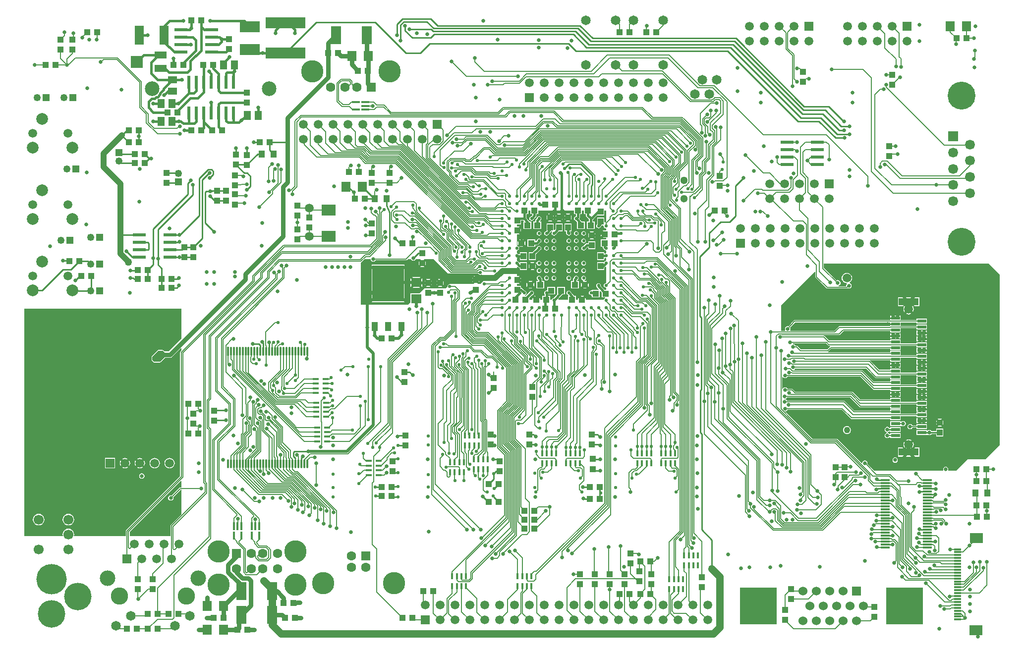
<source format=gbl>
%FSDAX44Y44*%
%MOIN*%
%SFA1B1*%

%IPPOS*%
%ADD12R,0.062990X0.070870*%
%ADD13R,0.039370X0.043310*%
%ADD14R,0.039370X0.017720*%
%ADD15R,0.039370X0.017720*%
%ADD16R,0.043310X0.039370*%
%ADD17R,0.017720X0.039370*%
%ADD18R,0.017720X0.039370*%
%ADD23R,0.011810X0.062990*%
%ADD26R,0.023620X0.086610*%
%ADD27R,0.086610X0.023620*%
%ADD28R,0.086610X0.023620*%
%ADD52R,0.059060X0.059060*%
%ADD54R,0.070870X0.062990*%
%ADD62C,0.005000*%
%ADD63C,0.009840*%
%ADD64C,0.007870*%
%ADD65C,0.019690*%
%ADD66C,0.039370*%
%ADD67C,0.015750*%
%ADD68C,0.031500*%
%ADD69C,0.050000*%
%ADD73C,0.059060*%
%ADD74C,0.051180*%
%ADD75C,0.064960*%
%ADD76C,0.066930*%
%ADD77C,0.149610*%
%ADD78C,0.062990*%
%ADD79R,0.062990X0.062990*%
%ADD80C,0.065000*%
%ADD81C,0.060000*%
%ADD82R,0.060000X0.060000*%
%ADD83R,0.250000X0.250000*%
%ADD84C,0.059000*%
%ADD85C,0.078740*%
%ADD86C,0.059060*%
%ADD87C,0.104330*%
%ADD88R,0.059060X0.059060*%
%ADD89C,0.116140*%
%ADD90C,0.187400*%
%ADD91R,0.066540X0.066540*%
%ADD92C,0.066540*%
%ADD93C,0.204720*%
%ADD94C,0.185040*%
%ADD95C,0.049210*%
%ADD96R,0.049210X0.049210*%
%ADD97C,0.098430*%
%ADD98C,0.043300*%
%ADD99C,0.021260*%
%ADD100C,0.025590*%
%ADD101C,0.050000*%
%ADD102R,0.039370X0.062990*%
%ADD103R,0.212600X0.244100*%
%ADD104R,0.013780X0.053150*%
%ADD105R,0.013780X0.053150*%
%ADD106R,0.070870X0.124020*%
%ADD107R,0.059060X0.023620*%
%ADD108R,0.133860X0.051180*%
%ADD109R,0.064960X0.011810*%
%ADD110O,0.011810X0.062990*%
%ADD111R,0.051180X0.011810*%
%ADD112R,0.086610X0.070870*%
%ADD113R,0.053150X0.013780*%
%ADD114R,0.053150X0.013780*%
%ADD115R,0.078740X0.051180*%
%ADD116R,0.078740X0.078740*%
%ADD117R,0.059060X0.125980*%
%ADD118R,0.039370X0.047240*%
%ADD119R,0.133860X0.074800*%
%ADD120R,0.267720X0.074800*%
%ADD121R,0.051180X0.059060*%
%ADD122R,0.059060X0.051180*%
%ADD123R,0.094490X0.074800*%
%LNpcb1-1*%
%LPD*%
G36*
X00069244Y00055259D02*
Y00043803D01*
X00068291Y00042850*
X00067080*
X00066307Y00042076*
X00065800*
X00065768Y00042115*
X00065779Y00042173*
X00065766Y00042242*
X00065726Y00042301*
X00065667Y00042340*
X00065598Y00042354*
X00065529Y00042340*
X00065470Y00042301*
X00065430Y00042242*
X00065417Y00042173*
X00065428Y00042115*
X00065396Y00042076*
X00060803*
X00060337Y00042542*
X00060346Y00042590*
X00060333Y00042660*
X00060293Y00042718*
X00060234Y00042758*
X00060165Y00042772*
X00060095Y00042758*
X00060037Y00042718*
X00059997Y00042660*
X00059988Y00042614*
X00059940Y00042600*
X00058329Y00044211*
X00058304Y00044228*
X00058275Y00044234*
X00056637*
X00055323Y00045547*
X00054799Y00046071*
X00054803Y00046078*
X00054872Y00046092*
X00054931Y00046131*
X00054966Y00046183*
X00058614*
X00059207Y00045590*
X00059232Y00045573*
X00059261Y00045567*
X00061873*
Y00045476*
X00062564*
Y00045764*
X00063645*
Y00045672*
X00064335*
Y00046009*
X00063645*
Y00045917*
X00062564*
Y00046205*
X00061873*
Y00046114*
X00059458*
X00058802Y00046770*
X00058777Y00046787*
X00058748Y00046793*
X00054918*
X00054884Y00046844*
X00054825Y00046884*
X00054768Y00046895*
X00054771Y00046913*
X00054841Y00046926*
X00054900Y00046966*
X00054934Y00047018*
X00059165*
X00059805Y00046377*
X00059830Y00046360*
X00059859Y00046355*
X00061873*
Y00046263*
X00062564*
Y00046551*
X00063645*
Y00046460*
X00064335*
Y00046796*
X00063645*
Y00046704*
X00062564*
Y00046993*
X00061873*
Y00046901*
X00059836*
X00059361Y00047376*
X00059336Y00047393*
X00059307Y00047399*
X00055480*
X00055306Y00047573*
X00055281Y00047590*
X00055252Y00047596*
X00054966*
X00054931Y00047648*
X00054872Y00047687*
X00054803Y00047701*
X00054733Y00047687*
X00054674Y00047648*
X00054644Y00047601*
X00054596Y00047616*
Y00048379*
X00054644Y00048394*
X00054667Y00048359*
X00054725Y00048320*
X00054795Y00048306*
X00054864Y00048320*
X00054923Y00048359*
X00054958Y00048411*
X00059850*
X00060703Y00047558*
X00060728Y00047542*
X00060757Y00047536*
X00061873*
Y00047444*
X00062564*
Y00047733*
X00063645*
Y00047641*
X00064335*
Y00047977*
X00063645*
Y00047885*
X00062564*
Y00048174*
X00061873*
Y00048082*
X00060757*
X00060014Y00048825*
X00059989Y00048842*
X00059960Y00048848*
X00055435*
X00055420Y00048896*
X00055443Y00048911*
X00055477Y00048962*
X00060236*
X00060853Y00048345*
X00060877Y00048329*
X00060907Y00048323*
X00061873*
Y00048231*
X00062564*
Y00048520*
X00063645*
Y00048428*
X00064335*
Y00048765*
X00063645*
Y00048673*
X00062564*
Y00048961*
X00061873*
Y00048870*
X00061135*
X00060502Y00049502*
X00060503Y00049504*
X00061873*
Y00049413*
X00062564*
Y00049701*
X00063645*
Y00049609*
X00064335*
Y00049946*
X00063645*
Y00049854*
X00062564*
Y00050142*
X00061873*
Y00050051*
X00057697*
X00057683Y00050099*
X00057701Y00050111*
X00057882Y00050292*
X00061873*
Y00050200*
X00062564*
Y00050488*
X00063645*
Y00050397*
X00064335*
Y00050733*
X00063645*
Y00050641*
X00062564*
Y00050930*
X00061873*
Y00050838*
X00057757*
X00057447Y00051148*
X00057423Y00051165*
X00057393Y00051171*
X00054611*
X00054577Y00051222*
X00054578Y00051226*
X00058438*
X00058467Y00051232*
X00058492Y00051248*
X00058716Y00051473*
X00061873*
Y00051381*
X00062564*
Y00051670*
X00063645*
Y00051578*
X00064335*
Y00051914*
X00063645*
Y00051822*
X00062564*
Y00052063*
X00063645*
Y00051972*
X00064335*
Y00052308*
X00063645*
Y00052216*
X00062564*
Y00052505*
X00062498*
X00062274Y00052281*
X00062218Y00052336*
X00062163Y00052281*
X00061939Y00052505*
X00061873*
Y00052216*
X00055431*
X00055429Y00052216*
X00055427Y00052216*
X00055415Y00052213*
X00055402Y00052210*
X00055400Y00052209*
X00055398Y00052209*
X00055388Y00052201*
X00055377Y00052194*
X00055376Y00052192*
X00055374Y00052191*
X00055020Y00051801*
X00054968Y00051811*
X00054899Y00051797*
X00054840Y00051758*
X00054800Y00051699*
X00054787Y00051629*
X00054800Y00051560*
X00054810Y00051545*
X00054787Y00051501*
X00054543*
Y00053236*
X00054771Y00053464*
X00056790Y00055483*
X00056836Y00055464*
Y00055126*
X00056842Y00055096*
X00056859Y00055071*
X00057560Y00054371*
X00057584Y00054354*
X00057614Y00054348*
X00058976*
X00059005Y00054354*
X00059023Y00054366*
X00059086Y00054354*
X00059156Y00054367*
X00059214Y00054407*
X00059254Y00054466*
X00059268Y00054535*
X00059254Y00054604*
X00059214Y00054663*
X00059156Y00054703*
X00059086Y00054716*
X00059083Y00054731*
X00059124Y00054748*
X00059196Y00054803*
X00059251Y00054875*
X00059286Y00054959*
X00059298Y00055050*
X00059286Y00055140*
X00059251Y00055224*
X00059196Y00055296*
X00059124Y00055351*
X00059040Y00055386*
X00058950Y00055398*
X00058859Y00055386*
X00058775Y00055351*
X00058703Y00055296*
X00058648Y00055224*
X00058613Y00055140*
X00058601Y00055050*
X00058613Y00054959*
X00058648Y00054875*
X00058703Y00054803*
X00058775Y00054748*
X00058859Y00054713*
X00058931Y00054704*
X00058939Y00054692*
X00058954Y00054658*
X00058919Y00054604*
X00058905Y00054535*
X00058877Y00054501*
X00058393*
X00058389Y00054551*
X00058415Y00054556*
X00058474Y00054596*
X00058514Y00054655*
X00058527Y00054724*
X00058514Y00054793*
X00058474Y00054852*
X00058415Y00054892*
X00058346Y00054905*
X00058278Y00054892*
X00057391Y00055718*
Y00056007*
X00068496*
X00069244Y00055259*
G37*
G36*
X00061873Y00051822D02*
X00061856D01*
X00061827Y00051817*
X00061814Y00051808*
X00058441*
X00058411Y00051802*
X00058386Y00051786*
X00058102Y00051501*
X00055149*
X00055126Y00051545*
X00055136Y00051560*
X00055149Y00051629*
X00055136Y00051699*
X00055135Y00051700*
X00055465Y00052063*
X00061873*
Y00051822*
G37*
G36*
X00030646Y00056330D02*
X00031165D01*
X00032133Y00055362*
X00032294*
X00032317Y00055346*
X00032346Y00055340*
X00034170*
X00034194Y00055304*
X00034246Y00055270*
X00034307Y00055258*
X00034368Y00055270*
X00034386Y00055282*
X00034543Y00055126*
Y00054874*
X00034307Y00054637*
X00034246*
Y00054668*
X00034155*
X00034000Y00054823*
X00033844Y00054668*
X00033753*
X00033722Y00054637*
X00032253*
X00032244Y00054639*
X00032183Y00054627*
X00032131Y00054593*
X00032096Y00054541*
X00032084Y00054480*
X00032086Y00054472*
X00031968Y00054354*
X00030535*
X00030194Y00054013*
X00029595*
Y00053414*
X00029433Y00053252*
X00029330*
Y00053283*
X00029299Y00053252*
X00026267*
Y00056098*
X00026289Y00056102*
X00026313Y00056119*
X00026525Y00056330*
X00026922*
X00026928Y00056322*
X00026942Y00056253*
X00026981Y00056194*
X00027040Y00056155*
X00027110Y00056141*
X00027179Y00056155*
X00027238Y00056194*
X00027273Y00056246*
X00029307*
X00029336Y00056252*
X00029361Y00056268*
X00029423Y00056330*
X00029621*
X00029621Y00056330*
X00029660Y00056271*
X00029719Y00056232*
X00029789Y00056218*
X00029858Y00056232*
X00029917Y00056271*
X00029956Y00056330*
Y00056330*
X00030153*
Y00056331*
X00030244*
X00030400Y00056176*
X00030555Y00056331*
X00030646*
Y00056330*
G37*
G36*
X00057686Y00050511D02*
X00057710Y00050494D01*
X00057740Y00050488*
X00057811*
X00057821Y00050439*
X00057796Y00050422*
X00057615Y00050241*
X00055850*
X00055621Y00050471*
X00055596Y00050488*
X00055566Y00050493*
X00055501*
X00055466Y00050545*
X00055408Y00050585*
X00055341Y00050598*
X00055346Y00050647*
X00057549*
X00057686Y00050511*
G37*
G36*
X00013047Y00050047D02*
Y00049716D01*
X00012748Y00049417*
X00012354*
X00012236Y00049535*
Y00049763*
X00012629Y00050157*
X00012937*
X00013047Y00050047*
G37*
G36*
X00014204Y00050982D02*
X00013329Y00050109D01*
X00013061*
X00012975Y00050195*
X00012937Y00050211*
X00012629*
X00012591Y00050195*
X00012197Y00049802*
X00012182Y00049763*
Y00049535*
X00012193Y00049508*
X00012197Y00049497*
X00012316Y00049379*
X00012354Y00049363*
X00012748*
X00012775Y00049374*
X00012786Y00049379*
Y00049379*
X00013085Y00049678*
X00013088Y00049686*
X00013417*
X00013457Y00049694*
X00013498Y00049702*
X00013498Y00049702*
X00013498*
X00013533Y00049725*
X00013566Y00049747*
X00013566Y00049748*
Y00049748*
X00014158Y00050338*
X00014204Y00050319*
Y00050170*
X00014126Y00050092*
X00014110Y00050067*
X00014104Y00050038*
Y00041716*
X00010471Y00038083*
X00010454Y00038058*
X00010449Y00038029*
Y00037685*
X00007010*
X00006977Y00037722*
X00006988Y00037800*
X00006974Y00037900*
X00006936Y00037994*
X00006874Y00038074*
X00006794Y00038136*
X00006700Y00038174*
X00006600Y00038188*
X00006499Y00038174*
X00006406Y00038136*
X00006325Y00038074*
X00006264Y00037994*
X00006225Y00037900*
X00006212Y00037800*
X00006222Y00037722*
X00006189Y00037685*
X00003637*
Y00053000*
X00014204*
Y00050982*
G37*
G36*
Y00041393D02*
Y00040966D01*
X00014118*
X00014088Y00040960*
X00014064Y00040943*
X00013541Y00040421*
X00013480Y00040433*
X00013410Y00040419*
X00013352Y00040380*
X00013312Y00040321*
X00013298Y00040252*
X00013312Y00040182*
X00013352Y00040123*
X00013410Y00040084*
X00013480Y00040070*
X00013549Y00040084*
X00013608Y00040123*
X00013647Y00040182*
X00013661Y00040252*
X00013649Y00040313*
X00014149Y00040813*
X00014204*
Y00039163*
X00013471Y00038429*
X00013454Y00038404*
X00013449Y00038375*
Y00037685*
X00010714*
Y00037968*
X00014158Y00041412*
X00014204Y00041393*
G37*
G36*
X00042748Y00058856D02*
X00042694Y00058802D01*
X00042646Y00058833*
Y00059131*
X00042153*
Y00058675*
X00042135Y00058663*
X00042100Y00058612*
X00042088Y00058551*
X00042100Y00058490*
X00042135Y00058438*
X00042187Y00058403*
X00042248Y00058391*
X00042309Y00058403*
X00042360Y00058438*
X00042395Y00058490*
X00042400Y00058518*
X00042481Y00058598*
X00042560*
X00042592Y00058560*
X00042588Y00058543*
X00042600Y00058482*
X00042635Y00058430*
X00042687Y00058396*
X00042748Y00058384*
Y00058383*
Y00058246*
X00042529*
X00042721Y00058055*
X00042665Y00058000*
X00042721Y00057944*
X00042529Y00057753*
X00042748*
Y00057646*
X00042398*
Y00057153*
X00042534*
Y00057133*
X00042544Y00057083*
X00042572Y00057041*
X00042595Y00057018*
X00042600Y00056990*
X00042635Y00056938*
X00042687Y00056903*
X00042748Y00056891*
Y00056710*
X00042687Y00056698*
X00042646Y00056758*
Y00056801*
X00042153*
Y00056268*
X00042646*
Y00056343*
X00042687Y00056404*
X00042748Y00056391*
Y00056210*
Y00056210*
X00042687Y00056198*
X00042635Y00056163*
X00042614Y00056131*
X00042153*
Y00055598*
X00042646*
Y00055767*
X00042655Y00055772*
X00042701Y00055819*
X00042748Y00055800*
Y00054710*
Y00054710*
X00042687Y00054698*
X00042635Y00054663*
X00042600Y00054612*
X00042588Y00054551*
X00042600Y00054490*
X00042635Y00054438*
X00042687Y00054403*
X00042748Y00054391*
Y00054246*
X00042673*
X00042401Y00054519*
X00042407Y00054551*
X00042395Y00054612*
X00042360Y00054663*
X00042309Y00054698*
X00042248Y00054710*
X00042187Y00054698*
X00042135Y00054663*
X00042100Y00054612*
X00042088Y00054551*
X00042100Y00054490*
X00042122Y00054457*
X00042126Y00054436*
X00042155Y00054393*
X00042256Y00054293*
X00042236Y00054246*
X00041798*
Y00054239*
X00041760Y00054208*
X00041748Y00054210*
X00041687Y00054198*
X00041635Y00054163*
X00041600Y00054112*
X00041588Y00054051*
X00041600Y00053990*
X00041635Y00053938*
X00041687Y00053904*
X00041748Y00053891*
X00041760Y00053894*
X00041798Y00053862*
Y00053753*
X00042331*
Y00054151*
X00042378Y00054170*
X00042468Y00054080*
Y00053753*
X00042707*
X00042712Y00053703*
X00042687Y00053698*
X00042635Y00053663*
X00042600Y00053612*
X00042598Y00053600*
X00041401*
Y00053755*
X00041190Y00053544*
X00041134Y00053599*
X00041079Y00053544*
X00040868Y00053755*
Y00053600*
X00040731*
Y00053846*
X00040594*
X00040586Y00053884*
X00040558Y00053926*
X00040400Y00054084*
X00040395Y00054112*
X00040360Y00054163*
X00040309Y00054198*
X00040248Y00054210*
X00040187Y00054198*
X00040135Y00054163*
X00040100Y00054112*
X00040088Y00054051*
X00040100Y00053990*
X00040135Y00053938*
X00040187Y00053904*
X00040220Y00053893*
X00040201Y00053846*
X00040198*
Y00053600*
X00039547*
X00039528Y00053646*
X00039827Y00053945*
X00039832Y00053953*
X00040001*
Y00054446*
X00039468*
Y00053956*
X00039215Y00053704*
X00039187Y00053698*
X00039135Y00053663*
X00039100Y00053612*
X00039098Y00053600*
X00039001*
Y00053846*
X00038879*
Y00053953*
X00039331*
Y00054446*
X00038798*
Y00054239*
X00038760Y00054208*
X00038748Y00054210*
X00038687Y00054198*
X00038635Y00054163*
X00038600Y00054112*
X00038588Y00054051*
X00038600Y00053990*
X00038616Y00053966*
Y00053846*
X00038468*
Y00053600*
X00038331*
Y00053755*
X00038121Y00053544*
X00038065Y00053599*
X00038009Y00053544*
X00037798Y00053755*
Y00053600*
X00037601*
Y00053730*
X00037762Y00053891*
X00037813Y00053901*
X00037864Y00053936*
X00037899Y00053987*
X00037911Y00054048*
X00037899Y00054109*
X00037864Y00054161*
X00037813Y00054196*
X00037752Y00054208*
X00037691Y00054196*
X00037639Y00054161*
X00037604Y00054109*
X00037603Y00054104*
X00037346Y00053846*
X00037292*
X00037287Y00053896*
X00037313Y00053901*
X00037364Y00053936*
X00037399Y00053987*
X00037411Y00054048*
X00037399Y00054109*
X00037364Y00054161*
X00037313Y00054196*
X00037284Y00054201*
X00037128Y00054358*
X00037085Y00054386*
X00037046Y00054394*
Y00054531*
X00036748*
Y00054668*
X00036955*
X00036744Y00054879*
X00036799Y00054934*
X00036744Y00054990*
X00036955Y00055201*
X00036748*
Y00055800*
X00036794Y00055819*
X00036841Y00055772*
X00036883Y00055744*
X00036933Y00055734*
X00036953*
Y00055598*
X00037446*
Y00056131*
X00036953*
Y00056097*
X00036907Y00056077*
X00036895Y00056112*
X00036860Y00056163*
X00036809Y00056198*
X00036748Y00056210*
Y00056391*
X00036806Y00056403*
X00036953*
Y00056268*
X00037446*
Y00056801*
X00036953*
Y00056665*
X00036857*
X00036809Y00056698*
X00036748Y00056710*
Y00056891*
X00036809Y00056903*
X00036860Y00056938*
X00036895Y00056990*
X00036907Y00057051*
X00036895Y00057112*
X00036917Y00057153*
X00036867*
X00036860Y00057163*
X00036809Y00057198*
X00036798Y00057200*
Y00057239*
X00036793Y00057235*
X00036748Y00057256*
Y00057998*
X00036955*
X00036744Y00058209*
X00036799Y00058265*
X00036744Y00058321*
X00036955Y00058531*
X00036748*
Y00058668*
X00037046*
Y00058919*
X00037163*
X00037187Y00058904*
X00037220Y00058893*
X00037201Y00058846*
X00037198*
Y00058353*
X00037731*
Y00058846*
X00037594*
X00037586Y00058884*
X00037558Y00058926*
X00037400Y00059084*
X00037396Y00059105*
Y00059353*
X00037531*
Y00059582*
X00037668*
Y00059353*
X00037803*
Y00059292*
X00037715Y00059204*
X00037687Y00059198*
X00037635Y00059163*
X00037600Y00059112*
X00037588Y00059051*
X00037600Y00058990*
X00037635Y00058938*
X00037687Y00058904*
X00037748Y00058891*
X00037809Y00058904*
X00037860Y00058938*
X00037895Y00058990*
X00037900Y00059018*
X00038027Y00059145*
X00038055Y00059187*
X00038065Y00059237*
Y00059353*
X00038201*
Y00059582*
X00040598*
Y00059353*
X00040734*
Y00059222*
X00040715Y00059204*
X00040687Y00059198*
X00040635Y00059163*
X00040600Y00059112*
X00040588Y00059051*
X00040600Y00058990*
X00040635Y00058938*
X00040687Y00058904*
X00040715Y00058898*
X00040798Y00058814*
Y00058353*
X00041331*
Y00058846*
X00041138*
X00040958Y00059026*
Y00059075*
X00040986Y00059118*
X00040996Y00059168*
Y00059353*
X00041131*
Y00059582*
X00041268*
Y00059353*
X00041403*
Y00059264*
X00041413Y00059214*
X00041441Y00059171*
X00041595Y00059018*
X00041600Y00058990*
X00041603Y00058986*
Y00058846*
X00041468*
Y00058353*
X00042001*
Y00058846*
X00041865*
Y00058946*
X00041895Y00058990*
X00041900Y00059018*
X00042151Y00059268*
X00042153Y00059268*
X00042646*
Y00059582*
X00042748*
Y00058856*
G37*
%LNpcb1-2*%
%LPC*%
G36*
X00062218Y00049076D02*
X00062162Y00049019D01*
X00062275*
X00062218Y00049076*
G37*
G36*
X00063711Y00049552D02*
X00063645D01*
Y00049216*
X00063711*
X00063879Y00049384*
X00063711Y00049552*
G37*
G36*
X00062564Y00049355D02*
X00062498D01*
X00062330Y00049187*
X00062498Y00049019*
X00062564*
Y00049355*
G37*
G36*
X00064047Y00049158D02*
X00063933D01*
X00063990Y00049101*
X00064047Y00049158*
G37*
G36*
Y00049552D02*
X00063933D01*
X00063990Y00049495*
X00064047Y00049552*
G37*
G36*
X00063711Y00050339D02*
X00063645D01*
Y00050003*
X00063711*
X00063879Y00050171*
X00063711Y00050339*
G37*
G36*
X00062275Y00049355D02*
X00062162D01*
X00062218Y00049298*
X00062275Y00049355*
G37*
G36*
X00063990Y00049272D02*
X00063933Y00049216D01*
X00064047*
X00063990Y00049272*
G37*
G36*
X00064335Y00049552D02*
X00064270D01*
X00064101Y00049384*
X00064270Y00049216*
X00064335*
Y00049552*
G37*
G36*
Y00048371D02*
X00064270D01*
X00064101Y00048203*
X00064270Y00048035*
X00064335*
Y00048371*
G37*
G36*
X00064047D02*
X00063933D01*
X00063990Y00048314*
X00064047Y00048371*
G37*
G36*
X00063990Y00048091D02*
X00063933Y00048035D01*
X00064047*
X00063990Y00048091*
G37*
G36*
X00064047Y00047583D02*
X00063933D01*
X00063990Y00047527*
X00064047Y00047583*
G37*
G36*
X00063711Y00048371D02*
X00063645D01*
Y00048035*
X00063711*
X00063879Y00048203*
X00063711Y00048371*
G37*
G36*
X00062275Y00047387D02*
X00062162D01*
X00062218Y00047330*
X00062275Y00047387*
G37*
G36*
X00064335Y00049158D02*
X00064270D01*
X00064101Y00048990*
X00064270Y00048822*
X00064335*
Y00049158*
G37*
G36*
X00061939Y00049355D02*
X00061873D01*
Y00049019*
X00061939*
X00062107Y00049187*
X00061939Y00049355*
G37*
G36*
X00063990Y00048879D02*
X00063933Y00048822D01*
X00064047*
X00063990Y00048879*
G37*
G36*
X00064335Y00047583D02*
X00064270D01*
X00064101Y00047415*
X00064270Y00047247*
X00064335*
Y00047583*
G37*
G36*
X00063711Y00049158D02*
X00063645D01*
Y00048822*
X00063711*
X00063879Y00048990*
X00063711Y00049158*
G37*
G36*
X00064047Y00051520D02*
X00063933D01*
X00063990Y00051464*
X00064047Y00051520*
G37*
G36*
X00062275Y00052505D02*
X00062162D01*
X00062218Y00052448*
X00062275Y00052505*
G37*
G36*
Y00051324D02*
X00062162D01*
X00062218Y00051267*
X00062275Y00051324*
G37*
G36*
X00063990Y00051241D02*
X00063933Y00051184D01*
X00064047*
X00063990Y00051241*
G37*
G36*
X00064335Y00051520D02*
X00064270D01*
X00064101Y00051352*
X00064270Y00051184*
X00064335*
Y00051520*
G37*
G36*
X00063104Y00052835D02*
X00062921Y00052652D01*
X00062930Y00052645*
X00063014Y00052610*
X00063104Y00052599*
X00063194Y00052610*
X00063278Y00052645*
X00063288Y00052652*
X00063104Y00052835*
G37*
G36*
X00028100Y00054562D02*
X00026987Y00053449D01*
Y00053403*
X00029213*
Y00053449*
X00028100Y00054562*
G37*
G36*
X00063299Y00053765D02*
X00062910D01*
X00063104Y00053570*
X00063299Y00053765*
G37*
G36*
X00063824D02*
X00063522D01*
X00063216Y00053459*
X00063522Y00053153*
X00063824*
Y00053765*
G37*
G36*
X00063104Y00053347D02*
X00062910Y00053153D01*
X00062771*
X00062799Y00053111*
X00062768Y00053037*
X00062756Y00052947*
X00062768Y00052857*
X00062803Y00052773*
X00062810Y00052764*
X00063049Y00053003*
X00063104Y00052947*
X00063160Y00053003*
X00063399Y00052764*
X00063406Y00052773*
X00063441Y00052857*
X00063453Y00052947*
X00063441Y00053037*
X00063406Y00053121*
X00063422Y00053153*
X00063299*
X00063104Y00053347*
G37*
G36*
X00062687Y00053765D02*
X00062385D01*
Y00053153*
X00062687*
X00062993Y00053459*
X00062687Y00053765*
G37*
G36*
X00063711Y00051127D02*
X00063645D01*
Y00050790*
X00063711*
X00063879Y00050959*
X00063711Y00051127*
G37*
G36*
X00063990Y00050847D02*
X00063933Y00050790D01*
X00064047*
X00063990Y00050847*
G37*
G36*
X00064047Y00050339D02*
X00063933D01*
X00063990Y00050283*
X00064047Y00050339*
G37*
G36*
X00063990Y00050060D02*
X00063933Y00050003D01*
X00064047*
X00063990Y00050060*
G37*
G36*
X00064335Y00050339D02*
X00064270D01*
X00064101Y00050171*
X00064270Y00050003*
X00064335*
Y00050339*
G37*
G36*
Y00051127D02*
X00064270D01*
X00064101Y00050959*
X00064270Y00050790*
X00064335*
Y00051127*
G37*
G36*
X00064047D02*
X00063933D01*
X00063990Y00051070*
X00064047Y00051127*
G37*
G36*
X00063711Y00051520D02*
X00063645D01*
Y00051184*
X00063711*
X00063879Y00051352*
X00063711Y00051520*
G37*
G36*
X00062564Y00051324D02*
X00062498D01*
X00062330Y00051155*
X00062498Y00050987*
X00062564*
Y00051324*
G37*
G36*
X00061939D02*
X00061873D01*
Y00050987*
X00061939*
X00062107Y00051155*
X00061939Y00051324*
G37*
G36*
X00062218Y00051044D02*
X00062162Y00050987D01*
X00062275*
X00062218Y00051044*
G37*
G36*
X00062687Y00043646D02*
X00062385D01*
Y00043035*
X00062687*
X00062993Y00043340*
X00062687Y00043646*
G37*
G36*
X00063104Y00043229D02*
X00062910Y00043035D01*
X00063299*
X00063104Y00043229*
G37*
G36*
X00011400Y00042948D02*
X00011309Y00042936D01*
X00011225Y00042901*
X00011216Y00042894*
X00011400Y00042711*
X00011583Y00042894*
X00011574Y00042901*
X00011490Y00042936*
X00011400Y00042948*
G37*
G36*
X00062196Y00042984D02*
X00062127Y00042970D01*
X00062068Y00042931*
X00062029Y00042872*
X00062015Y00042803*
X00062029Y00042733*
X00062068Y00042674*
X00062127Y00042635*
X00062196Y00042621*
X00062266Y00042635*
X00062325Y00042674*
X00062364Y00042733*
X00062378Y00042803*
X00062364Y00042872*
X00062325Y00042931*
X00062266Y00042970*
X00062196Y00042984*
G37*
G36*
X00010400Y00042948D02*
X00010309Y00042936D01*
X00010225Y00042901*
X00010216Y00042894*
X00010400Y00042711*
X00010583Y00042894*
X00010574Y00042901*
X00010490Y00042936*
X00010400Y00042948*
G37*
G36*
X00063824Y00043646D02*
X00063522D01*
X00063216Y00043340*
X00063522Y00043035*
X00063824*
Y00043646*
G37*
G36*
X00061675Y00045038D02*
X00061606Y00045024D01*
X00061547Y00044985*
X00061508Y00044926*
X00061494Y00044856*
X00061508Y00044787*
X00061547Y00044728*
X00061606Y00044689*
X00061644Y00044681*
Y00044631*
X00061607Y00044624*
X00061548Y00044585*
X00061509Y00044526*
X00061495Y00044456*
X00061509Y00044387*
X00061548Y00044328*
X00061607Y00044289*
X00061677Y00044275*
X00061746Y00044289*
X00061805Y00044328*
X00061825Y00044358*
X00061873Y00044344*
Y00044294*
X00062564*
Y00044631*
X00061873*
Y00044569*
X00061825Y00044554*
X00061805Y00044585*
X00061746Y00044624*
X00061708Y00044631*
Y00044681*
X00061745Y00044689*
X00061803Y00044728*
X00061822Y00044755*
X00061873*
Y00044688*
X00062564*
Y00045024*
X00061873*
Y00044957*
X00061822*
X00061803Y00044985*
X00061745Y00045024*
X00061675Y00045038*
G37*
G36*
X00065446Y00044931D02*
X00064953D01*
Y00044766*
X00064642*
X00064632Y00044781*
X00064573Y00044821*
X00064503Y00044835*
X00064434Y00044821*
X00064379Y00044784*
X00064337Y00044807*
X00064335Y00044808*
Y00044827*
X00063645*
Y00044491*
X00064335*
Y00044498*
X00064337Y00044499*
X00064379Y00044522*
X00064434Y00044485*
X00064503Y00044472*
X00064573Y00044485*
X00064632Y00044525*
X00064658Y00044564*
X00064953*
Y00044398*
X00065446*
Y00044931*
G37*
G36*
X00058950Y00045082D02*
X00058880Y00045073D01*
X00058815Y00045046*
X00058759Y00045003*
X00058717Y00044948*
X00058690Y00044883*
X00058681Y00044813*
X00058690Y00044744*
X00058717Y00044679*
X00058759Y00044623*
X00058815Y00044581*
X00058880Y00044554*
X00058950Y00044544*
X00059019Y00044554*
X00059084Y00044581*
X00059140Y00044623*
X00059182Y00044679*
X00059209Y00044744*
X00059218Y00044813*
X00059209Y00044883*
X00059182Y00044948*
X00059140Y00045003*
X00059084Y00045046*
X00059019Y00045073*
X00058950Y00045082*
G37*
G36*
X00063399Y00044036D02*
X00063160Y00043797D01*
X00063104Y00043852*
X00063049Y00043797*
X00062810Y00044036*
X00062803Y00044026*
X00062768Y00043942*
X00062756Y00043852*
X00062768Y00043762*
X00062799Y00043688*
X00062771Y00043646*
X00062910*
X00063104Y00043452*
X00063299Y00043646*
X00063438*
X00063410Y00043688*
X00063441Y00043762*
X00063453Y00043852*
X00063441Y00043942*
X00063406Y00044026*
X00063399Y00044036*
G37*
G36*
X00063104Y00044201D02*
X00063014Y00044189D01*
X00062930Y00044154*
X00062921Y00044147*
X00063104Y00043964*
X00063288Y00044147*
X00063278Y00044154*
X00063194Y00044189*
X00063104Y00044201*
G37*
G36*
X00011694Y00042783D02*
X00011511Y00042600D01*
X00011694Y00042416*
X00011701Y00042425*
X00011736Y00042509*
X00011748Y00042600*
X00011736Y00042690*
X00011701Y00042774*
X00011694Y00042783*
G37*
G36*
X00010400Y00042488D02*
X00010216Y00042305D01*
X00010225Y00042298*
X00010309Y00042263*
X00010400Y00042251*
X00010490Y00042263*
X00010574Y00042298*
X00010583Y00042305*
X00010400Y00042488*
G37*
G36*
X00011400D02*
X00011216Y00042305D01*
X00011225Y00042298*
X00011309Y00042263*
X00011400Y00042251*
X00011490Y00042263*
X00011574Y00042298*
X00011583Y00042305*
X00011400Y00042488*
G37*
G36*
X00011535Y00041916D02*
X00011466Y00041902D01*
X00011407Y00041862*
X00011367Y00041804*
X00011354Y00041734*
X00011367Y00041665*
X00011407Y00041606*
X00011466Y00041567*
X00011535Y00041553*
X00011604Y00041567*
X00011663Y00041606*
X00011703Y00041665*
X00011716Y00041734*
X00011703Y00041804*
X00011663Y00041862*
X00011604Y00041902*
X00011535Y00041916*
G37*
G36*
X00004600Y00039188D02*
X00004499Y00039174D01*
X00004406Y00039136*
X00004325Y00039074*
X00004264Y00038994*
X00004225Y00038900*
X00004212Y00038800*
X00004225Y00038699*
X00004264Y00038606*
X00004325Y00038525*
X00004406Y00038464*
X00004499Y00038425*
X00004600Y00038412*
X00004700Y00038425*
X00004794Y00038464*
X00004874Y00038525*
X00004936Y00038606*
X00004974Y00038699*
X00004988Y00038800*
X00004974Y00038900*
X00004936Y00038994*
X00004874Y00039074*
X00004794Y00039136*
X00004700Y00039174*
X00004600Y00039188*
G37*
G36*
X00006600D02*
X00006499Y00039174D01*
X00006406Y00039136*
X00006325Y00039074*
X00006264Y00038994*
X00006225Y00038900*
X00006212Y00038800*
X00006225Y00038699*
X00006264Y00038606*
X00006325Y00038525*
X00006406Y00038464*
X00006499Y00038425*
X00006600Y00038412*
X00006700Y00038425*
X00006794Y00038464*
X00006874Y00038525*
X00006936Y00038606*
X00006974Y00038699*
X00006988Y00038800*
X00006974Y00038900*
X00006936Y00038994*
X00006874Y00039074*
X00006794Y00039136*
X00006700Y00039174*
X00006600Y00039188*
G37*
G36*
X00012400Y00042948D02*
X00012309Y00042936D01*
X00012225Y00042901*
X00012153Y00042846*
X00012098Y00042774*
X00012063Y00042690*
X00012051Y00042600*
X00012063Y00042509*
X00012098Y00042425*
X00012153Y00042353*
X00012225Y00042298*
X00012309Y00042263*
X00012400Y00042251*
X00012490Y00042263*
X00012574Y00042298*
X00012646Y00042353*
X00012701Y00042425*
X00012736Y00042509*
X00012748Y00042600*
X00012736Y00042690*
X00012701Y00042774*
X00012646Y00042846*
X00012574Y00042901*
X00012490Y00042936*
X00012400Y00042948*
G37*
G36*
X00010694Y00042783D02*
X00010511Y00042600D01*
X00010694Y00042416*
X00010701Y00042425*
X00010736Y00042509*
X00010748Y00042600*
X00010736Y00042690*
X00010701Y00042774*
X00010694Y00042783*
G37*
G36*
X00011105D02*
X00011098Y00042774D01*
X00011063Y00042690*
X00011051Y00042600*
X00011063Y00042509*
X00011098Y00042425*
X00011105Y00042416*
X00011288Y00042600*
X00011105Y00042783*
G37*
G36*
X00010105D02*
X00010098Y00042774D01*
X00010063Y00042690*
X00010051Y00042600*
X00010063Y00042509*
X00010098Y00042425*
X00010105Y00042416*
X00010288Y00042600*
X00010105Y00042783*
G37*
G36*
X00013400Y00042948D02*
X00013309Y00042936D01*
X00013225Y00042901*
X00013153Y00042846*
X00013098Y00042774*
X00013063Y00042690*
X00013051Y00042600*
X00013063Y00042509*
X00013098Y00042425*
X00013153Y00042353*
X00013225Y00042298*
X00013309Y00042263*
X00013400Y00042251*
X00013490Y00042263*
X00013574Y00042298*
X00013646Y00042353*
X00013701Y00042425*
X00013736Y00042509*
X00013748Y00042600*
X00013736Y00042690*
X00013701Y00042774*
X00013646Y00042846*
X00013574Y00042901*
X00013490Y00042936*
X00013400Y00042948*
G37*
G36*
X00009745Y00042945D02*
X00009054D01*
Y00042254*
X00009745*
Y00042945*
G37*
G36*
X00063990Y00046910D02*
X00063933Y00046853D01*
X00064047*
X00063990Y00046910*
G37*
G36*
X00064335Y00047190D02*
X00064270D01*
X00064101Y00047022*
X00064270Y00046853*
X00064335*
Y00047190*
G37*
G36*
X00063711D02*
X00063645D01*
Y00046853*
X00063711*
X00063879Y00047022*
X00063711Y00047190*
G37*
G36*
X00064335Y00046402D02*
X00064270D01*
X00064101Y00046234*
X00064270Y00046066*
X00064335*
Y00046402*
G37*
G36*
X00064047D02*
X00063933D01*
X00063990Y00046346*
X00064047Y00046402*
G37*
G36*
X00061939Y00047387D02*
X00061873D01*
Y00047050*
X00061939*
X00062107Y00047218*
X00061939Y00047387*
G37*
G36*
X00063711Y00047583D02*
X00063645D01*
Y00047247*
X00063711*
X00063879Y00047415*
X00063711Y00047583*
G37*
G36*
X00063990Y00047304D02*
X00063933Y00047247D01*
X00064047*
X00063990Y00047304*
G37*
G36*
X00064047Y00047190D02*
X00063933D01*
X00063990Y00047133*
X00064047Y00047190*
G37*
G36*
X00062218Y00047107D02*
X00062162Y00047050D01*
X00062275*
X00062218Y00047107*
G37*
G36*
X00062564Y00047387D02*
X00062498D01*
X00062330Y00047218*
X00062498Y00047050*
X00062564*
Y00047387*
G37*
G36*
X00063990Y00046123D02*
X00063933Y00046066D01*
X00064047*
X00063990Y00046123*
G37*
G36*
X00065446Y00045470D02*
X00065311Y00045334D01*
X00065446Y00045199*
Y00045470*
G37*
G36*
X00063711Y00045615D02*
X00063645D01*
Y00045279*
X00063711*
X00063879Y00045447*
X00063711Y00045615*
G37*
G36*
X00064953Y00045470D02*
Y00045199D01*
X00065088Y00045334*
X00064953Y00045470*
G37*
G36*
X00063212Y00045236D02*
X00063143Y00045222D01*
X00063084Y00045183*
X00063045Y00045124*
X00063031Y00045055*
X00063045Y00044985*
X00063084Y00044926*
X00063143Y00044887*
X00063212Y00044873*
X00063282Y00044887*
X00063340Y00044926*
X00063375Y00044978*
X00063645*
Y00044885*
X00064335*
Y00045221*
X00063645*
Y00045131*
X00063375*
X00063340Y00045183*
X00063282Y00045222*
X00063212Y00045236*
G37*
G36*
X00065200Y00045223D02*
X00065044Y00045068D01*
X00065355*
X00065200Y00045223*
G37*
G36*
X00063990Y00045335D02*
X00063933Y00045279D01*
X00064047*
X00063990Y00045335*
G37*
G36*
X00064047Y00045615D02*
X00063933D01*
X00063990Y00045558*
X00064047Y00045615*
G37*
G36*
X00063711Y00046402D02*
X00063645D01*
Y00046066*
X00063711*
X00063879Y00046234*
X00063711Y00046402*
G37*
G36*
X00065355Y00045601D02*
X00065044D01*
X00065200Y00045446*
X00065355Y00045601*
G37*
G36*
X00064335Y00045615D02*
X00064270D01*
X00064101Y00045447*
X00064270Y00045279*
X00064335*
Y00045615*
G37*
G36*
X00062740Y00045433D02*
X00062670Y00045419D01*
X00062611Y00045380*
X00062564Y00045412*
Y00045418*
X00061873*
Y00045082*
X00062564*
Y00045091*
X00062611Y00045123*
X00062670Y00045084*
X00062740Y00045070*
X00062809Y00045084*
X00062868Y00045123*
X00062907Y00045182*
X00062921Y00045252*
X00062907Y00045321*
X00062868Y00045380*
X00062809Y00045419*
X00062740Y00045433*
G37*
G36*
X00038748Y00057710D02*
X00038687Y00057698D01*
X00038635Y00057663*
X00038600Y00057612*
X00038588Y00057551*
X00038600Y00057490*
X00038635Y00057438*
X00038687Y00057404*
X00038748Y00057391*
X00038809Y00057404*
X00038860Y00057438*
X00038895Y00057490*
X00038907Y00057551*
X00038895Y00057612*
X00038860Y00057663*
X00038809Y00057698*
X00038748Y00057710*
G37*
G36*
X00039248D02*
X00039187Y00057698D01*
X00039135Y00057663*
X00039100Y00057612*
X00039088Y00057551*
X00039100Y00057490*
X00039135Y00057438*
X00039187Y00057404*
X00039248Y00057391*
X00039309Y00057404*
X00039360Y00057438*
X00039395Y00057490*
X00039407Y00057551*
X00039395Y00057612*
X00039360Y00057663*
X00039309Y00057698*
X00039248Y00057710*
G37*
G36*
X00037331Y00057555D02*
X00037176Y00057400D01*
X00037331Y00057244*
Y00057555*
G37*
G36*
X00037065Y00057288D02*
X00036929Y00057153D01*
X00037200*
X00037065Y00057288*
G37*
G36*
X00036798Y00057555D02*
Y00057244D01*
X00036954Y00057400*
X00036798Y00057555*
G37*
G36*
X00040248Y00057710D02*
X00040187Y00057698D01*
X00040135Y00057663*
X00040100Y00057612*
X00040088Y00057551*
X00040100Y00057490*
X00040135Y00057438*
X00040187Y00057404*
X00040248Y00057391*
X00040309Y00057404*
X00040360Y00057438*
X00040395Y00057490*
X00040407Y00057551*
X00040395Y00057612*
X00040360Y00057663*
X00040309Y00057698*
X00040248Y00057710*
G37*
G36*
X00038248D02*
X00038187Y00057698D01*
X00038135Y00057663*
X00038100Y00057612*
X00038095Y00057584*
X00038047Y00057536*
X00038001Y00057555*
Y00057646*
X00037468*
Y00057153*
X00038001*
Y00057268*
X00038096*
X00038147Y00057278*
X00038189Y00057307*
X00038280Y00057398*
X00038309Y00057404*
X00038360Y00057438*
X00038395Y00057490*
X00038407Y00057551*
X00038395Y00057612*
X00038360Y00057663*
X00038309Y00057698*
X00038248Y00057710*
G37*
G36*
X00041800Y00057823D02*
X00041644Y00057668D01*
X00041955*
X00041800Y00057823*
G37*
G36*
X00037200Y00057646D02*
X00036929D01*
X00037065Y00057511*
X00037200Y00057646*
G37*
G36*
X00040748Y00057710D02*
X00040687Y00057698D01*
X00040635Y00057663*
X00040600Y00057612*
X00040588Y00057551*
X00040600Y00057490*
X00040635Y00057438*
X00040687Y00057404*
X00040748Y00057391*
X00040809Y00057404*
X00040860Y00057438*
X00040895Y00057490*
X00040907Y00057551*
X00040895Y00057612*
X00040860Y00057663*
X00040809Y00057698*
X00040748Y00057710*
G37*
G36*
X00041248D02*
X00041187Y00057698D01*
X00041135Y00057663*
X00041100Y00057612*
X00041088Y00057551*
X00041100Y00057490*
X00041135Y00057438*
X00041187Y00057404*
X00041248Y00057391*
X00041309Y00057404*
X00041360Y00057438*
X00041395Y00057490*
X00041407Y00057551*
X00041395Y00057612*
X00041360Y00057663*
X00041309Y00057698*
X00041248Y00057710*
G37*
G36*
X00042046Y00057531D02*
X00041553D01*
Y00057396*
X00041462*
X00041412Y00057386*
X00041369Y00057358*
X00041215Y00057204*
X00041187Y00057198*
X00041135Y00057163*
X00041100Y00057112*
X00041088Y00057051*
X00041100Y00056990*
X00041135Y00056938*
X00041187Y00056903*
X00041248Y00056891*
X00041309Y00056903*
X00041360Y00056938*
X00041395Y00056990*
X00041400Y00057018*
X00041507Y00057124*
X00041553Y00057105*
Y00056998*
X00042046*
Y00057531*
G37*
G36*
X00030646Y00056200D02*
X00030511Y00056065D01*
X00030646Y00055929*
Y00056200*
G37*
G36*
X00037955Y00056131D02*
X00037644D01*
X00037800Y00055976*
X00037955Y00056131*
G37*
G36*
X00030153Y00056200D02*
Y00055929D01*
X00030288Y00056065*
X00030153Y00056200*
G37*
G36*
X00040752Y00056208D02*
X00040691Y00056196D01*
X00040639Y00056161*
X00040604Y00056109*
X00040592Y00056048*
X00040604Y00055987*
X00040639Y00055936*
X00040691Y00055901*
X00040752Y00055889*
X00040813Y00055901*
X00040864Y00055936*
X00040899Y00055987*
X00040911Y00056048*
X00040899Y00056109*
X00040864Y00056161*
X00040813Y00056196*
X00040752Y00056208*
G37*
G36*
X00041252D02*
X00041191Y00056196D01*
X00041139Y00056161*
X00041104Y00056109*
X00041092Y00056048*
X00041104Y00055987*
X00041139Y00055936*
X00041191Y00055901*
X00041252Y00055889*
X00041313Y00055901*
X00041364Y00055936*
X00041399Y00055987*
X00041411Y00056048*
X00041399Y00056109*
X00041364Y00056161*
X00041313Y00056196*
X00041252Y00056208*
G37*
G36*
X00038252D02*
X00038191Y00056196D01*
X00038139Y00056161*
X00038104Y00056109*
X00038096Y00056068*
X00038046Y00056073*
Y00056023*
X00038096Y00056028*
X00038104Y00055987*
X00038139Y00055936*
X00038191Y00055901*
X00038252Y00055889*
X00038313Y00055901*
X00038364Y00055936*
X00038399Y00055987*
X00038411Y00056048*
X00038399Y00056109*
X00038364Y00056161*
X00038313Y00056196*
X00038252Y00056208*
G37*
G36*
X00040248Y00057210D02*
X00040187Y00057198D01*
X00040135Y00057163*
X00040100Y00057112*
X00040088Y00057051*
X00040100Y00056990*
X00040135Y00056938*
X00040187Y00056903*
X00040248Y00056891*
X00040309Y00056903*
X00040360Y00056938*
X00040395Y00056990*
X00040407Y00057051*
X00040395Y00057112*
X00040360Y00057163*
X00040309Y00057198*
X00040248Y00057210*
G37*
G36*
X00040748D02*
X00040687Y00057198D01*
X00040635Y00057163*
X00040600Y00057112*
X00040588Y00057051*
X00040600Y00056990*
X00040635Y00056938*
X00040687Y00056903*
X00040748Y00056891*
X00040809Y00056903*
X00040860Y00056938*
X00040895Y00056990*
X00040907Y00057051*
X00040895Y00057112*
X00040860Y00057163*
X00040809Y00057198*
X00040748Y00057210*
G37*
G36*
X00039248D02*
X00039187Y00057198D01*
X00039135Y00057163*
X00039100Y00057112*
X00039088Y00057051*
X00039100Y00056990*
X00039135Y00056938*
X00039187Y00056903*
X00039248Y00056891*
X00039309Y00056903*
X00039360Y00056938*
X00039395Y00056990*
X00039407Y00057051*
X00039395Y00057112*
X00039360Y00057163*
X00039309Y00057198*
X00039248Y00057210*
G37*
G36*
X00038248D02*
X00038187Y00057198D01*
X00038135Y00057163*
X00038100Y00057112*
X00038095Y00057084*
X00037812Y00056801*
X00037553*
Y00056268*
X00038046*
Y00056664*
X00038280Y00056898*
X00038309Y00056903*
X00038360Y00056938*
X00038395Y00056990*
X00038407Y00057051*
X00038395Y00057112*
X00038360Y00057163*
X00038309Y00057198*
X00038248Y00057210*
G37*
G36*
X00038748D02*
X00038687Y00057198D01*
X00038635Y00057163*
X00038600Y00057112*
X00038588Y00057051*
X00038600Y00056990*
X00038635Y00056938*
X00038687Y00056903*
X00038748Y00056891*
X00038809Y00056903*
X00038860Y00056938*
X00038895Y00056990*
X00038907Y00057051*
X00038895Y00057112*
X00038860Y00057163*
X00038809Y00057198*
X00038748Y00057210*
G37*
G36*
X00039246Y00059270D02*
X00039111Y00059134D01*
X00039246Y00058999*
Y00059270*
G37*
G36*
X00039353D02*
Y00058999D01*
X00039488Y00059134*
X00039353Y00059270*
G37*
G36*
X00038753D02*
Y00058999D01*
X00038888Y00059134*
X00038753Y00059270*
G37*
G36*
X00039600Y00059023D02*
X00039444Y00058868D01*
X00039755*
X00039600Y00059023*
G37*
G36*
X00040200D02*
X00040044Y00058868D01*
X00040355*
X00040200Y00059023*
G37*
G36*
X00039846Y00059270D02*
X00039711Y00059134D01*
X00039846Y00058999*
Y00059270*
G37*
G36*
X00039755Y00059401D02*
X00039444D01*
X00039600Y00059246*
X00039755Y00059401*
G37*
G36*
X00040355D02*
X00040044D01*
X00040200Y00059246*
X00040355Y00059401*
G37*
G36*
X00039155D02*
X00038844D01*
X00039000Y00059246*
X00039155Y00059401*
G37*
G36*
X00039953Y00059270D02*
Y00058999D01*
X00040088Y00059134*
X00039953Y00059270*
G37*
G36*
X00040446D02*
X00040311Y00059134D01*
X00040446Y00058999*
Y00059270*
G37*
G36*
X00039000Y00059023D02*
X00038844Y00058868D01*
X00039155*
X00039000Y00059023*
G37*
G36*
X00038248Y00058210D02*
X00038187Y00058198D01*
X00038135Y00058163*
X00038100Y00058112*
X00038088Y00058051*
X00038100Y00057990*
X00038135Y00057938*
X00038187Y00057903*
X00038248Y00057891*
X00038309Y00057903*
X00038360Y00057938*
X00038395Y00057990*
X00038407Y00058051*
X00038395Y00058112*
X00038360Y00058163*
X00038309Y00058198*
X00038248Y00058210*
G37*
G36*
X00040446Y00058731D02*
X00039953D01*
Y00058198*
X00040068*
Y00058099*
X00040078Y00058049*
X00040093Y00058026*
X00040100Y00057990*
X00040135Y00057938*
X00040187Y00057903*
X00040248Y00057891*
X00040309Y00057903*
X00040360Y00057938*
X00040395Y00057990*
X00040407Y00058051*
X00040395Y00058112*
X00040360Y00058163*
X00040331Y00058183*
Y00058198*
X00040446*
Y00058731*
G37*
G36*
X00042398Y00058155D02*
Y00057844D01*
X00042554Y00058000*
X00042398Y00058155*
G37*
G36*
X00041553Y00058070D02*
Y00057799D01*
X00041688Y00057934*
X00041553Y00058070*
G37*
G36*
X00042046D02*
X00041911Y00057934D01*
X00042046Y00057799*
Y00058070*
G37*
G36*
X00040748Y00058210D02*
X00040687Y00058198D01*
X00040635Y00058163*
X00040600Y00058112*
X00040588Y00058051*
X00040600Y00057990*
X00040635Y00057938*
X00040687Y00057903*
X00040748Y00057891*
X00040809Y00057903*
X00040860Y00057938*
X00040895Y00057990*
X00040907Y00058051*
X00040895Y00058112*
X00040860Y00058163*
X00040809Y00058198*
X00040748Y00058210*
G37*
G36*
X00039846Y00058731D02*
X00039353D01*
Y00058341*
X00039293Y00058281*
X00039246Y00058300*
Y00058731*
X00038753*
Y00058241*
X00038715Y00058204*
X00038687Y00058198*
X00038635Y00058163*
X00038600Y00058112*
X00038588Y00058051*
X00038600Y00057990*
X00038635Y00057938*
X00038687Y00057903*
X00038748Y00057891*
X00038809Y00057903*
X00038860Y00057938*
X00038895Y00057990*
X00038900Y00058018*
X00039067Y00058185*
X00039117Y00058177*
X00039129Y00058154*
X00039100Y00058112*
X00039088Y00058051*
X00039100Y00057990*
X00039135Y00057938*
X00039187Y00057903*
X00039248Y00057891*
X00039309Y00057903*
X00039360Y00057938*
X00039395Y00057990*
X00039400Y00058018*
X00039581Y00058198*
X00039846*
Y00058731*
G37*
G36*
X00038252Y00059208D02*
X00038191Y00059196D01*
X00038139Y00059161*
X00038104Y00059109*
X00038099Y00059081*
X00038041Y00059024*
X00038013Y00058981*
X00038003Y00058931*
Y00058846*
X00037868*
Y00058353*
X00038401*
Y00058846*
X00038301*
X00038290Y00058872*
X00038287Y00058896*
X00038313Y00058901*
X00038364Y00058936*
X00038399Y00058987*
X00038411Y00059048*
X00038399Y00059109*
X00038364Y00059161*
X00038313Y00059196*
X00038252Y00059208*
G37*
G36*
X00037046Y00058400D02*
X00036911Y00058265D01*
X00037046Y00058129*
Y00058400*
G37*
G36*
X00041248Y00058210D02*
X00041187Y00058198D01*
X00041135Y00058163*
X00041100Y00058112*
X00041088Y00058051*
X00041100Y00057990*
X00041135Y00057938*
X00041187Y00057903*
X00041248Y00057891*
X00041309Y00057903*
X00041360Y00057938*
X00041395Y00057990*
X00041407Y00058051*
X00041395Y00058112*
X00041360Y00058163*
X00041309Y00058198*
X00041248Y00058210*
G37*
G36*
X00041955Y00058201D02*
X00041644D01*
X00041800Y00058046*
X00041955Y00058201*
G37*
G36*
X00040252Y00056208D02*
X00040191Y00056196D01*
X00040139Y00056161*
X00040104Y00056109*
X00040092Y00056048*
X00040104Y00055987*
X00040139Y00055936*
X00040191Y00055901*
X00040252Y00055889*
X00040312Y00055901*
X00040364Y00055936*
X00040399Y00055987*
X00040411Y00056048*
X00040399Y00056109*
X00040364Y00056161*
X00040312Y00056196*
X00040252Y00056208*
G37*
G36*
X00030800Y00054623D02*
X00030644Y00054468D01*
X00030955*
X00030800Y00054623*
G37*
G36*
X00031600D02*
X00031444Y00054468D01*
X00031755*
X00031600Y00054623*
G37*
G36*
X00030404Y00055044D02*
X00030111Y00054751D01*
X00030404Y00054458*
Y00055044*
G37*
G36*
X00037931Y00054755D02*
X00037776Y00054600D01*
X00037931Y00054444*
Y00054755*
G37*
G36*
X00029595Y00055044D02*
Y00054458D01*
X00029888Y00054751*
X00029595Y00055044*
G37*
G36*
X00030553Y00054870D02*
Y00054599D01*
X00030688Y00054734*
X00030553Y00054870*
G37*
G36*
X00041252Y00055208D02*
X00041191Y00055196D01*
X00041139Y00055161*
X00041104Y00055109*
X00041092Y00055048*
X00041104Y00054987*
X00041139Y00054936*
X00041191Y00054901*
X00041216Y00054896*
X00041211Y00054846*
X00041199*
X00041334Y00054711*
X00041470Y00054846*
X00041292*
X00041287Y00054896*
X00041313Y00054901*
X00041364Y00054936*
X00041399Y00054987*
X00041411Y00055048*
X00041399Y00055109*
X00041364Y00055161*
X00041313Y00055196*
X00041252Y00055208*
G37*
G36*
X00037800Y00054846D02*
X00037529D01*
X00037665Y00054711*
X00037800Y00054846*
G37*
G36*
X00031846Y00054870D02*
X00031711Y00054734D01*
X00031846Y00054599*
Y00054870*
G37*
G36*
X00031046D02*
X00030911Y00054734D01*
X00031046Y00054599*
Y00054870*
G37*
G36*
X00031353D02*
Y00054599D01*
X00031488Y00054734*
X00031353Y00054870*
G37*
G36*
X00037398Y00054755D02*
Y00054444D01*
X00037554Y00054600*
X00037398Y00054755*
G37*
G36*
X00038200Y00053846D02*
X00037929D01*
X00038065Y00053711*
X00038200Y00053846*
G37*
G36*
X00040752Y00055208D02*
X00040691Y00055196D01*
X00040639Y00055161*
X00040604Y00055109*
X00040599Y00055081*
X00040572Y00055055*
X00040544Y00055012*
X00040534Y00054962*
Y00054846*
X00040398*
Y00054353*
X00040931*
Y00054846*
X00040796*
Y00054898*
X00040813Y00054901*
X00040864Y00054936*
X00040899Y00054987*
X00040911Y00055048*
X00040899Y00055109*
X00040864Y00055161*
X00040813Y00055196*
X00040752Y00055208*
G37*
G36*
X00041270Y00053846D02*
X00040999D01*
X00041134Y00053711*
X00041270Y00053846*
G37*
G36*
X00026987Y00055675D02*
Y00053672D01*
X00027989Y00054674*
X00026987Y00055675*
G37*
G36*
X00029213D02*
X00028211Y00054674D01*
X00029213Y00053672*
Y00055675*
G37*
G36*
X00041334Y00054488D02*
X00041199Y00054353D01*
X00041470*
X00041334Y00054488*
G37*
G36*
X00041068Y00054755D02*
Y00054444D01*
X00041223Y00054600*
X00041068Y00054755*
G37*
G36*
X00041601D02*
X00041446Y00054600D01*
X00041601Y00054444*
Y00054755*
G37*
G36*
X00030000Y00054639D02*
X00029746Y00054386D01*
X00030253*
X00030000Y00054639*
G37*
G36*
X00037665Y00054488D02*
X00037529Y00054353D01*
X00037800*
X00037665Y00054488*
G37*
G36*
X00038252Y00055208D02*
X00038191Y00055196D01*
X00038139Y00055161*
X00038104Y00055109*
X00038092Y00055048*
X00038104Y00054987*
X00038139Y00054936*
X00038191Y00054901*
X00038203Y00054899*
Y00054846*
X00038068*
Y00054353*
X00038601*
Y00054846*
X00038465*
Y00054966*
X00038455Y00055016*
X00038427Y00055059*
X00038404Y00055081*
X00038399Y00055109*
X00038364Y00055161*
X00038313Y00055196*
X00038252Y00055208*
G37*
G36*
X00040752Y00055708D02*
X00040691Y00055696D01*
X00040639Y00055661*
X00040604Y00055609*
X00040592Y00055548*
X00040604Y00055487*
X00040639Y00055436*
X00040691Y00055401*
X00040752Y00055389*
X00040813Y00055401*
X00040864Y00055436*
X00040899Y00055487*
X00040911Y00055548*
X00040899Y00055609*
X00040864Y00055661*
X00040813Y00055696*
X00040752Y00055708*
G37*
G36*
X00041252D02*
X00041191Y00055696D01*
X00041139Y00055661*
X00041104Y00055609*
X00041092Y00055548*
X00041104Y00055487*
X00041139Y00055436*
X00041191Y00055401*
X00041252Y00055389*
X00041313Y00055401*
X00041364Y00055436*
X00041399Y00055487*
X00041411Y00055548*
X00041399Y00055609*
X00041364Y00055661*
X00041313Y00055696*
X00041252Y00055708*
G37*
G36*
X00040252D02*
X00040191Y00055696D01*
X00040139Y00055661*
X00040104Y00055609*
X00040092Y00055548*
X00040104Y00055487*
X00040139Y00055436*
X00040191Y00055401*
X00040252Y00055389*
X00040312Y00055401*
X00040364Y00055436*
X00040399Y00055487*
X00040411Y00055548*
X00040399Y00055609*
X00040364Y00055661*
X00040312Y00055696*
X00040252Y00055708*
G37*
G36*
X00038752D02*
X00038691Y00055696D01*
X00038639Y00055661*
X00038604Y00055609*
X00038592Y00055548*
X00038604Y00055487*
X00038639Y00055436*
X00038691Y00055401*
X00038752Y00055389*
X00038812Y00055401*
X00038864Y00055436*
X00038899Y00055487*
X00038911Y00055548*
X00038899Y00055609*
X00038864Y00055661*
X00038812Y00055696*
X00038752Y00055708*
G37*
G36*
X00039252D02*
X00039191Y00055696D01*
X00039139Y00055661*
X00039104Y00055609*
X00039092Y00055548*
X00039104Y00055487*
X00039139Y00055436*
X00039191Y00055401*
X00039252Y00055389*
X00039312Y00055401*
X00039364Y00055436*
X00039399Y00055487*
X00039411Y00055548*
X00039399Y00055609*
X00039364Y00055661*
X00039312Y00055696*
X00039252Y00055708*
G37*
G36*
X00037800Y00055754D02*
X00037644Y00055598D01*
X00037955*
X00037800Y00055754*
G37*
G36*
X00038752Y00056208D02*
X00038691Y00056196D01*
X00038639Y00056161*
X00038604Y00056109*
X00038592Y00056048*
X00038604Y00055987*
X00038639Y00055936*
X00038691Y00055901*
X00038752Y00055889*
X00038812Y00055901*
X00038864Y00055936*
X00038899Y00055987*
X00038911Y00056048*
X00038899Y00056109*
X00038864Y00056161*
X00038812Y00056196*
X00038752Y00056208*
G37*
G36*
X00039252D02*
X00039191Y00056196D01*
X00039139Y00056161*
X00039104Y00056109*
X00039092Y00056048*
X00039104Y00055987*
X00039139Y00055936*
X00039191Y00055901*
X00039252Y00055889*
X00039312Y00055901*
X00039364Y00055936*
X00039399Y00055987*
X00039411Y00056048*
X00039399Y00056109*
X00039364Y00056161*
X00039312Y00056196*
X00039252Y00056208*
G37*
G36*
X00030400Y00055954D02*
X00030244Y00055798D01*
X00030555*
X00030400Y00055954*
G37*
G36*
X00037553Y00056000D02*
Y00055729D01*
X00037688Y00055865*
X00037553Y00056000*
G37*
G36*
X00038046D02*
X00037911Y00055865D01*
X00038046Y00055729*
Y00056000*
G37*
G36*
X00038252Y00055708D02*
X00038191Y00055696D01*
X00038139Y00055661*
X00038104Y00055609*
X00038092Y00055548*
X00038104Y00055487*
X00038139Y00055436*
X00038191Y00055401*
X00038252Y00055389*
X00038313Y00055401*
X00038364Y00055436*
X00038399Y00055487*
X00038411Y00055548*
X00038399Y00055609*
X00038364Y00055661*
X00038313Y00055696*
X00038252Y00055708*
G37*
G36*
X00034246Y00055070D02*
X00034111Y00054934D01*
X00034246Y00054799*
Y00055070*
G37*
G36*
X00030955Y00055001D02*
X00030644D01*
X00030800Y00054846*
X00030955Y00055001*
G37*
G36*
X00033753Y00055070D02*
Y00054799D01*
X00033888Y00054934*
X00033753Y00055070*
G37*
G36*
X00029213Y00055944D02*
X00026987D01*
Y00055898*
X00028100Y00054785*
X00029213Y00055898*
Y00055944*
G37*
G36*
X00037046Y00055070D02*
X00036911Y00054934D01*
X00037046Y00054799*
Y00055070*
G37*
G36*
X00031755Y00055001D02*
X00031444D01*
X00031600Y00054846*
X00031755Y00055001*
G37*
G36*
X00040252Y00055208D02*
X00040191Y00055196D01*
X00040139Y00055161*
X00040104Y00055109*
X00040092Y00055048*
X00040104Y00054987*
X00040139Y00054936*
X00040191Y00054901*
X00040252Y00054889*
X00040312Y00054901*
X00040364Y00054936*
X00040399Y00054987*
X00040411Y00055048*
X00040399Y00055109*
X00040364Y00055161*
X00040312Y00055196*
X00040252Y00055208*
G37*
G36*
X00034155Y00055201D02*
X00033844D01*
X00034000Y00055046*
X00034155Y00055201*
G37*
G36*
X00039252Y00055208D02*
X00039191Y00055196D01*
X00039139Y00055161*
X00039104Y00055109*
X00039092Y00055048*
X00039104Y00054987*
X00039139Y00054936*
X00039191Y00054901*
X00039252Y00054889*
X00039312Y00054901*
X00039364Y00054936*
X00039399Y00054987*
X00039411Y00055048*
X00039399Y00055109*
X00039364Y00055161*
X00039312Y00055196*
X00039252Y00055208*
G37*
G36*
X00030253Y00055116D02*
X00029746D01*
X00030000Y00054862*
X00030253Y00055116*
G37*
G36*
X00038752Y00055208D02*
X00038691Y00055196D01*
X00038639Y00055161*
X00038604Y00055109*
X00038592Y00055048*
X00038604Y00054987*
X00038639Y00054936*
X00038691Y00054901*
X00038752Y00054889*
X00038812Y00054901*
X00038864Y00054936*
X00038899Y00054987*
X00038911Y00055048*
X00038899Y00055109*
X00038864Y00055161*
X00038812Y00055196*
X00038752Y00055208*
G37*
%LNpcb1-3*%
%LPD*%
G54D12*
X00015930Y00031377D03*
X00017033D03*
Y00032978D03*
X00015930D03*
X00025248Y00061200D03*
X00026351D03*
X00026751Y00070000D03*
X00025648D03*
X00065907Y00071973D03*
X00067009D03*
G54D13*
X00011275Y00034104D03*
X00012275D03*
Y00034774D03*
X00011275D03*
X00015000Y00045265D03*
Y00045934D03*
X00016400Y00046134D03*
Y00045465D03*
X00029252Y00044444D03*
Y00043775D03*
X00028400Y00042734D03*
Y00042065D03*
X00041000Y00035134D03*
Y00034465D03*
X00042000D03*
X00043000D03*
X00044000D03*
X00045800D03*
X00049200Y00034265D03*
X00055200Y00034134D03*
Y00033465D03*
X00054800Y00032734D03*
Y00032065D03*
X00060800Y00032265D03*
Y00032934D03*
X00049200Y00034934D03*
X00058200Y00041665D03*
X00058800D03*
Y00042334D03*
X00058200D03*
X00065200Y00044665D03*
Y00045334D03*
X00050400Y00061265D03*
X00056000Y00068265D03*
X00062000Y00068065D03*
X00061800Y00063934D03*
Y00063265D03*
X00062000Y00068734D03*
X00056000Y00068934D03*
X00050400Y00061934D03*
X00042400Y00059534D03*
Y00058865D03*
X00041800Y00057934D03*
Y00057265D03*
X00042400Y00056534D03*
Y00055865D03*
X00037800D03*
X00037200D03*
Y00056534D03*
X00037800D03*
X00036800Y00054934D03*
Y00058265D03*
Y00058934D03*
X00039000Y00059134D03*
X00039600D03*
X00040200Y00059134D03*
Y00058465D03*
X00039600Y00058465D03*
X00039000D03*
X00036800Y00054265D03*
X00035200Y00048334D03*
Y00047665D03*
X00037800Y00047734D03*
Y00047065D03*
X00037600Y00044534D03*
Y00043865D03*
X00035000D03*
Y00044534D03*
X00035600Y00042734D03*
Y00042065D03*
X00042000Y00035134D03*
X00043000D03*
X00044000D03*
X00044400Y00035865D03*
Y00036534D03*
X00045000Y00035334D03*
Y00034665D03*
X00045800Y00035134D03*
X00041852Y00042200D03*
Y00042870D03*
X00041800Y00043865D03*
Y00044534D03*
X00034000Y00054934D03*
X00030400Y00056065D03*
Y00056734D03*
X00028200Y00061465D03*
X00030800Y00054734D03*
Y00054065D03*
X00031600D03*
Y00054734D03*
X00034000Y00054265D03*
X00029200Y00048734D03*
Y00048065D03*
X00027000Y00058065D03*
Y00058734D03*
Y00061465D03*
X00022800Y00059134D03*
Y00058465D03*
X00022000Y00058334D03*
Y00057665D03*
Y00059265D03*
Y00059934D03*
X00028200Y00062134D03*
X00027000D03*
X00017400Y00070465D03*
Y00071134D03*
X00018600Y00067534D03*
Y00066865D03*
Y00063334D03*
Y00062665D03*
X00017859Y00062674D03*
Y00063344D03*
X00017800Y00061949D03*
Y00061280D03*
Y00060670D03*
Y00060000D03*
X00017200Y00060265D03*
X00016600D03*
Y00060934D03*
X00017200D03*
X00015000Y00057134D03*
X00014400D03*
Y00056465D03*
X00015000D03*
X00013200Y00062134D03*
Y00061465D03*
X00006863Y00070418D03*
Y00071087D03*
X00006063D03*
Y00070418D03*
G54D14*
X00023330Y00044055D03*
Y00044370D03*
Y00044685D03*
Y00045000D03*
X00023252Y00045724D03*
Y00046039D03*
Y00046354D03*
Y00046669D03*
X00023244Y00047307D03*
Y00047622D03*
Y00047937D03*
X00023913D03*
Y00047622D03*
Y00047307D03*
X00023921Y00046354D03*
Y00046039D03*
Y00045724D03*
X00024000Y00044685D03*
Y00044370D03*
Y00044055D03*
X00026800Y00042744D03*
Y00042429D03*
Y00042115D03*
X00027469D03*
Y00041800D03*
Y00042429D03*
Y00042744D03*
X00023244Y00048252D03*
G54D15*
X00026800Y00041800D03*
X00024000Y00045000D03*
X00023921Y00046669D03*
X00023913Y00048252D03*
G54D16*
X00029065Y00032200D03*
X00029734D03*
X00030465Y00034000D03*
X00031134D03*
X00034865Y00040000D03*
X00035534D03*
Y00041200D03*
X00034865D03*
X00037265Y00039400D03*
Y00038800D03*
Y00038200D03*
X00037934D03*
Y00038800D03*
Y00039400D03*
X00043665Y00033800D03*
X00044334D03*
X00045065D03*
X00045734D03*
Y00036000D03*
X00045065D03*
X00042334Y00040200D03*
X00041665D03*
Y00041000D03*
X00042334D03*
X00042065Y00054000D03*
X00042734D03*
X00041334Y00054600D03*
X00050065Y00059600D03*
X00050734D03*
X00043334Y00058000D03*
X00043334Y00057400D03*
X00042665D03*
Y00058000D03*
X00041734Y00058600D03*
X00041534Y00059600D03*
X00040865D03*
X00041065Y00058600D03*
X00038134D03*
X00037465D03*
X00037265Y00059600D03*
X00037934D03*
X00038665Y00060000D03*
X00039334D03*
X00037734Y00057400D03*
X00037065D03*
X00037665Y00054600D03*
X00038334D03*
X00039065Y00054200D03*
X00039734D03*
X00040665Y00054600D03*
X00040465Y00053600D03*
X00041134D03*
X00039334Y00053000D03*
X00038665D03*
X00038734Y00053600D03*
X00038065D03*
X00037334D03*
X00036665D03*
X00029734Y00057400D03*
X00029065D03*
X00028334Y00051000D03*
X00026534Y00060400D03*
X00025865D03*
X00027665Y00051000D03*
X00015334Y00046600D03*
X00014665D03*
Y00044600D03*
X00015334D03*
X00027665Y00041000D03*
Y00040400D03*
X00021734Y00033200D03*
X00021065D03*
X00021147Y00032177D03*
X00021816D03*
X00028334Y00040400D03*
X00028334Y00041000D03*
X00018616Y00031377D03*
X00017947D03*
X00017016Y00032177D03*
X00016347D03*
X00014010Y00032439D03*
X00013341D03*
X00012610D03*
X00011941D03*
Y00031439D03*
X00012610D03*
X00011210D03*
X00010541D03*
X00012865Y00054400D03*
X00013534D03*
Y00055000D03*
X00012865D03*
X00011934D03*
Y00055600D03*
X00011265D03*
Y00055000D03*
X00008134Y00055200D03*
X00007465D03*
X00014865Y00065000D03*
X00015534D03*
X00016265D03*
X00016934D03*
X00019465Y00064200D03*
X00020134D03*
X00025465Y00062200D03*
X00026134D03*
X00026065Y00069000D03*
X00026734D03*
X00024734Y00070200D03*
X00024065D03*
X00016334Y00069400D03*
X00015665D03*
X00014334D03*
X00014865Y00072400D03*
X00015534D03*
X00013665Y00069400D03*
X00008534Y00071600D03*
X00007865D03*
X00010665Y00065000D03*
X00011334D03*
Y00064200D03*
X00010665D03*
X00011065Y00063400D03*
Y00062800D03*
X00011734D03*
X00011734Y00063400D03*
X00013265Y00066200D03*
X00013934D03*
X00005734Y00069400D03*
X00005065D03*
X00006665Y00056200D03*
X00007334D03*
X00043665Y00071600D03*
X00044334D03*
X00045465D03*
X00046134D03*
X00066323Y00071173D03*
X00066992D03*
X00067665Y00042200D03*
X00067665Y00041400D03*
X00067664Y00039757D03*
X00067681Y00038995D03*
X00068350D03*
X00068334Y00039757D03*
X00068334Y00041400D03*
X00068334Y00042200D03*
G54D17*
X00032400Y00034330D03*
X00032715D03*
X00033029D03*
X00033344D03*
X00036800D03*
X00037115D03*
X00037429D03*
X00037744D03*
X00047000Y00034130D03*
X00047315D03*
X00047629D03*
X00047944D03*
X00048315Y00035730D03*
X00048629D03*
X00048944D03*
Y00036400D03*
X00048629D03*
X00048315D03*
X00047085Y00042600D03*
X00046770D03*
X00046455D03*
Y00043269D03*
X00046770D03*
X00047085D03*
X00047400D03*
X00045800D03*
X00045485D03*
X00045170D03*
X00044855D03*
Y00042600D03*
X00045170D03*
X00045485D03*
X00048000Y00035730D03*
X00047944Y00034800D03*
X00047629D03*
X00047315D03*
X00040685Y00042600D03*
X00040370D03*
X00040055D03*
Y00043269D03*
X00040370D03*
X00040685D03*
X00041000D03*
X00039400D03*
X00039085D03*
X00038770D03*
X00038455D03*
Y00042600D03*
X00038770D03*
X00039085D03*
X00034800Y00042869D03*
X00037115Y00035000D03*
X00037429D03*
X00037744D03*
X00034485Y00042200D03*
X00034170D03*
X00033855D03*
Y00042869D03*
X00034170D03*
X00034485D03*
X00033200Y00042669D03*
X00032885D03*
X00032570D03*
X00032255D03*
Y00042000D03*
X00032570D03*
X00032885D03*
X00033255Y00043800D03*
X00033570D03*
X00033885D03*
Y00044469D03*
X00034200D03*
X00033570D03*
X00033255D03*
X00033344Y00035000D03*
X00033029D03*
X00032715D03*
G54D18*
X00036800Y00035000D03*
X00047000Y00034800D03*
X00048000Y00036400D03*
X00047400Y00042600D03*
X00045800D03*
X00041000D03*
X00039400D03*
X00034800Y00042200D03*
X00033200Y00042000D03*
X00034200Y00043800D03*
X00032400Y00035000D03*
G54D23*
X00017333Y00050107D03*
G54D26*
X00014700Y00066166D03*
X00015200D03*
X00015700D03*
X00016200D03*
X00016700D03*
X00017200D03*
X00017700D03*
Y00068233D03*
X00017200D03*
X00016700D03*
X00016200D03*
X00015700D03*
X00015200D03*
X00014700D03*
G54D27*
X00011376Y00056450D03*
Y00056950D03*
Y00057450D03*
Y00057950D03*
X00013423Y00057450D03*
Y00056950D03*
Y00056450D03*
X00016223Y00070250D03*
Y00070750D03*
Y00071250D03*
Y00071750D03*
X00014176D03*
Y00071250D03*
Y00070750D03*
X00054920Y00064195D03*
Y00063695D03*
Y00063195D03*
X00056967D03*
Y00063695D03*
Y00064195D03*
Y00062695D03*
G54D28*
X00013423Y00057950D03*
X00014176Y00070250D03*
X00054920Y00062695D03*
G54D52*
X00030585Y00032040D03*
X00009400Y00042600D03*
X00031400Y00065400D03*
X00037600Y00067200D03*
X00051800Y00057400D03*
X00057759Y00061387D03*
X00063000Y00072000D03*
X00056400D03*
G54D54*
X00030000Y00053648D03*
Y00054751D03*
G54D62*
X00029065Y00032200D02*
X00027330Y00033934D01*
Y00036818*
X00027039Y00037110*
Y00041267*
X00027133Y00041362*
Y00043063*
X00027519Y00043448*
Y00043763*
X00028385Y00044629*
Y00049370*
X00031102Y00052086*
Y00053307*
X00030716Y00052708D02*
Y00051889D01*
X00028285Y00049459*
Y00044963*
X00027299Y00043976*
Y00043944*
X00027070Y00044039D02*
X00028185Y00045154D01*
Y00049508*
X00030354Y00051677*
Y00052952*
X00030055Y00052732D02*
Y00051551D01*
X00028085Y00049581*
Y00045290*
X00026716Y00043921*
X00027070Y00044039D02*
Y00043645D01*
X00026425Y00043244D02*
Y00042905D01*
X00026585Y00042744*
X00026800*
Y00042429D02*
X00026278D01*
X00026181Y00042527*
X00026118Y00041881D02*
X00026244D01*
X00026477Y00042115*
X00026800*
Y00041800D02*
X00026689D01*
X00026126Y00041236*
X00023259Y00041118D02*
Y00042582D01*
X00023157Y00042992D02*
X00022850D01*
X00022647Y00042789*
Y00042548*
X00022451D02*
Y00042813D01*
X00022850Y00043212*
X00025409*
X00027590Y00045393*
Y00049078*
X00026771D02*
X00026779Y00048803D01*
Y00045527*
X00026566Y00045118D02*
Y00046763D01*
X00026244Y00046440D02*
Y00044976D01*
X00025826Y00044559*
X00024322*
X00024133Y00044370*
X00024000*
Y00044685D02*
X00024220D01*
X00024338Y00044803*
X00025700*
X00025503Y00044055D02*
X00026566Y00045118D01*
X00025503Y00044055D02*
X00024000D01*
X00023637Y00043842D02*
X00023645Y00045346D01*
X00023590Y00045401*
X00023598Y00046771*
X00023803Y00046984*
X00023921Y00046669D02*
X00024189D01*
X00024330Y00046811*
X00024377*
X00024362Y00046456D02*
X00024252D01*
X00024149Y00046354*
X00023921*
Y00046039D02*
X00024063D01*
X00024275Y00046252*
X00024480*
X00025330Y00047102*
X00026244*
X00024267Y00047110D02*
X00024244Y00047118D01*
X00024055Y00047307*
X00023913*
Y00047622D02*
X00024196D01*
X00024291Y00047527*
X00024322Y00047937D03*
X00023913D01*
X00023244D02*
X00022464D01*
X00021826Y00047299*
X00021070*
Y00047374*
X00020929Y00047516*
Y00047708*
X00020977Y00047756*
Y00048456*
X00021466Y00048946*
Y00050107*
X00021663D02*
Y00048970D01*
X00021095Y00048402*
Y00047661*
X00021142Y00047614*
X00021811*
X00022448Y00048252*
X00023244*
X00023913D02*
X00024173D01*
X00024267Y00048346*
X00024944Y00048842D02*
X00025196Y00049094D01*
X00025740*
X00022647Y00049856D02*
Y00050107D01*
X00022451D02*
Y00050561D01*
X00022480Y00050590*
X00022254Y00050667D02*
Y00050107D01*
X00022057D02*
Y00048356D01*
X00021866Y00048165*
X00021850Y00048519D02*
Y00048661D01*
X00021860Y00048671D02*
Y00050107D01*
X00021270D02*
D01*
Y00048923*
X00020386Y00048039*
Y00047811*
X00020543Y00047654*
Y00047330*
X00020787Y00047086*
X00021850*
X00022385Y00047622*
X00023244*
Y00047307D02*
X00022220D01*
X00021889Y00046976*
X00020683*
X00020339Y00047320*
Y00047480*
X00020181Y00047638*
Y00047992*
X00021073Y00048883*
Y00050107*
X00021073*
X00020961Y00050582D02*
X00020984Y00050606D01*
X00020961Y00050582D02*
X00020819D01*
X00020679Y00050443*
Y00050107*
X00020876D03*
Y00048828D01*
X00020071Y00048023*
Y00047446*
X00020489Y00047028*
X00020489*
X00020652Y00046866*
X00022527*
X00022724Y00046669*
X00023252*
Y00046354D02*
X00022598D01*
X00022189Y00046763*
X00020613*
X00020474Y00046902*
X00020467*
X00018710Y00048659D01*
Y00050107*
X00018907D02*
Y00049781D01*
X00018858Y00049732*
Y00049425*
X00018984Y00049299*
X00019228*
X00019104Y00049608D02*
Y00050107D01*
X00019301D02*
Y00049682D01*
X00019417Y00049566*
X00019078Y00049582D02*
X00019104Y00049608D01*
X00018514Y00050107D02*
Y00048714D01*
X00020530Y00046698*
X00020537*
X00020582Y00046653*
X00022000*
X00022614Y00046039*
X00023252*
Y00045724D02*
X00022606D01*
X00021787Y00046543*
X00020543*
X00018317Y00048770*
Y00050107*
X00018120D02*
Y00048825D01*
X00021796Y00045149*
X00021795Y00045149D02*
X00021945Y00045000D01*
X00023330*
Y00044685D02*
X00022118D01*
X00021654Y00045149*
X00021654Y00045149D02*
X00017923Y00048880D01*
Y00050107*
X00017726D02*
Y00048935D01*
X00022292Y00044370*
X00023330*
Y00044055D02*
X00022465D01*
X00017626Y00048893*
Y00049475*
X00017529Y00049572*
Y00050107*
X00017333D02*
Y00049297D01*
X00017418Y00049212*
X00017181Y00048708D02*
X00018299Y00047589D01*
Y00045834*
X00018559Y00045798D02*
Y00046566D01*
X00018544Y00046582*
Y00047669*
X00017717Y00048496*
X00017181Y00048708D02*
Y00050535D01*
X00017582Y00050937*
X00017708*
X00016989Y00050926D02*
X00019385Y00053322D01*
X00019192Y00053137D02*
X00021102Y00055047D01*
Y00055732*
X00021259Y00055889*
X00021000Y00055803D02*
X00020921Y00055881D01*
X00020811Y00056173D02*
X00026259D01*
X00026586Y00056499*
X00026853D01*
X00027929Y00057574*
Y00057779*
X00027905Y00058070D02*
Y00058157D01*
Y00058070D02*
X00027724Y00057889D01*
Y00057511*
X00026819Y00056606*
X00026551*
X00026218Y00056273*
X00020761*
X00019984Y00055496*
Y00055078*
X00016055Y00051149*
Y00046937*
X00015944Y00046826*
Y00044968*
X00016055Y00044858*
Y00037637*
X00012610Y00034192*
Y00032439*
X00013341*
X00013692Y00032173D02*
Y00035055D01*
X00016165Y00037527*
Y00044889*
X00016044Y00045009*
Y00046785*
X00016165Y00046905*
Y00051118*
X00020094Y00055047*
Y00055456*
X00020811Y00056173*
X00020763Y00055472D02*
X00020622Y00055330D01*
Y00055000*
X00016606Y00050984*
Y00047488*
X00017503Y00046590*
Y00045220*
X00016393Y00044110*
Y00040842*
X00018226Y00039010*
Y00038365*
X00017970D02*
X00017984Y00038842D01*
X00017714Y00038871D02*
X00017937Y00039094D01*
Y00039157*
X00016291Y00040803*
Y00044149*
X00017403Y00045261*
Y00046548*
X00016503Y00047448*
Y00051023*
X00020519Y00055039*
Y00055330*
X00020425Y00055425*
X00019622Y00055370D02*
X00020968Y00056716D01*
X00026787*
X00027624Y00057553*
Y00059466*
X00027818Y00059661*
X00028291Y00059842D02*
X00028629Y00060181D01*
X00029842*
X00029984Y00060039*
Y00059653*
X00030027Y00059609*
Y00059499*
X00032339Y00057188*
Y00056556*
X00032677Y00056217*
X00033319*
X00033598Y00056496*
Y00056826*
X00033590Y00057110D02*
Y00057212D01*
X00032818Y00057984*
Y00058244*
X00032456Y00058227D02*
Y00057983D01*
X00032803Y00057637*
X00032866*
X00033283Y00057220*
Y00057031*
X00033063Y00056811*
X00033047Y00056779*
X00032755Y00056755D02*
Y00056921D01*
X00032874Y00057039*
Y00057220*
X00032252Y00057842*
Y00058149*
X00031952Y00058448*
Y00058535*
X00031925Y00058334D02*
X00032149Y00058109D01*
Y00057700*
X00032669Y00057181*
Y00057133*
X00032448Y00057244D02*
X00032047Y00057645D01*
Y00058070*
X00031883Y00058234*
X00031733*
X00031645Y00058322*
Y00058858*
X00031622Y00058881*
X00031745Y00058690D02*
X00031834Y00058779D01*
Y00059220*
X00032039Y00058842D02*
X00032162Y00058719D01*
Y00058380*
X00032354Y00058188*
Y00057881*
X00033078Y00057157*
Y00057133*
X00033385Y00057259D02*
X00032590Y00058055D01*
Y00058472*
X00032370Y00058314D02*
X00032456Y00058227D01*
X00032370Y00058314D02*
Y00058692D01*
X00031745Y00058690D02*
Y00058441D01*
X00031851Y00058334*
X00031925*
X00031842Y00057976D02*
X00030204Y00059622D01*
Y00059755*
X00029755Y00059740D02*
X00029927Y00059568D01*
Y00059458D01*
X00032239Y00057146*
Y00056514*
X00032636Y00056117*
X00033377*
X00033582Y00056322*
X00033897*
X00034086Y00056244D02*
X00034676D01*
X00034779Y00056141*
X00034858Y00056063D01*
X00035748*
Y00056551D02*
X00034700D01*
X00034637Y00056488*
X00034354*
X00034220Y00056622*
Y00056921*
X00034157Y00056984*
Y00057299*
X00034299Y00057440*
X00034448*
X00034543Y00057488*
X00034523Y00057051D02*
X00035748D01*
X00036248D02*
Y00057019D01*
X00036023Y00056795*
X00034527*
X00034433Y00056700*
X00034015Y00056574D02*
X00034220Y00056370D01*
X00034771*
X00034834Y00056307*
X00036007*
X00036244Y00056543*
Y00056551*
X00036248Y00056051D02*
X00036224D01*
X00036007Y00055834*
X00034858*
X00034552Y00056140*
X00034124*
X00033801Y00055817*
X00032512*
X00031939Y00056390*
Y00057005*
X00029944Y00059000*
X00029740*
X00029889Y00059204D02*
X00032039Y00057055D01*
Y00056431*
X00032553Y00055917*
X00033759*
X00034086Y00056244*
X00034173Y00056039D02*
X00034393D01*
X00034622Y00055811*
Y00055732*
X00034519Y00055511D02*
X00034787D01*
X00034811Y00055535*
X00035252*
X00034519Y00055511D02*
X00034401Y00055629D01*
X00034196*
X00034084Y00055517*
X00032387*
X00031639Y00056266*
Y00056880*
X00030118Y00058401*
X00029921*
X00029866Y00058346*
X00029653*
X00029236Y00058763*
X00028535*
X00028330Y00058968*
Y00059511*
X00028653Y00059834*
X00028551Y00059543D02*
X00029212D01*
X00029551Y00059204*
X00029889*
X00029831Y00059409D02*
X00032139Y00057102D01*
Y00056473*
X00032595Y00056017*
X00033596*
X00033732Y00056153*
X00033677Y00056126*
X00033851Y00055717D02*
X00034173Y00056039D01*
X00034244Y00055834D02*
X00034026Y00055617D01*
X00032429*
X00031739Y00056307*
Y00056922*
X00030070Y00058590*
X00029779*
X00030007Y00058795D02*
X00031839Y00056964D01*
Y00056349*
X00032470Y00055717*
X00033851*
X00034307Y00055417D02*
X00032346D01*
X00031539Y00056224*
Y00056795*
X00030628Y00057705*
X00030137Y00058196D01*
X00030023D01*
X00029734Y00057885D02*
D01*
X00029755Y00057826*
X00030094Y00057110D02*
X00030929D01*
X00031330Y00056708*
X00032448Y00056952D02*
Y00057244D01*
Y00056952D02*
X00032551Y00056850D01*
X00032732Y00056732D02*
X00032755Y00056755D01*
X00032732Y00056732D02*
Y00056464D01*
X00033236Y00056480D02*
X00033267Y00056511D01*
Y00056874*
X00033385Y00056992*
Y00057259*
X00033651Y00057703D02*
X00035470D01*
X00035622Y00057551*
X00035748*
X00035992Y00057803D02*
X00036244Y00057551D01*
X00036248*
Y00058051D02*
Y00058074D01*
X00036007Y00058315*
X00035181*
X00034527Y00058968*
X00033517*
X00029086Y00063399*
X00028887Y00063598D01*
X00026984*
X00026400Y00064182*
Y00064400*
X00026529Y00063887D02*
X00026937Y00063480D01*
X00028864*
X00029114Y00063230*
X00033493Y00058850D01*
X00033913*
X00034000Y00058763*
X00034212*
X00034480Y00058669D02*
X00034488D01*
X00034480D02*
X00034346Y00058535D01*
X00034039*
X00033826Y00058748*
X00033454*
X00029163Y00063039*
X00028824Y00063377D01*
X00026887*
X00026477Y00063787*
X00025850*
X00025400Y00064237*
Y00064400*
X00024866Y00064149D02*
X00025328Y00063687D01*
X00026422*
X00026842Y00063267*
X00028793*
X00033589Y00058472*
X00033779*
X00033660Y00058259D02*
X00034055D01*
X00033660D02*
X00028754Y00063165D01*
X00026774*
X00026352Y00063587*
X00024955*
X00024400Y00064143*
Y00064400*
X00024866Y00064149D02*
Y00064905D01*
X00024400Y00065371*
Y00065400*
X00025400D02*
X00025897Y00064902D01*
Y00064015*
X00026025Y00063887*
X00026529*
X00026310Y00063487D02*
X00026735Y00063063D01*
X00028715*
X00033775Y00058003*
X00034328*
X00034440Y00058115*
Y00058126*
X00033734Y00057903D02*
X00034753D01*
X00034901Y00058051*
X00035748*
X00035992Y00057803D02*
X00033692D01*
X00028637Y00062858*
X00026624*
X00026194Y00063287*
X00023578*
X00022874Y00063992*
Y00064926*
X00022400Y00065400*
X00022267Y00065889D02*
X00036015D01*
X00036307Y00066181*
X00039220*
X00039837Y00065564*
X00047751*
X00048965Y00064350*
Y00063408*
X00048543Y00062986*
Y00061338*
X00048259Y00061055*
X00048283Y00060818D02*
X00048299Y00060803D01*
X00048622*
X00049031Y00061212*
Y00061990*
X00049244Y00062202*
Y00062889*
X00049496Y00063141*
Y00064236*
X00049632Y00064026D02*
X00049955Y00064348D01*
Y00064840*
X00049771Y00065023*
Y00065480*
X00050456Y00066165*
Y00066968*
X00050370Y00067055*
X00050102*
X00049958Y00066911*
X00048443*
X00046559Y00068795*
X00042464*
X00042259Y00068590*
X00037374*
X00036941Y00068157*
X00035929*
X00035826Y00068055*
X00034795Y00068047*
X00034787Y00068047*
X00035486Y00066194D02*
X00035827Y00066535D01*
X00045212*
X00045884Y00065864*
X00047875*
X00048033Y00065706*
X00048034*
X00049267Y00064472*
Y00063252*
X00048903Y00062887*
Y00062561*
X00049039Y00062425*
X00048803Y00062189D02*
Y00062929D01*
X00049165Y00063291*
Y00064433*
X00047834Y00065764*
X00045834*
X00045165Y00066433*
X00035866*
X00035527Y00066094*
X00028268*
X00028181Y00066181*
X00028181D02*
X00027803Y00066559D01*
X00027338*
X00027153Y00066374*
X00026565*
Y00066629D02*
X00027055D01*
X00027114Y00066885D02*
X00027319Y00066681D01*
X00027823*
X00028309Y00066194*
X00035486*
X00035976Y00065992D02*
X00036268Y00066283D01*
X00039263*
X00039882Y00065664*
X00047793*
X00049065Y00064391*
Y00063366*
X00048643Y00062944*
Y00061115*
X00048535Y00061007*
X00048616Y00060703D02*
X00048726D01*
X00049136Y00061112*
Y00061953*
X00049354Y00062171*
Y00062858*
X00049632Y00063136*
Y00064026*
X00049732Y00063937D02*
X00050055Y00064259D01*
Y00064952*
X00049889Y00065118*
Y00065330*
X00050622Y00066063*
Y00066968*
X00050417Y00067173*
X00050070*
X00049992Y00067094*
X00049946*
X00049867Y00067015*
X00048480*
X00046525Y00068970*
X00043829*
X00043400Y00069400*
X00042842Y00070055D02*
X00046992D01*
X00049063Y00067984*
X00050015*
X00053322Y00064677*
X00057566*
X00060370Y00061874*
Y00061252*
X00056346Y00060834D02*
Y00061787D01*
X00055984Y00062149*
Y00063519*
X00056159Y00063695*
X00056967*
Y00063195D02*
X00056541D01*
X00056540Y00062695D02*
X00056967D01*
X00057748Y00063015D02*
Y00064023D01*
X00057576Y00064195*
X00056163*
X00055826Y00063858*
Y00062086*
X00056165Y00061748*
Y00060793*
X00055759Y00060387*
Y00059611*
X00056322Y00059047*
Y00056944*
X00057102Y00056165*
Y00055480*
X00057834Y00054748*
X00058346Y00054724D02*
X00057315Y00055685D01*
Y00059811*
X00056759Y00060366*
Y00060422*
X00056346Y00060834*
X00055340Y00061056D02*
Y00061663D01*
X00055622Y00061944*
Y00062992*
X00055418Y00063195*
X00054920*
Y00062695D02*
X00054383D01*
X00054267Y00062811*
Y00063196*
X00053755Y00062110D02*
X00054478Y00061387D01*
X00054759*
X00054196Y00060818D02*
X00055102D01*
X00055340Y00061056*
X00055181Y00061141D02*
Y00061795D01*
X00055477Y00063695D02*
X00055582Y00063590D01*
X00055581Y00064195D02*
X00055582Y00064196D01*
X00055283Y00067960D02*
Y00070031D01*
X00054858Y00070456*
Y00071541*
X00054400Y00072000*
X00050204Y00066811D02*
X00049795D01*
X00049102Y00066118*
Y00065385*
X00049212Y00065275*
Y00064826*
X00049606Y00064818D02*
X00049732Y00064692D01*
X00049606Y00064818D02*
Y00065212D01*
X00049362Y00065456*
Y00065708*
X00049464Y00065811*
X00049685*
X00049787Y00065913*
Y00066330*
X00050157D02*
Y00066141D01*
X00049566Y00065551*
X00049252Y00065425D02*
X00049425Y00065252D01*
Y00064606*
X00048865Y00064300D02*
X00047755Y00065409D01*
X00039677*
X00039330Y00065755*
X00038530*
X00038042Y00065267*
X00032669*
X00032047Y00064645*
Y00064637*
X00032590Y00064645D02*
X00034771D01*
X00035393Y00064023*
X00035645*
X00035858Y00064236*
X00037293*
X00038553Y00065496*
X00039126*
X00039443Y00065178*
X00047695*
X00048645Y00064228*
Y00064007*
X00048241Y00063603*
Y00062757*
X00047707Y00062223*
Y00061765*
X00047659Y00061716*
Y00061218*
X00047464Y00061023*
X00047582Y00060842D02*
X00048007Y00061267D01*
X00048126*
X00048346Y00061488*
Y00063567*
X00048748Y00063968*
Y00064267*
X00047737Y00065278*
X00039490*
X00039170Y00065598*
X00038514*
X00038018Y00065102*
X00034031*
X00033740Y00064811*
X00032527*
X00031196Y00063480*
Y00063236*
X00030910Y00063130D02*
X00032805Y00061236D01*
X00033417*
X00033802Y00060850*
X00034141*
X00034354Y00061063*
X00034669*
X00034637Y00060551D02*
X00034535D01*
X00034409Y00060425*
X00033943*
X00033352Y00061016*
X00032741*
X00030669Y00063089*
Y00064023*
X00030779Y00064133*
Y00065020*
X00030400Y00065400*
X00029400D02*
X00029850Y00064949D01*
Y00063625*
X00032993Y00060481*
X00033462*
X00034293Y00059651*
X00035296*
X00035441Y00059795*
X00035984*
X00036228Y00059551*
X00036248*
X00036622D02*
X00036748D01*
X00036622D02*
X00036346Y00059826D01*
X00036110*
X00036000Y00059937*
Y00060149*
X00035842Y00060307*
X00033920*
X00033432Y00060795*
X00033126*
X00033034Y00060582D02*
X00033503D01*
X00034334Y00059751*
X00035249*
X00035549Y00060051*
X00035748*
X00036248D02*
Y00060122D01*
X00036000Y00060370*
Y00060685*
X00035921Y00060763*
X00035409*
X00034527Y00061645*
X00033590*
X00033517Y00061719D01*
Y00061821*
X00033315Y00062023*
X00033212*
X00033023Y00062252D02*
X00033669D01*
X00033944Y00061976*
X00034755*
X00034992Y00061740*
X00035503*
X00035338Y00061881D02*
X00035425Y00061968D01*
X00036063*
X00036228Y00062472D02*
X00036433Y00062677D01*
X00036228Y00062472D02*
X00035189D01*
X00035098Y00062562*
X00032894*
X00032763Y00062692*
X00032755Y00062354D02*
X00033708D01*
X00033984Y00062078*
X00034795*
X00034991Y00061881*
X00035338*
X00035228Y00062094D02*
X00034968D01*
X00034881Y00062181*
X00034023*
X00033747Y00062456*
X00032527*
X00032378Y00062440*
X00032173Y00062354D02*
X00032327Y00062200D01*
Y00061997*
X00032883Y00061440D01*
X00033937*
X00034133Y00061244*
X00034220*
X00033826Y00061173D02*
X00033621D01*
X00033456Y00061338*
X00032844*
X00032220Y00061962*
Y00062165*
X00032070Y00062315*
Y00062889*
X00032283Y00063102*
X00033259*
X00033372Y00062989*
X00033612*
X00033882Y00063259*
X00033960*
X00034535Y00063834*
X00034950*
X00035296Y00063488*
X00037253*
X00037775Y00064010*
X00038426Y00064661D01*
X00046708*
X00047834Y00063535*
X00047763Y00063315D02*
Y00062723D01*
X00047407Y00062367*
Y00061915*
X00047148Y00061656*
Y00060339*
X00047771Y00059716*
Y00057701*
X00048661Y00056811*
Y00037874*
X00049200Y00037335*
Y00034934*
X00048149Y00035181D02*
Y00033604D01*
X00047585Y00033041*
X00047184Y00033373D02*
X00047629Y00033818D01*
Y00034130*
X00047315D02*
Y00033937D01*
X00047084Y00033706*
Y00032482*
X00047526Y00032040*
X00047585*
X00047336Y00032496D02*
X00048130D01*
X00048585Y00032040*
X00049102Y00032524D02*
Y00034167D01*
X00049200Y00034265*
X00049102Y00032524D02*
X00049585Y00032040D01*
X00048585Y00033041D02*
X00048315Y00033311D01*
Y00035730*
Y00036400D02*
Y00036913D01*
X00048244Y00036984*
Y00054519*
X00047401Y00055361*
Y00055535*
X00047725Y00055816D02*
Y00056981D01*
X00047471Y00057236*
Y00059102*
X00047082Y00059491*
X00046748Y00059825D01*
Y00061828*
X00047007Y00062087*
Y00062574*
X00045637Y00063944*
X00038913*
X00037737Y00062768*
Y00061792*
X00037000Y00061055*
Y00060275*
X00036775Y00060051*
X00036748*
X00037248D02*
D01*
X00037511Y00060315*
Y00060795*
X00037937Y00061220*
Y00062677*
X00038362Y00063102*
X00038922*
X00039552Y00063732*
X00045566*
X00046803Y00062496*
Y00062165*
X00046548Y00061911*
Y00059742*
X00047252Y00059039*
Y00056149*
X00048448Y00054952*
Y00037401*
X00048637Y00037212*
X00048606Y00036881D02*
X00048535D01*
X00048346Y00037070*
Y00054913*
X00046614Y00056645*
Y00057252*
X00046952Y00057589*
Y00058867*
X00046173Y00059645*
X00045448*
X00045102Y00059992*
X00045472Y00059984D02*
X00045976D01*
X00047052Y00058908*
Y00057311*
X00046842Y00057102*
X00046503Y00056968D02*
Y00058039D01*
X00046700Y00058236*
Y00058755*
X00046102Y00059354*
X00045999Y00059070D02*
X00046244D01*
X00046464Y00058850*
Y00058606*
X00046252Y00058905D02*
X00046189Y00058968D01*
X00045960*
X00045763Y00059165*
X00045400*
X00045329Y00059236*
X00045015*
X00044905Y00059346*
Y00059559*
X00045244D02*
Y00059463D01*
X00045439Y00059267*
X00045802*
X00045999Y00059070*
X00046039Y00058748D02*
X00045535D01*
X00045259Y00059023*
X00044574*
X00044220Y00059378*
X00043952*
X00043881Y00059307*
X00043598*
X00043342Y00059051*
X00043248*
X00043015Y00059015D02*
Y00059141D01*
X00043181Y00059307*
X00043315*
X00043488Y00059480*
Y00059653*
X00044401Y00060566*
X00046039*
X00046244Y00060771*
X00046110Y00061015D02*
Y00061535D01*
X00045763Y00061551D02*
X00045283Y00061070D01*
X00045196*
X00045385Y00060818D02*
X00045574Y00061007D01*
X00045385Y00060818D02*
X00043708D01*
X00043031Y00060141*
Y00059755*
X00043236Y00059551*
X00043248Y00060051D02*
Y00060059D01*
X00043905Y00060716*
X00045811*
X00046110Y00061015*
X00047259Y00061157D02*
X00047559Y00061456D01*
Y00061766*
X00047607Y00061815*
Y00062273*
X00048141Y00062807*
Y00063669*
X00046944Y00064866*
X00038348*
X00037170Y00063688*
X00035411*
X00034667Y00064433*
X00033362*
X00033094Y00064165*
X00032433*
X00032708Y00064393D02*
X00033181D01*
X00033331Y00064543*
X00034704*
X00035459Y00063788*
X00037129*
X00038308Y00064968*
X00047133*
X00048196Y00063905*
X00048039Y00063629D02*
X00046905Y00064763D01*
X00038387*
X00037212Y00063588*
X00035364*
X00034622Y00064330*
X00033401*
X00033007Y00063937*
X00032779*
X00032551Y00063582D02*
X00033165D01*
X00033677Y00064094*
X00033897Y00063133D02*
X00033980D01*
X00034579Y00063732*
X00034895*
X00035238Y00063388*
X00037294*
X00037594Y00063688*
X00038465Y00064559D01*
X00046519*
X00047763Y00063315*
X00047661Y00063275D02*
X00046480Y00064456D01*
X00038504*
X00037635Y00063588*
X00037336Y00063288D01*
X00035120*
X00034976Y00063181*
X00035448Y00062960D02*
X00035598Y00063110D01*
X00036614*
X00036732Y00062992*
X00036921Y00062732D02*
X00038543Y00064354D01*
X00046275*
X00047456Y00063173*
X00047338Y00063000D02*
Y00062614D01*
X00047207Y00062483*
Y00062000*
X00046948Y00061741*
Y00060066*
X00047070Y00059944*
X00046848Y00059866D02*
X00047209Y00059505D01*
X00047571Y00059144D01*
Y00057278*
X00047844Y00057005*
Y00056439*
X00048346Y00055937*
Y00055622*
X00048559Y00054983D02*
Y00037653D01*
X00048653Y00037559*
X00048039Y00037732D02*
Y00054440D01*
X00047691Y00054788*
X00046157Y00056322D01*
X00043189*
X00043015Y00056149*
Y00054818*
X00042748Y00054551*
X00043248D02*
X00043252D01*
X00043503Y00054299*
X00043874*
X00044787Y00053385*
X00045212*
X00045425Y00053173D01*
Y00053488D02*
X00045850Y00053063D01*
Y00049763*
X00045330Y00049244*
Y00046315*
X00045196Y00046471D02*
Y00049251D01*
X00045740Y00049795*
Y00052543*
X00045522Y00052761*
X00044569*
X00043779Y00053551*
X00043748*
X00043850Y00053771D02*
X00044653Y00052968D01*
X00045173*
X00045212Y00052661D02*
X00045322Y00052551D01*
X00045212Y00052661D02*
X00044511D01*
X00043897Y00053275*
X00043503*
X00043248Y00053531*
Y00053551*
Y00053051D02*
X00043271D01*
X00043527Y00052795*
X00043921*
X00044681Y00052035*
X00044866Y00051850D01*
Y00051692*
X00044614Y00051685D02*
Y00051622D01*
X00044866Y00051370*
X00044588Y00051388D02*
X00043519Y00052456D01*
Y00052598*
X00043315Y00052803*
X00043149*
X00043015Y00052937*
Y00053220*
X00042748Y00053488*
Y00053551*
Y00053047D02*
X00043000Y00052795D01*
Y00052472*
X00044220Y00051252*
Y00050346*
X00044763D02*
Y00051015D01*
X00044588Y00051191*
Y00051388*
X00044488Y00051315D02*
X00043897Y00051905D01*
X00043252Y00052551*
X00043748D02*
X00044614Y00051685D01*
X00044488Y00051315D02*
Y00050063D01*
X00043952Y00050055D02*
Y00051283D01*
X00042748Y00052488*
Y00052551*
X00042519Y00052393D02*
X00043539Y00051374D01*
X00043543Y00051378D02*
X00043685Y00051236D01*
Y00050354*
X00043244Y00050362D02*
Y00051299D01*
X00043118Y00051425*
X00042850*
X00042000Y00052275*
Y00052803*
X00041752Y00053051*
X00041748*
Y00052551D02*
Y00051724D01*
X00041979Y00051493*
Y00050635*
X00042110Y00050503*
Y00050244*
X00041897Y00050031*
Y00048078*
X00040787Y00046968*
Y00043952*
X00040685Y00043850*
Y00043269*
X00041000D02*
Y00046779D01*
X00042102Y00047881*
Y00049913*
X00041785Y00050060D02*
X00041905Y00050180D01*
Y00050393*
X00041785Y00050060D02*
Y00048296D01*
X00040574Y00047086*
Y00044126*
X00040370Y00043921*
Y00043269*
X00040055D02*
Y00044000D01*
X00040378Y00044322*
Y00047440*
X00040633Y00047696*
Y00048365*
X00041485Y00049216*
Y00051011*
X00041354Y00051141*
Y00051417*
X00041248Y00051523*
Y00052551*
Y00053035D02*
X00041503Y00052779D01*
Y00051141*
X00041692Y00050944*
X00041275Y00050929D02*
Y00049148D01*
X00040902Y00048775*
X00040511Y00048384D01*
Y00047787*
X00040141Y00047417*
Y00044417*
X00039400Y00043675*
Y00043269*
X00039085D02*
Y00043864D01*
X00039267Y00044047*
X00039527*
X00040039Y00044559*
Y00047566*
X00040384Y00047912*
Y00048398*
X00040866Y00048880*
Y00050818*
X00040645Y00050921D02*
X00040685Y00050960D01*
Y00051110*
X00040645Y00050921D02*
Y00048801D01*
X00040266Y00048422*
Y00048022*
X00039937Y00047692*
Y00044629*
X00039503Y00044196*
X00038937*
X00038770Y00044029*
Y00043269*
X00038455D02*
Y00044053D01*
X00038748Y00044346*
X00039488*
X00039826Y00044685*
Y00047866*
X00040158Y00048198*
Y00048456*
X00040385Y00048683D01*
Y00051157*
X00040248Y00051295*
Y00053051*
X00040748Y00053047D02*
X00041000Y00052795D01*
Y00051370*
X00041126Y00051244*
X00040748Y00051669D02*
Y00052551D01*
Y00051669D02*
X00040519Y00051440D01*
X00039275D02*
X00039252Y00051464D01*
Y00052543*
X00038752Y00052547D02*
Y00052548D01*
Y00052547D02*
X00038543Y00052338D01*
Y00051165*
X00039121Y00050587*
X00039278Y00050430*
X00039800Y00049908*
Y00048280*
X00039582Y00048063*
Y00046078*
X00039270Y00045766*
X00038724Y00045220D01*
Y00044740*
X00038291Y00044952D02*
X00038157D01*
X00037952Y00045157*
Y00046283*
X00038094Y00046425*
Y00048039*
X00038385Y00048330*
Y00049700*
X00037752Y00050334*
Y00052548*
Y00052988D02*
Y00053048D01*
Y00052988D02*
X00037665Y00052901D01*
X00037657*
X00037503Y00052748D01*
Y00051661*
X00037606Y00051559*
Y00050338*
X00038283Y00049661*
Y00048393*
X00037800Y00047910*
Y00047734*
X00038338Y00047684D02*
X00038795Y00048141D01*
Y00048574*
X00038598Y00048771*
X00038590Y00048496D02*
Y00048394D01*
X00038385Y00048189*
Y00048039*
X00038913Y00048118D02*
Y00048748D01*
X00039173Y00048614D02*
Y00048330D01*
X00039013Y00048170*
Y00047863*
X00038881Y00047732*
X00038614Y00047818D02*
X00038913Y00048118D01*
X00039221Y00048143D02*
X00039435Y00048356D01*
Y00048659*
X00038855Y00049240*
Y00050066*
X00038094Y00050826*
X00038220Y00051007D02*
Y00051141D01*
Y00051007D02*
X00039170Y00050058D01*
Y00049066*
X00039535Y00048701*
Y00048298*
X00039373Y00048136*
Y00046821*
X00038905Y00046354*
X00038909Y00046350D02*
X00038379Y00045820D01*
X00038236Y00045677D01*
Y00045370*
X00038559Y00045677D02*
X00039480Y00046598D01*
Y00048102*
X00039661Y00048283*
Y00048716*
X00039485Y00048892*
Y00049916*
X00038433Y00050968*
Y00051401*
X00038252Y00051582*
Y00052551*
Y00053047D02*
X00038000Y00052795D01*
Y00051559*
X00037852Y00051411*
Y00050474*
X00037990Y00050336*
Y00050332*
X00038598Y00049724*
Y00049527*
X00038078Y00049700D02*
X00037204Y00050574D01*
Y00051063*
X00037007Y00051291*
Y00052708*
X00037252Y00052952*
Y00053048*
Y00052548D02*
Y00051448D01*
X00037315Y00051385*
X00036748Y00051433D02*
X00036752Y00052548D01*
X00036503Y00052763D02*
X00036511Y00051346D01*
X00036795Y00051063*
Y00050685*
X00037669Y00049811*
Y00049582*
X00037606Y00049378D02*
X00037763Y00049220D01*
Y00048953*
X00037364Y00048553*
Y00046096*
Y00045821D01*
X00037039Y00045496*
Y00045488*
X00036740*
X00036656Y00045404*
Y00044207*
X00037322Y00043541*
Y00040236*
X00037606Y00039952*
Y00037984*
X00037417Y00037795*
X00037094*
X00035834Y00036535*
Y00036472*
X00035598Y00036377D02*
Y00036606D01*
X00036723Y00037731*
Y00043575*
X00036256Y00044042*
Y00045799*
X00036864Y00046406*
Y00049336*
X00034815Y00051385*
X00034094*
X00033881Y00051598*
Y00052440*
X00034149Y00052708*
Y00053109*
X00034416Y00053375*
Y00053376*
X00034588Y00053548*
X00035752*
X00035968Y00053787D02*
X00036229Y00054048D01*
X00036252*
Y00054535D02*
Y00054548D01*
Y00054535D02*
X00035992Y00054275D01*
X00034873*
X00033843Y00053245*
Y00052825*
X00033568Y00052551*
Y00051470*
X00033960Y00051078*
X00034697*
X00036564Y00049212*
Y00046531*
X00035956Y00045923*
Y00043917*
X00036423Y00043450*
Y00038006*
X00033661Y00035244*
Y00034866*
X00033519Y00034724*
X00033078*
X00033029Y00034773*
Y00035000*
X00033344D02*
Y00036077D01*
X00036123Y00038855*
Y00043248*
X00035656Y00043715*
Y00046047*
X00036264Y00046655*
Y00049087*
X00034604Y00050748*
X00033826*
X00033376Y00051198*
Y00051199*
X00033259Y00051315*
Y00052976*
X00033267*
X00033574Y00053283*
Y00053433*
X00033740Y00053283D02*
X00035005Y00054548D01*
X00035752*
X00035645Y00054787D02*
X00036007D01*
X00036252Y00055031*
X00036248Y00058551D02*
Y00058570D01*
X00035976Y00058842*
X00034936*
X00034605Y00059173*
X00033595*
X00028958Y00063810*
X00027670*
X00027400Y00064080*
Y00064400*
X00027354Y00063708D02*
X00028918D01*
X00033557Y00059069*
X00034568*
X00035086Y00058551*
X00035748*
Y00059051D02*
X00034878D01*
X00034645Y00059283*
X00033626*
X00028996Y00063913*
X00028173*
X00027842Y00064244*
Y00064957*
X00027400Y00065400*
X00026400D02*
Y00065292D01*
X00026866Y00064826*
Y00064196*
X00027354Y00063708*
X00026310Y00063487D02*
X00024543D01*
X00023913Y00064118*
Y00064874*
X00023400Y00065387*
Y00065400*
Y00064400D02*
Y00064064D01*
X00024076Y00063387*
X00026265*
X00026692Y00062960*
X00028676*
X00033734Y00057903*
X00033651Y00057703D02*
X00028596Y00062758D01*
X00026576*
X00026147Y00063187*
X00023284*
X00022464Y00064007*
Y00064335*
X00022400Y00064400*
X00021947Y00065569D02*
X00022267Y00065889D01*
X00022220Y00065992D02*
X00035976D01*
X00035913Y00064606D02*
X00036196D01*
X00035913D02*
X00035551Y00064244D01*
X00035937Y00063992D02*
X00037191D01*
X00038277Y00065078*
X00047488*
X00048433Y00064133*
X00048865Y00064300D02*
Y00063794D01*
X00048755Y00063685*
X00048039Y00063629D02*
Y00062852D01*
X00047507Y00062320*
Y00061857*
X00047354Y00061703*
Y00061566*
X00047307Y00061957D02*
Y00062422D01*
X00047661Y00062776*
Y00063275*
X00047338Y00063000D02*
X00046086Y00064252D01*
X00038645*
X00037228Y00062834*
Y00062732*
X00036921D02*
Y00062527D01*
X00037378Y00062433D02*
X00037496Y00062551D01*
Y00062866*
X00038779Y00064149*
X00046047*
X00047236Y00062960*
Y00062653*
X00047107Y00062525*
Y00062046*
X00046848Y00061787*
Y00059866*
X00046648Y00059783D02*
X00046972Y00059459D01*
X00047371Y00059061D01*
Y00057195*
X00047464Y00057101*
Y00056559*
X00046944Y00056661D02*
X00047152Y00056868D01*
Y00058997*
X00046448Y00059700*
Y00061952*
X00046700Y00062204*
Y00062448*
X00045551Y00063598*
X00039559*
X00038961Y00063000*
X00038409*
X00038048Y00062638*
Y00060931*
X00037748Y00060631*
Y00060551*
X00038015Y00060744D02*
X00038148Y00060876D01*
Y00062581*
X00038464Y00062897*
X00039000*
X00039598Y00063496*
X00045315*
X00046488Y00062322*
X00046252Y00062047D02*
X00044905Y00063393D01*
X00039637*
X00038393Y00062149*
Y00060944*
X00038748Y00060589*
X00038748Y00060535*
X00038248Y00060551D02*
Y00062326D01*
X00038448Y00062527*
Y00062543*
X00038622Y00062236D02*
X00039677Y00063291D01*
X00043598*
X00044063Y00062826*
X00043795Y00062551D02*
X00043157Y00063189D01*
X00039716*
X00038937Y00062409*
Y00061913*
X00039000Y00061850*
Y00061653*
X00038622D02*
Y00062236D01*
X00039055Y00062377D02*
X00039763Y00063086D01*
X00042740*
X00043566Y00062299*
X00043433Y00062023D02*
X00042472Y00062984D01*
X00039803*
X00039157Y00062338*
Y00062039*
X00039496Y00061700*
Y00060787*
X00039259Y00060551*
X00039248*
Y00061051D02*
Y00061807D01*
X00039055Y00062000*
Y00062377*
X00038898Y00063220D02*
X00039520Y00063842D01*
X00045598*
X00046905Y00062535*
Y00062126*
X00046648Y00061869*
Y00059783*
X00047331Y00060015D02*
X00047671Y00059675D01*
Y00057509*
X00048362Y00056818*
X00048409Y00057456D02*
X00048881Y00056984D01*
Y00049378*
X00050562Y00049322D02*
X00050563Y00048692D01*
X00050590D02*
X00050612D01*
X00051087Y00048218*
Y00046093*
X00051212Y00045968D01*
X00053905Y00043275D01*
Y00043196*
X00054252Y00043440D02*
X00051187Y00046505D01*
Y00048568D01*
X00050803Y00048952*
Y00049110*
X00050807D02*
X00050811Y00051322D01*
X00050559Y00050984D02*
X00050562Y00049322D01*
X00050354Y00048976D02*
Y00050196D01*
X00050110Y00050590D02*
Y00048633D01*
X00050887Y00047855*
Y00045600*
X00053914Y00042574D01*
Y00040660*
X00055692Y00038881*
X00056913*
X00059448Y00041417*
X00059543*
X00059299Y00041496D02*
Y00041566D01*
X00059378Y00041645*
X00060157*
X00060165Y00041653*
X00060401Y00041708D02*
X00058165Y00043944D01*
X00056535*
X00053818Y00046661*
Y00051425*
X00058133*
X00058441Y00051732*
X00061842*
X00061856Y00051746*
X00063990*
Y00052140D02*
X00055431D01*
X00054968Y00051629*
X00055133Y00050724D02*
X00057581D01*
X00057740Y00050565*
X00063990*
Y00049778D02*
X00055040D01*
X00055015Y00049803*
X00055228Y00049669D02*
X00056053D01*
X00056141Y00049581*
X00062218*
Y00049974D02*
X00055332D01*
X00055259Y00050047*
X00055228Y00049669D02*
X00055157Y00049598D01*
X00054755*
X00054773Y00049581*
X00054519Y00050141D02*
Y00046243D01*
X00055269Y00045493*
X00056606Y00044157D01*
X00058275*
X00060700Y00041732*
X00061811*
X00062537Y00041005*
Y00040367*
X00062590Y00040315*
Y00039794*
X00063204Y00039180*
Y00036937*
X00064129Y00036012*
X00066400*
Y00035815D02*
X00065338D01*
X00065241Y00035912*
X00063874*
X00063574Y00036212*
X00063570Y00036208D02*
X00063094Y00036685D01*
Y00039149*
X00062472Y00039771*
Y00040267*
X00062437Y00040302*
Y00040759*
X00061933Y00041263*
X00060736*
X00060501Y00041498*
Y00041774*
X00058220Y00044055*
X00056566*
X00054731Y00045890*
X00054212Y00046409D01*
Y00051155*
X00054359Y00051302*
X00058438D01*
X00058685Y00051549*
X00062218*
Y00050762D02*
X00057726D01*
X00057393Y00051094*
X00054448*
X00053488Y00050763D02*
Y00046196D01*
X00056520Y00043164*
Y00041148*
X00057228Y00040441*
Y00039834*
X00056850Y00039456*
X00055598*
X00055614Y00039834D02*
X00055937D01*
X00056196Y00040094*
Y00042755*
X00052559Y00046393*
Y00049700*
X00052220Y00049992D02*
Y00046503D01*
X00056078Y00042645*
Y00040417*
X00055826Y00040165*
Y00040094*
X00055827Y00040489D02*
X00055976Y00040637D01*
Y00042606*
X00051929Y00046653*
Y00050669*
X00052874Y00051086D02*
Y00046338D01*
X00056320Y00042892*
Y00040301*
X00056763Y00039858*
X00056929*
X00057007Y00040292D02*
X00056652D01*
X00056420Y00040524*
Y00043044*
X00053181Y00046283*
Y00049842*
X00051385Y00049417D02*
X00051393Y00046779D01*
X00054898Y00043274*
Y00042274*
X00055149Y00042007D02*
Y00043259D01*
X00051653Y00046755*
Y00052173*
X00051157Y00052669*
X00050811Y00052582D02*
Y00052842D01*
X00051133Y00053165*
Y00053535*
X00050732Y00053133D02*
X00050598Y00053000D01*
Y00052692*
X00049770Y00051864*
Y00048379*
X00050343Y00047806*
Y00045475*
X00053000Y00042818*
Y00040291*
X00053543Y00039748*
X00053763*
X00054047Y00039874D02*
X00054391Y00039529D01*
Y00038781*
X00054702Y00038470*
X00057100*
X00059105Y00040476*
X00061948*
X00062268Y00040156*
Y00039692*
X00062881Y00039078*
Y00036288*
X00064141Y00035028*
X00066400*
Y00035225D02*
X00064286D01*
X00064212Y00035299*
X00064543Y00035488D02*
X00064672Y00035422D01*
X00066400*
Y00035618D02*
X00064924D01*
X00064826Y00035708*
X00064970Y00036506D02*
X00065118Y00036653D01*
Y00037551*
X00064948Y00037720*
X00063933*
X00063795Y00037858*
X00063677Y00037566D02*
X00063720Y00037523D01*
X00064371*
Y00036933D02*
X00063689D01*
X00063653Y00036968*
X00063603Y00036701D02*
X00064054D01*
X00064349Y00036406*
X00066400*
Y00036209D02*
X00064255D01*
X00064149Y00036315*
X00064070Y00036220*
X00063590Y00035881D02*
X00062992Y00036480D01*
Y00039109*
X00062370Y00039732*
Y00040228*
X00062322Y00040275*
Y00040716*
X00061972Y00041066*
X00060767*
X00060401Y00041433*
Y00041708*
X00060939Y00041832D02*
X00061852D01*
X00062299Y00041385*
X00063094*
X00063692Y00041275D02*
X00063952D01*
X00063964Y00041263*
X00064901*
X00064944Y00041220*
X00063822Y00041066D02*
X00063818Y00041063D01*
X00063582Y00041165D02*
X00063692Y00041275D01*
X00064003Y00041460D02*
X00064371D01*
X00064003D02*
X00063590Y00041874D01*
X00063212Y00045055D02*
X00063989D01*
X00063990Y00045053*
Y00045840D02*
X00059379D01*
X00058708Y00046511*
X00055031*
X00054803Y00046259D02*
X00058645D01*
X00059261Y00045644*
X00062218*
Y00045250D02*
X00062738D01*
X00062740Y00045252*
X00062218Y00046037D02*
X00059426D01*
X00058748Y00046716*
X00054755*
X00054771Y00047094D02*
X00059196D01*
X00059859Y00046431*
X00062218*
Y00046825D02*
X00059804D01*
X00059307Y00047322*
X00055448*
X00055252Y00047519*
X00054803*
X00055078Y00047307D02*
X00055173Y00047212D01*
X00059259*
X00059844Y00046628*
X00063990*
Y00047809D02*
X00060741D01*
X00059913Y00048637*
X00055283*
X00055228Y00048692*
X00055070*
X00055291Y00048771D02*
X00059960D01*
X00060726Y00048006*
X00062218*
Y00047612D02*
X00060757D01*
X00059881Y00048488*
X00054795*
X00051287Y00048743D02*
X00051110Y00048921D01*
Y00049236*
X00051114D02*
X00051118Y00051645D01*
X00051377Y00051842D02*
X00051385Y00049417D01*
X00051287Y00048743D02*
Y00046673D01*
X00054606Y00043354*
Y00042488*
X00054252Y00042511D02*
Y00043440D01*
X00054031Y00042669D02*
X00051079Y00045621D01*
Y00045621D02*
X00050987Y00045713D01*
Y00047933D01*
X00050330Y00048590*
Y00048976*
X00049870Y00048618D02*
Y00051641D01*
X00050811Y00052582*
X00050385Y00052724D02*
Y00053858D01*
X00050110Y00053299D02*
Y00052795D01*
X00049570Y00052255*
Y00047949*
X00049818Y00047700*
Y00045244*
X00052326Y00042737*
Y00040026*
X00052454Y00039897*
X00052456Y00039866*
Y00039598*
X00053984Y00038070*
X00057315*
X00058539Y00039295*
X00061940*
X00062669Y00038566*
Y00036126*
X00063204Y00035590*
Y00035480*
X00062952Y00035315D02*
Y00035653D01*
X00062566Y00036039*
Y00038126*
X00061988Y00038704*
X00060964*
X00060854Y00038507D02*
X00061517D01*
Y00037917D02*
X00060689D01*
X00060606Y00037834*
X00060602Y00037523D02*
X00061925D01*
X00062002Y00037446*
X00062175*
X00062362Y00037259*
Y00035574*
X00063105Y00034831*
X00066400*
Y00034634D02*
X00066847D01*
X00067448Y00035236*
Y00035929*
X00067905Y00035937D02*
Y00035338D01*
X00066807Y00034241*
X00066400*
Y00034437D02*
X00066831D01*
X00067661Y00035267*
Y00035582*
X00068118Y00035566D02*
Y00035362D01*
X00066800Y00034044*
X00066400*
Y00033847D02*
X00067847D01*
X00068377Y00034377*
Y00035937*
X00062212Y00044456D02*
X00062218Y00044463D01*
X00062212Y00044456D02*
X00061677D01*
X00062377Y00041165D02*
X00063582D01*
X00063818Y00040669D02*
X00063822Y00040673D01*
X00064371Y00040082D02*
X00064712D01*
X00064779Y00040015*
X00065496*
X00065606Y00040126*
X00065495Y00039913D02*
X00065606Y00039803D01*
X00065495Y00039913D02*
X00064740D01*
X00064712Y00039885*
X00064371*
Y00039689D02*
X00064751D01*
X00064805Y00039635*
X00065427*
X00065582Y00039480*
X00065584Y00039480D02*
X00065598Y00039417D01*
X00065275Y00039370D02*
Y00039511D01*
X00065252Y00039535*
X00064795*
X00064752Y00039492*
X00064371*
Y00038901D02*
X00064728D01*
X00064787Y00038842*
X00065401*
X00065535Y00038708*
Y00038614*
X00065645Y00038503*
X00065425Y00038574D02*
Y00038661D01*
X00065344Y00038742*
X00064781*
X00064744Y00038704*
X00064371*
Y00038507D02*
X00064657D01*
X00064716Y00038448*
X00064850*
X00064944Y00038527*
X00064929Y00038220D02*
X00064858D01*
X00064767Y00038311*
X00064371*
X00065307Y00038519D02*
X00065401Y00038574D01*
X00064940Y00039295D02*
X00064968Y00039322D01*
X00063448Y00039409D02*
Y00039661D01*
Y00039409D02*
X00063304Y00039265D01*
Y00037000*
X00063603Y00036701*
X00063933Y00037129D02*
X00064744D01*
X00064858Y00037015*
Y00036716*
X00064970Y00036506D02*
X00064603D01*
X00064480Y00036629*
X00063933Y00037129D02*
X00063795Y00037267D01*
X00062259Y00037196D02*
X00062110Y00037346D01*
X00061952*
X00061933Y00037326*
X00060885*
X00060960Y00036960D02*
X00060988Y00036933D01*
X00061517*
X00060602Y00037523D02*
X00060598Y00037527D01*
X00060657Y00038114D02*
X00061956D01*
X00062464Y00037606*
Y00035803*
X00062692Y00035574*
X00062952Y00035315D02*
X00063299Y00034968D01*
X00063787*
X00063834Y00035039*
X00063582Y00035220D02*
Y00035393D01*
X00062779Y00036196*
Y00039015*
X00061909Y00039885*
X00058815*
X00057200Y00038270*
X00054587*
X00054126Y00038732*
Y00039275*
X00054070Y00039330*
X00054165Y00039535D02*
X00054291Y00039409D01*
Y00038740*
X00054660Y00038370*
X00057147*
X00059055Y00040279*
X00061517*
Y00040673D02*
X00061141D01*
X00061044Y00040576*
X00060309*
X00060212Y00040673*
X00059122*
X00057019Y00038570*
X00054767*
X00054491Y00038847*
Y00039722*
X00054118Y00040095*
X00053369*
X00053100Y00040364*
Y00042860*
X00050641Y00045318*
Y00047846*
X00049870Y00048618*
X00049670Y00048164D02*
Y00052008D01*
X00050385Y00052724*
X00049653Y00052645D02*
Y00053551D01*
X00049370Y00053063D02*
Y00044551D01*
X00052126Y00041795*
Y00039307*
X00052409Y00039023*
X00052362Y00039377D02*
X00052226Y00039514D01*
Y00042419*
X00049606Y00045039*
Y00047724*
X00049470Y00047860*
Y00052462*
X00049653Y00052645*
X00048141Y00054480D02*
Y00036960D01*
X00048000Y00036818*
Y00036400*
Y00035730D02*
Y00035330D01*
X00048149Y00035181*
X00048039Y00037732D02*
X00047763Y00037456D01*
X00047415Y00037415D02*
X00047937Y00037937D01*
Y00054401*
X00046149Y00056189*
X00045480*
X00045342Y00056051*
X00043748*
X00043876Y00056422D02*
X00046199D01*
X00047869Y00054752*
X00048141Y00054480D01*
X00049670Y00048164D02*
X00050072Y00047762D01*
Y00045589*
X00052897Y00042763*
Y00040133*
X00053724Y00039307*
X00053748*
X00053976Y00039535*
X00054165*
X00054700Y00039244D02*
X00055157D01*
X00055677Y00038724*
X00056952*
X00059370Y00041141*
X00059850*
X00058716Y00040913D02*
X00059299Y00041496D01*
X00059126Y00041771D02*
X00059755D01*
X00059897Y00041913*
X00059559Y00041992D02*
X00058299D01*
X00058200Y00041892*
Y00041247*
X00058110Y00041157*
X00058370Y00041044D02*
X00058800Y00041474D01*
Y00041665*
X00059019*
X00059126Y00041771*
X00059196Y00042338D02*
X00058803D01*
X00058800Y00042334*
X00058200*
X00060181Y00042590D02*
X00060939Y00041832D01*
X00061517Y00039689D02*
X00058775D01*
X00057257Y00038170*
X00054025*
X00052700Y00039495*
Y00039661*
X00052724*
X00054307Y00040733D02*
Y00041976D01*
Y00041999D02*
X00054031Y00042275D01*
Y00042669*
X00054519Y00038669D02*
X00054718Y00038470D01*
X00054800Y00033734D02*
X00055200Y00034134D01*
X00055334Y00034000*
X00056000*
X00056365Y00033465D02*
X00056900Y00034000D01*
X00056365Y00033465D02*
X00055200D01*
X00054800Y00033734D02*
Y00032734D01*
Y00032065D02*
Y00032011D01*
X00055354Y00031456*
X00058156*
X00058700Y00032000*
X00059600D02*
X00060534D01*
X00060800Y00032265*
Y00032934D02*
X00060115D01*
X00060050Y00033000*
X00065236Y00032992D02*
X00065881D01*
X00065949Y00033059*
X00066400*
Y00033256D02*
X00065530D01*
X00064259Y00034527*
X00064457Y00034731D02*
X00065832Y00033356D01*
X00065978*
X00066075Y00033453*
X00066400*
Y00032863D02*
X00065965D01*
X00065889Y00032787*
X00065480*
X00064457Y00034731D02*
X00062890D01*
X00062661Y00034960*
X00062126Y00035897D02*
X00062259Y00036031D01*
Y00037196*
X00062027Y00040082D02*
X00062031Y00040086D01*
X00067664Y00039757D02*
X00067681Y00039741D01*
X00067577Y00039098D02*
X00067681Y00038995D01*
X00061517Y00039098D02*
X00060964D01*
X00060952Y00039086*
X00060854Y00038507D02*
X00060779Y00038433D01*
X00058716Y00040913D02*
X00058622Y00040937D01*
X00058370Y00041044D02*
X00058322Y00040818D01*
X00055827Y00040489D02*
X00055819D01*
X00062218Y00048400D02*
X00060907D01*
X00060267Y00049039*
X00055315*
X00055252Y00049244D02*
X00060409D01*
X00061056Y00048596*
X00063990*
X00062218Y00048793D02*
X00061103D01*
X00060448Y00049448*
X00055385*
X00055189Y00049307D02*
X00055252Y00049244D01*
X00055189Y00049307D02*
X00055078D01*
X00055126Y00048937D02*
X00055291Y00048771D01*
X00055126Y00048937D02*
X00054834D01*
X00055338Y00050417D02*
X00055566D01*
X00055818Y00050165*
X00057647*
X00057850Y00050368*
X00062218*
X00062054Y00060764D02*
X00067218D01*
X00066100Y00061309D02*
X00061950D01*
X00060834Y00062425*
Y00067370*
X00061204Y00067740*
X00061425*
X00061346Y00062905D02*
X00061653D01*
X00062653Y00061905*
X00066519*
X00067218Y00062604*
Y00062945*
Y00061854D02*
X00067127Y00061763D01*
X00062519*
X00061598Y00062685*
X00061511*
X00061204Y00062763D02*
X00061346Y00062905D01*
X00061204Y00062763D02*
Y00062535D01*
X00060590Y00062228D02*
Y00068519D01*
X00060014Y00069095*
X00057922*
X00056000Y00068934D02*
X00055769Y00069165D01*
X00055606*
X00055385Y00068464D02*
Y00070070D01*
X00054976Y00070480*
Y00071576*
X00055400Y00072000*
X00055385Y00068464D02*
X00055582Y00068267D01*
X00056000Y00068265D02*
X00056199Y00068464D01*
X00056385*
X00061503Y00070535D02*
X00062259Y00069779D01*
Y00069299*
X00062606Y00069244D02*
Y00069803D01*
X00062472Y00069936*
Y00071527*
X00062000Y00072000*
Y00068734D02*
X00061588D01*
X00062485Y00068551D02*
X00062543D01*
X00062485D02*
X00062000Y00068065D01*
X00061590Y00068047D02*
Y00067874D01*
X00065488Y00063976*
X00067159*
X00067218Y00064035*
X00062241Y00063934D02*
X00061800D01*
X00061918Y00063383D02*
X00062368D01*
X00061918D02*
X00061800Y00063265D01*
X00062054Y00060764D02*
X00060590Y00062228D01*
X00055181Y00061141D02*
X00055000Y00060960D01*
X00053283*
X00053236Y00061007*
X00052770*
X00052011Y00060248*
X00052963Y00060760D02*
X00053385D01*
X00053759Y00060387*
X00053840*
X00055354Y00058874*
X00055992*
X00056222Y00058643*
Y00056611*
X00056913Y00055921*
Y00055126*
X00057614Y00054425*
X00058976*
X00059086Y00054535*
X00051566Y00056700D02*
X00050456D01*
X00050338Y00057299D02*
X00050653Y00057614D01*
X00050559Y00058133D02*
X00050015Y00057590D01*
X00049976*
X00050204Y00057299D02*
X00050338D01*
X00049417Y00057472D02*
Y00059629D01*
X00049653Y00059866*
Y00061598*
X00050000Y00061944*
Y00063881*
X00050456Y00064338*
Y00065189*
X00050181Y00065118D02*
Y00064204D01*
X00049900Y00063923*
Y00062023*
X00049553Y00061677*
X00049535*
Y00060291*
X00048944Y00059700*
Y00057488*
X00048409Y00057456D02*
Y00060598D01*
Y00060496D02*
X00048616Y00060703D01*
X00048700Y00060464D02*
X00048716D01*
X00049236Y00060984*
Y00061889*
X00049458Y00062112*
Y00062812*
X00049732Y00063086*
Y00063937*
X00050425Y00063393D02*
X00050645Y00063070D01*
Y00062850*
X00050559Y00062362D02*
X00050400Y00062203D01*
Y00061934*
X00050078Y00061590D02*
X00050015Y00061527D01*
X00049913*
X00050410Y00061275D02*
X00050921D01*
X00050410D02*
X00050400Y00061265D01*
X00048283Y00060818D02*
X00047818D01*
X00047582Y00060842D02*
Y00060519D01*
X00047496Y00060433*
Y00060283*
X00047331Y00060015D02*
X00047048Y00060297D01*
Y00061698*
X00047307Y00061957*
X00047023Y00062874D02*
X00045850Y00064047D01*
X00038826*
X00037637Y00062857*
Y00061868*
X00036748Y00060979*
Y00060551*
X00036248D02*
Y00060665D01*
X00035921Y00060992*
X00035527*
X00034685Y00061834*
X00034047*
X00033724Y00061850*
X00033315Y00061700D02*
X00033472Y00061543D01*
X00034488*
X00035480Y00060551*
X00035748*
Y00059551D02*
X00034252D01*
X00033433Y00060370*
X00032964*
X00029400Y00063934*
Y00064400*
X00028905Y00064287D02*
Y00064894D01*
X00028400Y00065400*
Y00064400D02*
X00028784Y00064015D01*
X00029035*
X00033539Y00059511*
X00033763*
X00033574Y00059763D02*
X00033429D01*
X00028905Y00064287*
X00030400Y00064400D02*
Y00063217D01*
X00033034Y00060582*
X00033346Y00060165D02*
X00033464D01*
X00034236Y00059393*
X00034676*
X00034763Y00059307*
X00035984*
X00036244Y00059047*
X00037748Y00060051D02*
X00037752D01*
X00038015Y00060315*
Y00060744*
X00037837Y00061270D02*
Y00062726D01*
X00038330Y00063220*
X00038898*
X00039984Y00062866D02*
X00041099D01*
X00042000Y00061965*
Y00060322*
X00041748Y00060070*
Y00060051*
X00041279D02*
X00041535Y00060307D01*
Y00061291*
X00041661Y00061417*
Y00061811*
X00041015Y00062456*
X00040322*
X00040212Y00062141D02*
X00040248Y00062106D01*
Y00060551*
X00040748D02*
Y00061527D01*
X00040692Y00061582*
Y00061803*
X00040905Y00062015*
X00041047*
X00041007Y00061637D02*
Y00060322D01*
X00040748Y00060063*
Y00060051*
X00040255D02*
X00040503Y00060299D01*
Y00061905*
X00040629Y00062031*
X00040929Y00061700D02*
X00041007Y00061637D01*
X00041172Y00062607D02*
X00041179D01*
X00039850Y00062732D02*
X00039984Y00062866D01*
X00037378Y00062433D02*
Y00062315D01*
X00035929Y00062708D02*
X00036086Y00062866D01*
X00035929Y00062708D02*
X00033299D01*
X00033110Y00062897*
X00032527*
X00032409Y00062779*
X00032322Y00063000D02*
X00033220D01*
X00033330Y00062889*
X00033653*
X00033897Y00063133*
X00034086Y00062960D02*
X00035448D01*
X00037248Y00060681D02*
X00037837Y00061270D01*
X00037248Y00060681D02*
Y00060551D01*
X00040248Y00060051D02*
X00040255D01*
X00041248D02*
X00041279D01*
X00042248D02*
X00042255D01*
X00042503Y00060299*
Y00060992*
X00043204Y00061692*
X00042677Y00061708D02*
Y00061574D01*
X00042248Y00061145*
Y00060551*
X00042748D02*
X00042755D01*
X00044015Y00061811*
X00044740*
X00045078Y00061700D02*
X00044984Y00061590D01*
X00044157*
X00042748Y00060181*
Y00060051*
X00043015Y00059015D02*
X00042748Y00058748D01*
Y00058543*
X00043248Y00058539D02*
Y00058551D01*
Y00058539D02*
X00043488Y00058299D01*
X00044763*
X00044826Y00058236*
X00045527*
X00045803Y00058511*
X00045378Y00058503D02*
Y00058763D01*
X00045220Y00058921*
X00044535*
X00044204Y00059252*
X00044015*
X00043815Y00059051*
X00043748*
Y00058551D02*
X00044929D01*
X00045086Y00058716*
X00045471Y00058952D02*
X00045661D01*
X00045471D02*
X00045290Y00059133D01*
X00044605*
X00044188Y00059551*
X00043748*
X00043755Y00057551D02*
X00045755D01*
X00045937Y00057370*
Y00056944*
X00046086Y00056795*
X00046330*
X00046503Y00056968*
X00046252Y00057039D02*
Y00058905D01*
X00045488Y00057346D02*
X00044897Y00056755D01*
X00043464*
X00043252Y00056551*
X00043748D02*
X00043876Y00056422D01*
X00043748Y00055551D02*
X00044493D01*
X00045033Y00055010*
X00045769*
X00045968Y00054811*
Y00054739*
X00046425Y00054282*
Y00053833*
X00046795Y00053463*
Y00048600*
X00046492Y00048296*
Y00044813*
X00046770Y00044535*
Y00043269*
X00046455D02*
Y00044527D01*
X00046392Y00044590*
Y00048493*
X00046692Y00048794*
Y00053424*
X00046321Y00053794*
Y00054244*
X00045858Y00054708*
Y00054779*
X00045727Y00054910*
X00044979*
X00044582Y00055307*
X00043472*
X00043248Y00055531*
Y00055551*
Y00056043D02*
X00043519Y00055771D01*
X00044724*
X00044960Y00055535*
X00045527*
X00046165Y00054897*
Y00054897*
X00046181Y00054881*
Y00054809*
X00046626Y00054364*
Y00053914*
X00047000Y00053541*
Y00048232*
X00046692Y00047924*
Y00045235*
X00047400Y00044527*
Y00043874*
X00047291Y00043765*
Y00043566*
X00047400Y00043458*
Y00043269*
X00047085D02*
Y00044519D01*
X00046592Y00045012*
Y00048139*
X00046897Y00048444*
Y00053502*
X00046526Y00053873*
Y00054323*
X00046070Y00054778*
Y00054850*
X00045590Y00055330*
X00045338*
X00045220Y00055740D02*
X00045503D01*
X00045883Y00055360*
X00046283Y00054960D01*
Y00054848D01*
X00046730Y00054402*
Y00053952*
X00047102Y00053580*
Y00047149*
X00047039Y00047086*
Y00046842*
X00047204Y00047118D02*
Y00053619D01*
X00046833Y00053990*
Y00054440*
X00046488Y00054785*
Y00054968*
X00046503Y00055252D02*
X00046763Y00054992D01*
X00046897*
X00047039Y00054850*
Y00054067*
X00047409Y00053697*
Y00047390*
X00047632Y00047167*
Y00046808*
X00047519Y00046696*
Y00046519*
X00047315Y00046632D02*
X00047532Y00046850D01*
Y00047126*
X00047307Y00047351*
Y00053658*
X00046939Y00054026*
Y00054476*
X00046811Y00054604*
Y00054755*
X00045732Y00054692D02*
X00046220Y00054204D01*
Y00053755*
X00046590Y00053384*
Y00048973*
X00046292Y00048674*
Y00045024*
X00045800Y00044532*
Y00043269*
X00045485D02*
Y00044563D01*
X00046192Y00045270*
Y00048848*
X00046488Y00049144*
Y00053345*
X00046118Y00053715*
Y00054039*
X00045952Y00054204*
Y00054315*
X00045803Y00054464*
X00045275*
X00045614Y00054692D02*
X00045732D01*
X00045724Y00054252D02*
X00045763D01*
X00046015Y00054000*
Y00053676*
X00046385Y00053306*
Y00049275*
X00046092Y00048981*
Y00045501*
X00045170Y00044579*
Y00043269*
X00044855D02*
Y00044508D01*
X00045992Y00045645*
Y00049094*
X00046283Y00049385*
Y00053267*
X00045811Y00053740*
Y00053858*
X00045456Y00053897D02*
X00046157Y00053196D01*
Y00049575*
X00045787Y00049205*
Y00046629*
X00045530Y00046587D02*
Y00049089D01*
X00046055Y00049614*
Y00053157*
X00046052*
X00045517Y00053692*
X00045106*
X00043748Y00055051*
X00043248Y00055043D02*
X00043519Y00054771D01*
X00043834*
X00045015Y00053590*
X00045464*
X00045952Y00053102*
X00045952*
Y00049692*
X00045430Y00049170*
Y00046545*
X00045535Y00046440*
Y00046165*
X00044582Y00045212*
Y00044803*
X00044433Y00043480D02*
Y00043102D01*
X00044606Y00042929*
X00045708*
X00045800Y00042837*
Y00042600*
X00045485D02*
Y00042374D01*
X00044968Y00041858*
X00044795*
X00044811Y00042070D02*
X00045170Y00042429D01*
Y00042600*
X00044855D02*
Y00042319D01*
X00044724Y00042189*
X00044543*
X00044299Y00041944*
Y00040937*
X00044393Y00040842*
Y00040645*
X00042961Y00039630D02*
Y00044426D01*
X00045092Y00046556*
Y00046635*
X00045094Y00046637*
Y00049290*
X00045640Y00049836*
Y00052115*
X00045527Y00052228*
Y00052291*
X00045540Y00051987D02*
Y00049877D01*
X00044992Y00049329*
Y00046616*
X00042861Y00044485*
Y00039711*
X00039803Y00036653*
Y00036244*
X00040102Y00036771D02*
X00042961Y00039630D01*
X00042761Y00039824D02*
Y00044603D01*
X00044889Y00046732*
Y00049368*
X00045315Y00049794*
Y00051677*
X00045070Y00051771D02*
X00045228Y00051929D01*
Y00052000*
X00045540Y00051987D02*
X00045070Y00052456D01*
X00044480*
X00043885Y00053051*
X00043748*
X00043850Y00053771D02*
X00043527D01*
X00043248Y00054051*
X00043752D02*
X00044629Y00053173D01*
X00044913*
X00044826Y00053488D02*
X00045425D01*
X00045456Y00053897D02*
X00045212D01*
X00044826Y00053488D02*
X00043763Y00054551D01*
X00043748*
X00042248Y00053051D02*
Y00053035D01*
X00042519Y00052763*
Y00052393*
X00042248Y00052437D02*
X00043366Y00051318D01*
X00043370Y00051322D02*
X00043448Y00051244D01*
Y00050055*
X00042622Y00050480D02*
X00042291Y00050811D01*
X00042332Y00050597D02*
X00042522Y00050407D01*
Y00048262*
X00042417Y00048157*
Y00047973*
X00042448Y00047941*
Y00047574*
X00043000Y00047417D02*
X00042992Y00051165D01*
X00042252Y00051173D02*
Y00051157D01*
X00042087Y00050993*
Y00050691*
X00042182Y00050597*
X00042332*
X00042622Y00050480D02*
Y00048047D01*
X00044787Y00049407D02*
X00045070Y00049691D01*
Y00051771*
X00044787Y00049407D02*
Y00047063D01*
X00042661Y00044937*
Y00039889*
X00038078Y00035307*
X00037944*
X00037744Y00035107*
Y00035000*
X00037429D02*
Y00034743D01*
X00037511Y00034661*
X00037897*
X00038023Y00034787*
Y00035086*
X00042761Y00039824*
X00043061Y00039124D02*
Y00044336D01*
X00045196Y00046471*
X00045530Y00046587D02*
X00045653Y00046464D01*
Y00045881*
X00045685Y00045850*
X00047236Y00046126D02*
X00047315Y00046204D01*
Y00046632*
X00047291Y00047031D02*
X00047204Y00047118D01*
X00047527Y00043669D02*
X00047598Y00043582D01*
Y00042984*
X00047519Y00042905*
X00046511*
X00046455Y00042848*
Y00042600*
X00046770D02*
Y00042253D01*
X00046976Y00042047*
X00047322*
X00047433Y00042259D02*
X00047532Y00042160D01*
Y00041713*
X00047409Y00041590*
X00047433Y00042259D02*
X00047204D01*
X00047085Y00042379*
Y00042600*
X00047400D02*
Y00042434D01*
X00047632Y00042202*
Y00040813*
X00047464Y00040645*
X00047732Y00038015D02*
Y00054299D01*
X00046252Y00055779*
X00045795*
X00046047Y00055984D02*
X00046189D01*
X00047834Y00054338*
Y00037984*
Y00037976D02*
X00047315Y00037457D01*
Y00034800*
X00047629D02*
Y00035401D01*
X00047415Y00035616*
Y00037415*
X00047000Y00037283D02*
X00047732Y00038015D01*
X00047000Y00037283D02*
Y00034800D01*
X00045800Y00035134D02*
Y00035934D01*
X00045734Y00036000*
X00046007*
X00046244Y00036236*
X00045065Y00036000D02*
Y00035966D01*
X00045000Y00035934D02*
Y00035334D01*
X00044862Y00034803D02*
X00045000Y00034665D01*
X00044901*
X00044400Y00035166*
Y00035865*
Y00036534D02*
X00044859D01*
X00044952Y00036440*
X00044862Y00034803D02*
X00040708D01*
X00040118Y00034212*
Y00032677*
X00040585Y00032209*
Y00032040*
X00041000Y00032626D02*
X00041585Y00032040D01*
X00042000Y00032626D02*
X00042585Y00032040D01*
X00043000Y00032626D02*
Y00034465D01*
X00044000D02*
Y00032626D01*
X00044585Y00032040*
X00045585D02*
Y00032223D01*
X00046102Y00032740*
Y00033432*
X00045734Y00033800*
X00045800Y00033865*
Y00034465*
X00046984Y00034114D02*
X00047000Y00034130D01*
X00046984Y00034114D02*
Y00032439D01*
X00046585Y00032040*
X00047184Y00032648D02*
Y00033373D01*
Y00032648D02*
X00047336Y00032496D01*
X00044585Y00033041D02*
X00044334Y00033292D01*
Y00033800*
X00043665D02*
Y00033120D01*
X00043585Y00033041*
X00043000Y00032626D02*
X00043585Y00032040D01*
X00042000Y00032626D02*
Y00034465D01*
Y00035134D02*
X00041976Y00035158D01*
Y00036826*
X00042937Y00036937D02*
Y00035197D01*
X00043000Y00035134*
X00043732Y00035402D02*
X00044000Y00035134D01*
X00043732Y00035402D02*
Y00037007D01*
X00043061Y00039124D02*
X00040448Y00036511D01*
X00040181Y00036724D02*
X00040102Y00036771D01*
X00040566Y00035133D02*
X00040567Y00035134D01*
X00041000*
X00037115Y00035000D02*
Y00036215D01*
X00036622Y00036716*
X00036275Y00036645D02*
X00036800Y00036121D01*
Y00035000*
X00035417Y00036196D02*
X00035598Y00036377D01*
X00035417Y00036196D02*
X00035086D01*
X00035322Y00036472D02*
X00036623Y00037773D01*
Y00043533*
X00036156Y00044000*
Y00045840*
X00036764Y00046448*
Y00049294*
X00034775Y00051283*
X00034055*
X00033779Y00051559*
Y00052479*
X00034047Y00052747*
Y00053149*
X00034685Y00053787*
X00035968*
X00035752Y00054048D02*
X00034796D01*
X00033946Y00053198*
Y00052787*
X00033675Y00052516*
Y00051513*
X00034007Y00051181*
X00034736*
X00036664Y00049253*
Y00046489*
X00036056Y00045881*
Y00043959*
X00036523Y00043492*
Y00037964*
X00033761Y00035202*
Y00034808*
X00033566Y00034614*
X00032826*
X00032715Y00034726*
Y00035000*
X00032400D02*
Y00035281D01*
X00036023Y00038905*
Y00043206*
X00035556Y00043673*
Y00046089*
X00036164Y00046696*
Y00049046*
X00034573Y00050637*
X00033787*
X00033251Y00051173*
Y00051182*
X00033159Y00051274*
Y00053198*
X00033291Y00053338*
X00033058Y00053380D02*
X00033370Y00053692D01*
X00033685*
X00033740Y00053283D02*
Y00052864D01*
X00033465Y00052589*
Y00051432*
X00033935Y00050962*
X00034673*
X00036464Y00049170*
Y00046572*
X00035856Y00045964*
Y00043876*
X00036323Y00043409*
Y00038244*
X00035063Y00036976*
X00034622Y00037047D02*
X00036223Y00038648D01*
Y00043322*
X00035756Y00043789*
Y00046006*
X00036364Y00046614*
Y00049129*
X00034643Y00050850*
X00033866*
X00033362Y00051354*
Y00052747*
X00033496Y00052881*
X00034252Y00053063D02*
X00034464Y00053275D01*
X00035984D01*
X00036252Y00053543*
Y00053048D02*
X00036237D01*
X00035976Y00052787*
Y00051559*
X00036595Y00050940*
Y00050570*
X00037364Y00049800*
Y00049454*
X00037471Y00049347*
X00037472*
X00037555Y00049264*
X00037578*
X00037661Y00049181*
Y00048992*
X00037264Y00048595*
Y00046138*
X00037264D01*
X00036929Y00045802*
Y00045692*
X00036556Y00045652D02*
X00037164Y00046259D01*
Y00049598*
X00036141Y00050621*
X00036141Y00050622D02*
X00035905Y00050858D01*
Y00050968*
X00035716Y00051038D02*
X00035755Y00051078D01*
Y00051354*
X00035716Y00051038D02*
Y00050795D01*
X00035834Y00050677*
Y00050676*
X00037064Y00049446*
Y00046324*
X00036456Y00045716*
Y00044124*
X00036923Y00043658*
Y00039141*
X00037265Y00038800*
X00036823Y00038641D02*
Y00043616D01*
X00036356Y00044083*
Y00045757*
X00036964Y00046365*
Y00049397*
X00035503Y00050858*
Y00051070*
X00036385Y00050826D02*
Y00050624D01*
X00037264Y00049745*
Y00049278*
X00037456Y00049086*
X00037464Y00049496D02*
Y00049850D01*
X00036695Y00050619*
Y00051013*
X00036252Y00051456*
Y00052548*
X00036503Y00052763D02*
X00036752Y00053011D01*
Y00053048*
X00035752D02*
X00035135D01*
X00034653Y00052566*
X00035155Y00052548D02*
X00035752D01*
X00035155D02*
X00034811Y00052204D01*
X00034291*
X00034086Y00052102D02*
X00034291Y00051897D01*
X00033984Y00051826D02*
X00034189Y00051622D01*
X00033984Y00051826D02*
Y00052401D01*
X00034252Y00052669*
Y00053063*
X00034469Y00052800D02*
Y00052744D01*
X00034086Y00052362D01*
Y00052102*
X00033058Y00051212D02*
Y00053380D01*
X00032662Y00053418D02*
X00032905Y00053661D01*
Y00054173*
X00032598Y00054480*
X00032244*
X00032307Y00054252D02*
X00032685D01*
X00032803Y00054133*
Y00053718*
X00032562Y00053478*
Y00051483*
X00031936Y00050858*
X00031669*
X00031252Y00050441*
Y00041196*
X00034131Y00038317*
X00034322Y00038126D01*
X00033834Y00038110D02*
X00031141Y00040803D01*
Y00050472*
X00031627Y00050958*
X00031895*
X00032462Y00051525*
Y00053533*
X00032598Y00053669*
Y00054047*
X00032362Y00053834D02*
Y00051566D01*
X00031853Y00051058*
X00031585*
X00031039Y00050511*
Y00040480*
X00033409Y00038110*
X00034377Y00037551D02*
X00034385D01*
X00035923Y00039089*
Y00043165*
X00035456Y00043632*
Y00046130*
X00036064Y00046738*
Y00049004*
X00034534Y00050535*
X00033732*
Y00050537*
X00033058Y00051212*
X00032662Y00051133D02*
Y00053418D01*
X00032149Y00054094D02*
X00032307Y00054252D01*
X00032159Y00050478D02*
X00033631D01*
X00033907Y00050202*
X00034356*
X00034781Y00049777*
X00035136*
X00035653Y00049259*
X00035795Y00049118*
Y00048984*
X00035433Y00049063D02*
Y00049338D01*
X00035330Y00049440*
X00035094Y00049677*
X00034740*
X00034315Y00050102*
X00033866*
X00033590Y00050378*
X00033385*
X00033377Y00050370*
X00031590*
X00031456Y00050102D02*
Y00049246D01*
X00031448Y00049238*
Y00049063*
X00031551Y00048960*
X00031748*
X00032157Y00048551*
Y00048409*
X00032369Y00048489D02*
Y00048197D01*
X00031811Y00047639D01*
Y00045598D01*
X00031455Y00045242*
Y00043836*
X00031972Y00043318*
Y00043200*
X00032255Y00042918*
Y00042669*
X00032570D02*
Y00042853D01*
X00032748Y00043031*
Y00044511*
X00032574Y00044685*
Y00045039*
X00032939Y00045403*
Y00048698*
X00032559Y00049078*
Y00049622*
X00032622Y00049685*
X00032378Y00049803D02*
X00032448Y00049889D01*
X00032378Y00049803D02*
Y00049118D01*
X00032519Y00048976*
Y00048968*
X00032783Y00048705D01*
Y00047077*
X00032685Y00046979*
Y00046503*
X00032690Y00046498*
Y00045296*
X00032418Y00045024*
Y00044692*
X00032622Y00044489*
Y00043315*
X00032543Y00043236*
X00032204Y00043259D02*
Y00043968D01*
X00032085Y00044088*
Y00045108*
X00032307Y00045330*
Y00047393*
Y00047392D02*
X00032581Y00047666D01*
Y00048584D01*
X00032031Y00049133*
Y00049228*
X00031842Y00049291D02*
Y00049157D01*
X00032471Y00048529*
Y00047955*
X00032015Y00047500*
X00032023Y00045519*
Y00045417*
X00031866Y00045259*
Y00043976*
X00032315Y00044315D02*
Y00045070D01*
X00032519Y00045275*
Y00047243*
X00032681Y00047406*
Y00048665*
X00032420Y00048926*
X00032228Y00049118D01*
Y00049456*
X00032149Y00049488*
X00031771Y00049448D02*
Y00049362D01*
X00031842Y00049291*
X00031819Y00049039D02*
X00032369Y00048489D01*
X00033047Y00048622D02*
X00033039Y00045346D01*
X00032810Y00045133*
X00032693Y00045016D01*
Y00044724*
X00032885Y00044532*
Y00042669*
X00032570D02*
X00032574Y00042673D01*
X00032826Y00042338D02*
X00032885Y00042280D01*
Y00042000*
X00032570D02*
Y00041445D01*
X00032582Y00041433*
X00032196Y00041669D02*
X00032255Y00041727D01*
Y00042000*
X00032078Y00041992D02*
Y00041708D01*
X00032118Y00041669*
X00032196*
X00032078Y00041992D02*
X00031942Y00042128D01*
X00031840*
X00031580Y00042388*
Y00042910*
X00031771Y00043102*
Y00043173*
X00031960Y00042338D02*
X00032000Y00042322D01*
X00031960Y00042338D02*
X00032826D01*
X00033370D02*
Y00043231D01*
X00033255Y00043346*
Y00043800*
X00033570D02*
Y00043499D01*
X00033496Y00043425*
Y00042590*
X00033582Y00042527*
X00033370Y00042338D02*
X00033535Y00042173D01*
X00033855Y00042200D02*
Y00041861D01*
X00033960Y00041755*
X00034170Y00041625D02*
X00034275Y00041519D01*
X00034170Y00041625D02*
Y00042200D01*
X00034485D02*
Y00041768D01*
X00034433Y00041716*
X00034480Y00041472D02*
X00034800Y00041792D01*
Y00042200*
Y00042869D02*
Y00043302D01*
X00034724Y00043377*
Y00045477*
X00034643Y00045559*
Y00049005*
X00034866Y00049228*
Y00049291*
X00034622Y00049133D02*
Y00049472D01*
Y00049133D02*
X00034543Y00049055D01*
X00034528Y00045533*
Y00045532*
X00034527Y00045533D02*
X00034622Y00045438D01*
Y00043275*
X00034485Y00043138*
Y00042869*
X00034170D02*
Y00043067D01*
X00034177*
X00034522Y00043411*
Y00045397*
X00034419Y00045499*
Y00049249*
X00034393Y00049275*
X00034007Y00049286D02*
Y00049015D01*
X00034126Y00048897*
Y00044543D01*
X00034200Y00044469*
X00033885D02*
X00033944Y00044529D01*
Y00048866*
X00033834Y00048976*
Y00049173*
X00033732Y00049275*
X00033897Y00049397D02*
X00034007Y00049286D01*
X00033897Y00049397D02*
Y00049653D01*
X00034031Y00049787*
X00034070*
X00034189Y00049535D02*
Y00049078D01*
X00034319Y00048947*
Y00045458*
X00034422Y00045356*
Y00043485*
X00034110Y00043173*
X00033952*
X00033855Y00043075*
Y00042869*
X00033716Y00043259D02*
Y00043425D01*
X00033885Y00043593*
Y00043800*
X00034200D02*
Y00043577D01*
X00034015Y00043393*
X00033035Y00043390D02*
Y00044680D01*
X00033267Y00044913*
Y00048842*
X00033070Y00049039*
Y00049652*
X00033126Y00049708*
Y00049960*
X00033346Y00050086D02*
X00033425Y00050165D01*
X00033346Y00050086D02*
Y00049787D01*
X00033173Y00049613*
Y00049086*
X00033393Y00048866*
Y00044866*
X00033255Y00044727*
Y00044469*
X00033511Y00044527D02*
X00033570Y00044469D01*
X00033511Y00044527D02*
Y00048889D01*
X00033273Y00049128*
Y00049501*
X00033425Y00049653*
X00033543*
X00033464Y00049378D02*
Y00049228D01*
X00033724Y00048968*
Y00048952*
X00033740Y00044850*
X00033167Y00045112D02*
Y00048785D01*
X00032874Y00049078*
Y00049236*
X00032661Y00049315D02*
X00032913Y00049566D01*
Y00049795*
X00032661Y00049315D02*
Y00049141D01*
X00033039Y00048763*
Y00048716*
X00033047Y00048622*
X00031819Y00049039D02*
X00031811D01*
X00031653Y00049196*
X00031818Y00050629D02*
X00032007D01*
X00032159Y00050478*
X00032315Y00044315D02*
X00032362Y00044267D01*
X00032905Y00044850D02*
X00033167Y00045112D01*
X00033035Y00043390D02*
X00033200Y00043225D01*
Y00042669*
Y00042000D02*
Y00041422D01*
X00033204Y00041417*
X00034480Y00041472D02*
Y00040771D01*
X00034614Y00040637*
X00034779*
X00037023Y00039641D02*
Y00043699D01*
X00036556Y00044166*
Y00045652*
X00036866Y00045259D02*
X00037173D01*
X00037800Y00045886*
Y00047065*
X00038338Y00047094D02*
Y00047684D01*
X00038614Y00047818D02*
Y00047417D01*
X00039221Y00047009D02*
Y00048143D01*
X00039976Y00048212D02*
Y00049913D01*
X00039378Y00050511*
Y00050661*
X00038771Y00051267*
X00038748*
X00038787Y00051228*
X00039362Y00051126D02*
Y00050911D01*
X00039653Y00050619*
Y00050527*
X00039874Y00050748D02*
X00039740Y00050913D01*
X00039748Y00052551*
X00037000Y00050787D02*
Y00050621D01*
X00037874Y00049747*
Y00049173*
X00038063Y00048984*
X00038078Y00049291D02*
Y00049700D01*
X00037606Y00049378D02*
X00037582D01*
X00037464Y00049496*
X00035212Y00048748D02*
X00035200Y00048735D01*
Y00048334*
X00035019*
X00034866Y00048551*
X00039976Y00048212D02*
X00039700Y00047937D01*
Y00044921*
X00039559Y00044779*
X00039299Y00042929D02*
X00039400Y00042828D01*
Y00042600*
X00039085D02*
Y00042226D01*
X00038842Y00041984*
X00038503*
X00038551Y00042189D02*
X00038770Y00042407D01*
Y00042600*
X00038455D02*
Y00042368D01*
X00038385Y00042299*
X00038307*
X00038173Y00042165*
Y00040779*
X00038031Y00040645*
X00038203Y00039669D02*
X00038968D01*
Y00039126*
X00038042Y00038200*
X00037934*
Y00038800D02*
X00038130D01*
X00038700Y00039370*
X00037934Y00039400D02*
X00038203Y00039669D01*
X00037023Y00039641D02*
X00037265Y00039400D01*
X00036823Y00038641D02*
X00037265Y00038200D01*
X00040952Y00040811D02*
X00041118Y00040645D01*
X00040952Y00040811D02*
Y00041118D01*
X00041267Y00041433*
Y00042330*
X00041000Y00042598*
Y00042600*
X00040685D02*
Y00042338D01*
X00040732Y00042291*
X00041031*
X00041149Y00042173*
Y00041708*
X00041031Y00041590*
X00040913Y00042070D02*
X00040637D01*
X00040370Y00042338*
Y00042600*
X00040055D02*
Y00042858D01*
X00040126Y00042929*
X00041189*
X00041307Y00043047*
Y00043472*
X00044669Y00042070D02*
X00044811D01*
X00044669D02*
X00044511Y00041913D01*
Y00041590*
X00042248Y00052437D02*
Y00052551D01*
X00048559Y00054983D02*
X00047725Y00055816D01*
X00046503Y00055252D02*
X00046291D01*
X00047362Y00060614D02*
Y00060629D01*
X00047259Y00060732*
Y00061157*
X00054113Y00060735D02*
X00054196Y00060818D01*
X00054113Y00060735D02*
X00053765Y00060387D01*
X00053291Y00059535D02*
X00053614Y00059212D01*
X00053291Y00059535D02*
X00053141D01*
X00053346Y00062110D02*
X00053755D01*
X00053346D02*
X00052141Y00063315D01*
X00050181Y00065118D02*
X00050118Y00065220D01*
X00049252Y00065425D02*
Y00065755D01*
X00049551Y00066055*
X00048803Y00062189D02*
X00048874Y00062118D01*
X00061503Y00070535D02*
Y00071496D01*
X00061000Y00072000*
X00067009Y00071189D02*
X00067019Y00071200D01*
X00067566Y00070338D02*
Y00069858D01*
X00067496Y00069787*
X00046600Y00072065D02*
Y00072400D01*
Y00072065D02*
X00046134Y00071600D01*
X00045465D02*
Y00072000D01*
X00045488Y00072023*
X00044334Y00072134D02*
X00044600Y00072400D01*
X00044334Y00072134D02*
Y00071600D01*
X00043665D02*
Y00072134D01*
X00043400Y00072400*
X00042842Y00070055D02*
X00041748Y00068960D01*
X00034574*
X00033944Y00069590*
Y00069858*
X00032370Y00069622D02*
X00033370Y00068622D01*
X00036818*
X00041456Y00061685D02*
X00041248Y00061476D01*
Y00060551*
X00034523Y00057051D02*
X00034362Y00057212D01*
X00034015Y00056826D02*
Y00056574D01*
X00033811Y00060700D02*
X00034322D01*
X00033811D02*
X00033379Y00061132D01*
X00032767*
X00030769Y00063130*
Y00063982*
X00031187Y00064400*
X00031400*
X00031795Y00064259D02*
Y00065004D01*
X00031400Y00065400*
X00031559Y00064023D02*
X00031795Y00064259D01*
X00031559Y00064023D02*
X00031093D01*
X00030910Y00063840*
Y00063130*
X00031598Y00062669D02*
X00031795Y00062472D01*
X00031858*
X00031842Y00062787D02*
Y00062874D01*
X00032551Y00063582*
X00032322Y00063000D02*
X00032173Y00062850D01*
Y00062354*
X00032645Y00062244D02*
X00032755Y00062354D01*
X00033023Y00062252D02*
X00032692Y00061921D01*
X00031598Y00062669D02*
Y00063653D01*
X00032590Y00064645*
X00028299Y00062551D02*
X00028200Y00062546D01*
Y00062134*
X00029000Y00061779D02*
X00028685Y00061465D01*
X00027000*
X00026952Y00059708D02*
Y00059448D01*
X00027118Y00059283*
X00027189*
X00027324Y00059148*
Y00057677*
X00026912Y00057265*
X00021076*
X00018999Y00055188*
Y00054857*
X00014180Y00050038*
Y00041684*
X00010525Y00038029*
Y00036139*
X00010685Y00036866D02*
X00010732D01*
X00011005Y00037139*
X00011025*
X00010637Y00036913D02*
X00010685Y00036866D01*
X00010637Y00036913D02*
Y00038000D01*
X00014291Y00041653*
Y00050007*
X00019110Y00054826*
Y00055149*
X00021126Y00057165*
X00026953*
X00027424Y00057636*
Y00059331*
X00027252Y00059503*
X00027524Y00059760D02*
X00027551Y00059787D01*
X00027524Y00059760D02*
Y00057595D01*
X00026746Y00056816*
X00020918*
X00019519Y00055417*
Y00055094*
X00015685Y00051259*
Y00041299*
X00015787Y00041196*
Y00040637*
X00013525Y00038375*
Y00036139*
X00013625Y00036837D02*
Y00038334D01*
X00015889Y00040598*
Y00041235*
X00015785Y00041340*
Y00051218*
X00019622Y00055055*
Y00055370*
X00019437Y00059823D02*
Y00059839D01*
X00019558Y00059959*
X00020328Y00060730D01*
Y00060911*
X00020913Y00061496*
Y00062338*
X00020708Y00062519D02*
Y00062669D01*
Y00062519D02*
X00020700Y00062511D01*
Y00061425*
X00020110Y00060834*
Y00060842*
X00020047Y00061551D02*
Y00062472D01*
X00020283Y00062708*
X00020401Y00062283D02*
X00020496Y00062377D01*
X00020401Y00062283D02*
Y00061590D01*
X00018370Y00061870D02*
X00018291Y00061949D01*
X00017800*
X00017859Y00062667D02*
Y00062674D01*
X00017854Y00061334D02*
X00018598Y00061354D01*
X00017854Y00061334D02*
X00017800Y00061280D01*
Y00060670D02*
X00017878Y00060591D01*
X00018527*
X00018433Y00060079D02*
X00017878D01*
X00017800Y00060000*
X00019192Y00053137D02*
Y00053129D01*
X00020503Y00052047D02*
X00020708D01*
X00020503D02*
X00019866Y00051409D01*
Y00050511*
X00019892Y00050485*
X00019891Y00050107*
X00019889Y00049173*
X00020285Y00050107D02*
Y00050616D01*
X00020394Y00050724*
X00020087Y00050724D02*
Y00050622D01*
X00020482Y00050451D02*
X00020701Y00050670D01*
Y00050748*
X00020482Y00050451D02*
Y00050107D01*
X00016989Y00050926D02*
Y00047742D01*
X00017803Y00046928*
Y00045070*
X00016745Y00044013*
Y00041522*
X00019426Y00038841*
Y00038365*
X00019170D02*
X00019173Y00038803D01*
Y00038795*
X00018914Y00038890D02*
X00019047Y00039023D01*
Y00039070*
X00016645Y00041472*
Y00044070*
X00017700Y00045126*
Y00046889*
X00016889Y00047700*
Y00050976*
X00021000Y00055086*
Y00055803*
X00022000Y00057665D02*
X00022174Y00057839D01*
X00022800*
X00022823Y00057863*
X00024107*
X00022800Y00057839D02*
Y00058465D01*
Y00058465*
Y00059134D02*
Y00059760D01*
X00022926Y00059634*
X00024107*
X00022800Y00059760D02*
X00022174D01*
X00022000Y00059934*
Y00059265D02*
Y00058334D01*
Y00058334*
X00021661Y00060692D02*
Y00060897D01*
X00021947Y00061184*
Y00065569*
X00021842Y00065614D02*
X00022220Y00065992D01*
X00021842Y00065614D02*
Y00061228D01*
X00021551Y00060937*
X00021440*
X00025248Y00061200D02*
X00025382D01*
X00025795Y00060401D02*
X00025796Y00060400D01*
X00025865*
X00026808Y00058734D02*
X00027000D01*
X00026848Y00058582*
X00027000Y00058065D02*
X00026848Y00057913D01*
X00027110Y00056322D02*
X00029307D01*
X00030094Y00057110*
X00029065Y00057400D02*
X00028883D01*
X00028692Y00058976D02*
X00028448Y00059220D01*
Y00059441*
X00028551Y00059543*
X00028677Y00059299D02*
X00029039D01*
X00029543Y00058795*
X00030007*
X00029831Y00059409D02*
X00029724D01*
X00029755Y00059740D02*
Y00059968D01*
X00034551Y00054653D02*
X00035511D01*
X00035645Y00054787*
X00038196Y00046000D02*
X00038212D01*
X00039221Y00047009*
X00039299Y00042929D02*
X00038291D01*
X00038047Y00043173*
Y00043377*
X00038283Y00042070D02*
X00038401Y00042189D01*
X00038551*
X00038283Y00042070D02*
Y00041692D01*
X00038385Y00041590*
X00027831Y00041800D02*
X00028000Y00041968D01*
X00027831Y00041800D02*
X00027469D01*
Y00042115D02*
X00027729D01*
X00028000Y00042385*
X00028031Y00042818D02*
Y00042968D01*
X00028346Y00043283*
X00028519*
X00028464Y00043614D02*
X00027595Y00042744D01*
X00027469*
Y00042429D02*
X00027642D01*
X00028031Y00042818*
X00021850Y00048519D02*
X00021860Y00048671D01*
X00021850Y00048519D02*
X00021299Y00047969D01*
Y00047937*
X00020984Y00045032D02*
X00020488Y00045527D01*
Y00045677*
X00020283Y00045591D02*
Y00045787D01*
X00020023Y00046047*
X00019890*
X00019836Y00045786D02*
X00019536Y00046086D01*
X00019559Y00046307D02*
X00019725Y00046472D01*
X00019559Y00046307D02*
X00019417D01*
X00019322Y00046212*
Y00045984*
X00019433Y00045874*
X00019606*
X00019736Y00045743*
Y00044814*
X00020285Y00044265*
Y00042241*
X00021115Y00041411*
X00021698*
X00023354Y00039755*
Y00038748*
X00023763Y00038535D02*
Y00039629D01*
X00021781Y00041611*
X00021340*
X00020679Y00042273*
Y00042989*
X00020582Y00043086*
Y00044693*
X00020054Y00045220*
X00020040*
X00020118Y00045441D02*
X00020682Y00044876D01*
Y00043711*
X00021094Y00043299*
Y00043007*
X00021073Y00042986*
Y00042139*
X00021500Y00041711*
X00021823*
X00023676Y00039858*
X00023968Y00039566D01*
Y00039370*
X00024189Y00039520D02*
X00023875Y00039834D01*
X00021897Y00041811D01*
X00021652*
X00021270Y00042194*
Y00042926*
X00021231Y00042965*
Y00043304*
X00020782Y00043752*
Y00044918*
X00020073Y00045626*
Y00045645*
X00020118Y00045441D02*
X00019917D01*
X00019836Y00045522*
Y00045786*
X00019504Y00045669D02*
X00019636Y00045537D01*
Y00044772*
X00020088Y00044320*
Y00042202*
X00020979Y00041311*
X00021640*
X00023149Y00039803*
Y00039598*
X00022937Y00039866D02*
Y00039204D01*
X00022803Y00039070*
X00022503Y00039425D02*
Y00039992D01*
X00021484Y00041011*
X00019834*
X00018710Y00042135*
Y00042868*
X00019334Y00043491*
Y00043492*
X00019331Y00043495*
Y00044960*
X00019108Y00045183*
Y00046510*
X00019217Y00046618*
Y00046686*
X00019331Y00046800*
Y00046858*
X00019394Y00046519D02*
Y00046496D01*
X00019212Y00046315*
Y00045653*
X00019411Y00045454*
X00019457*
X00019536Y00045375*
Y00043395*
X00019104Y00042962*
Y00042109*
X00020002Y00041211*
X00021591*
X00022937Y00039866*
X00022724Y00039929D02*
X00021541Y00041111D01*
X00019907*
X00018907Y00042111*
Y00042923*
X00019436Y00043452*
Y00045154*
X00019315Y00045275*
X00019007Y00045154D02*
Y00046708D01*
X00019016Y00046716*
X00018843Y00046822D02*
Y00047008D01*
Y00046822D02*
X00018659Y00046639D01*
Y00045757*
X00018596Y00045694*
Y00045529*
X00018763Y00045362*
Y00045192*
X00018701Y00045130*
Y00044705*
X00018433Y00044437*
Y00043701*
X00017923Y00043191*
Y00042152*
X00019464Y00040611*
X00021191*
X00021598Y00040204*
Y00039653*
X00021811Y00039897D02*
Y00040181D01*
X00021280Y00040711*
X00019574*
X00018120Y00042166*
Y00043246*
X00018537Y00043663*
Y00044400*
X00018805Y00044668*
Y00045093*
X00018905Y00045193*
Y00045512*
X00018803Y00045614*
X00018559Y00045798D02*
X00018323Y00045562D01*
Y00044610*
X00018220Y00044507*
Y00043771*
X00017529Y00043080*
Y00042548*
X00017923D02*
Y00042171D01*
X00017726Y00042163D02*
Y00043135D01*
X00018333Y00043742*
Y00044479*
X00018559Y00044705*
Y00045275*
X00018905Y00045051D02*
X00019007Y00045154D01*
X00018905Y00045051D02*
Y00044519D01*
X00018700Y00044315*
Y00043685*
X00018317Y00043302*
Y00042171*
X00019677Y00040811*
X00021353*
X00022031Y00040133*
Y00039448*
X00022356Y00039277D02*
X00022503Y00039425D01*
X00022724Y00039685D02*
Y00039929D01*
X00022283Y00040063D02*
Y00039787D01*
Y00040063D02*
X00021434Y00040911D01*
X00019779*
X00018514Y00042177*
Y00042821*
X00019231Y00043538*
Y00044761*
X00019110Y00044882*
X00019945Y00044905D02*
X00020433Y00044418D01*
Y00043007*
X00020482Y00042958*
Y00042226*
X00021196Y00041511*
X00021740*
X00023559Y00039692*
Y00039480*
X00024189Y00039520D02*
Y00038338D01*
X00024637Y00038236D02*
Y00039377D01*
X00022003Y00042011*
X00021846*
X00021663Y00042194*
Y00042840*
X00021519Y00042984*
Y00043456*
X00020984Y00043992*
Y00045032*
X00021393Y00043338D02*
X00020882Y00043849D01*
Y00044992*
X00020283Y00045591*
X00020874Y00043157D02*
X00020876Y00043156D01*
X00019892Y00042548D02*
Y00042108D01*
X00020047Y00041953*
X00019695Y00041896D02*
X00019733Y00041858D01*
X00019695Y00041896D02*
Y00042548D01*
X00019498D02*
Y00042190D01*
X00019481D02*
Y00042055D01*
X00019418*
X00019301Y00042171*
Y00042548*
X00017726Y00042163D02*
X00019401Y00040488D01*
X00020960*
X00021385Y00040063*
X00024417Y00039448D02*
X00021954Y00041911D01*
X00021694*
X00021466Y00042139*
Y00042895*
X00021393Y00042968*
Y00043338*
X00021952Y00043141D02*
X00022057Y00043037D01*
Y00042548*
X00021860D02*
Y00042912D01*
X00022254Y00042970D02*
X00022347Y00043063D01*
X00023574Y00043692D02*
X00023637Y00043842D01*
X00024000Y00045000D02*
X00024102D01*
X00024354Y00045252*
Y00045669*
X00024055Y00045724D02*
X00024322Y00045992D01*
X00024055Y00045724D02*
X00023921D01*
X00024234Y00047143D02*
X00024267Y00047110D01*
X00024417Y00039448D02*
Y00039291D01*
X00030465Y00034000D02*
Y00033161D01*
X00030585Y00033041*
Y00032040D02*
X00029893D01*
X00029734Y00032200*
X00031134Y00032492D02*
X00031585Y00032040D01*
X00032078Y00032533*
Y00033488*
X00032400Y00033809*
Y00034330*
X00032715D02*
Y00033927D01*
X00032178Y00033391*
Y00032448*
X00032585Y00032040*
X00033029Y00032596D02*
X00033585Y00032040D01*
X00034078Y00032548D02*
X00034585Y00032040D01*
X00035585D02*
X00036118Y00032573D01*
Y00033417*
X00036800Y00034099*
Y00034330*
X00037115D02*
Y00033957D01*
X00037039Y00033881*
Y00032494*
X00036585Y00032040*
X00037139Y00032487D02*
X00037585Y00032040D01*
X00037139Y00032487D02*
Y00033824D01*
X00037429Y00034115*
Y00034330*
X00037744D02*
Y00034011D01*
X00038110Y00033645*
Y00032516*
X00038585Y00032040*
X00041000Y00032626D02*
Y00034465D01*
X00033344Y00034330D02*
Y00034229D01*
X00034078Y00033496*
Y00032548*
X00033029Y00032596D02*
Y00034330D01*
X00031134Y00034000D02*
Y00032492D01*
X00015334Y00044600D02*
Y00044988D01*
X00015417Y00045070*
X00015194*
X00015000Y00045265*
Y00045934D02*
X00015183Y00046118D01*
X00015472*
X00015334Y00046255*
Y00046600*
X00014665D02*
X00014606Y00046540D01*
Y00044659*
X00014665Y00044600*
X00015543Y00040889D02*
X00014118D01*
X00013480Y00040252*
X00013625Y00036837D02*
X00013675Y00036787D01*
X00013748*
X00014025Y00037065*
Y00037139*
X00013025D02*
X00012968Y00037082D01*
Y00035842*
X00012475Y00035349*
Y00035341*
X00012275Y00035141*
Y00034774*
X00011275D02*
Y00035889D01*
X00011525Y00036139*
X00011275Y00034104D02*
Y00033464D01*
X00011299Y00033440*
X00011963Y00034104*
X00012275*
X00011941Y00032439D02*
X00011811Y00032309D01*
X00010785*
X00010541Y00031439D02*
X00009985D01*
X00009785Y00031639*
X00011210Y00031439D02*
X00011941D01*
X00012580Y00032078*
X00013598*
X00013692Y00032173*
X00014010Y00032439D02*
X00014635D01*
X00014765Y00032309*
X00018388Y00035241D02*
Y00036792D01*
X00017929Y00037251*
Y00037330*
X00017714Y00037545*
Y00037715*
X00018226D02*
Y00037485D01*
X00018055Y00037315*
Y00037267*
X00018488Y00036834*
Y00035299*
X00018574Y00035212*
X00018608*
X00018888Y00035492*
X00018388Y00035241D02*
X00018543Y00035086D01*
X00019270*
X00019675Y00035492*
X00019393Y00036023D02*
X00019992D01*
X00020181Y00036212*
Y00036787*
X00020165Y00036802*
Y00036803*
X00019937Y00037031*
X00019425*
X00019252Y00037204*
Y00037291*
X00019426Y00037465*
Y00037715*
X00018914D02*
Y00037503D01*
X00019118Y00037299*
Y00037188*
X00019378Y00036929*
X00019897*
X00020070Y00036755*
Y00036252*
X00019944Y00036126*
X00019433*
X00019315Y00036244*
Y00036338*
X00019500Y00036523*
X00019675*
X00019011D02*
X00019199Y00036336D01*
Y00036212*
X00019204*
X00019393Y00036023*
X00019011Y00036523D02*
X00018888D01*
X00018914Y00038365D02*
Y00038890D01*
X00017714Y00038871D02*
Y00038365D01*
X00018291Y00040811D02*
X00019086Y00040015D01*
X00019433*
X00013765Y00031639D02*
X00013565Y00031439D01*
X00012610*
X00011941D02*
Y00031586D01*
X00022189Y00050732D02*
X00022254Y00050667D01*
X00026133Y00062629D02*
X00026134Y00062648D01*
X00027000Y00062527D02*
X00027094Y00062551D01*
X00027000Y00062527D02*
Y00062134D01*
X00027114Y00066885D02*
X00026565D01*
X00025915D02*
X00025641D01*
X00025472Y00066716*
X00025055*
X00024771Y00067000*
Y00068133*
X00024960Y00068322*
X00025480*
X00025566Y00068236*
Y00068078*
X00025374Y00067885*
X00025206*
X00025669Y00068078D02*
Y00068275D01*
X00025519Y00068425*
X00024921*
X00024661Y00068165*
Y00066929*
X00025003Y00066586*
X00025484*
X00025696Y00066374*
X00025915*
X00025862Y00067885D02*
X00025993D01*
X00025862D02*
X00025669Y00068078D01*
X00013046Y00070922D02*
Y00071400D01*
X00009889Y00069866D02*
X00011503Y00068252D01*
Y00066574*
X00011976Y00066102*
Y00065511*
X00012377Y00065110*
X00013897*
X00014055Y00065267*
X00014094*
Y00064755D02*
X00012582D01*
X00011840Y00065498*
Y00066097*
X00011401Y00066535*
Y00068212*
X00009848Y00069766*
X00008947*
X00008763Y00069598*
X00009889Y00069866D02*
X00007063D01*
X00006596Y00069400*
X00005734*
X00005065D02*
X00004321D01*
X00004315Y00069393*
X00006063Y00069811D02*
Y00070418D01*
Y00069811D02*
X00006480Y00069393D01*
Y00069771*
X00006863Y00070154*
Y00070418*
Y00071087D02*
X00006921Y00071145D01*
Y00071519*
X00006315Y00071582D02*
Y00071339D01*
X00006063Y00071087*
X00007516Y00071212D02*
Y00071251D01*
X00007865Y00071600*
X00008534D02*
Y00071109D01*
X00008503Y00071078*
G54D63*
X00034826Y00040000D02*
X00034865D01*
X00034826D02*
X00034464Y00040354D01*
X00028755Y00040330D02*
X00028403D01*
X00028334Y00040400*
X00028334Y00041000D02*
X00028350Y00041015D01*
X00028748*
X00034865Y00041200D02*
X00035181Y00041515D01*
Y00041881*
X00035364Y00042065*
X00035600*
Y00042734D02*
X00035484Y00042850D01*
X00035173*
X00035252Y00043779D02*
X00035085D01*
X00035000Y00043865*
Y00044534D02*
X00035125Y00044409D01*
X00035252*
X00037600Y00044534D02*
X00037851D01*
X00038015Y00044370*
X00037969Y00043865D02*
X00038015Y00043818D01*
X00037969Y00043865D02*
X00037600D01*
X00034858Y00047322D02*
X00035200Y00047664D01*
Y00047665*
X00035534Y00041200D02*
Y00041196D01*
X00035220Y00040881*
X00035165Y00040385D02*
X00035236Y00040298D01*
X00035534Y00040000*
X00041228Y00040236D02*
X00041335Y00040200D01*
X00041665*
X00042334D02*
Y00040531D01*
X00042401Y00040598*
X00042334Y00040665*
Y00041000*
X00041665D02*
X00041228D01*
X00041212Y00040984*
X00041852Y00042200D02*
X00041982Y00042070D01*
X00042370*
X00042377Y00042850D02*
X00041872D01*
X00041852Y00042870*
X00041800Y00043865D02*
X00042260D01*
X00042377Y00043771*
Y00044346D02*
X00042174Y00044534D01*
X00041800*
X00049189Y00038110D02*
Y00044566D01*
X00049086Y00044669*
Y00047472*
X00049173Y00047559*
Y00052393*
X00049070Y00052496*
Y00056496*
X00049708Y00057133*
Y00058078*
X00050464Y00058834*
X00051078*
X00051472Y00059228*
Y00061259*
X00052000Y00061787*
X00050065Y00059600D02*
X00050001D01*
X00049685Y00059283*
X00055661Y00065590D02*
X00057078D01*
X00058196Y00064472*
X00058803*
X00058779Y00064992D02*
X00058417D01*
X00057330Y00066078*
X00055968*
X00051283Y00070763*
X00041590*
X00040708Y00071645*
X00031133*
X00030992Y00071787*
X00029535*
X00029244Y00071685D02*
X00029724Y00071204D01*
X00030952*
X00031189Y00071440*
X00040559*
X00041433Y00070566*
X00051118*
X00055850Y00065834*
X00057181*
X00058283Y00064732*
X00059118*
X00059126Y00065259D02*
X00058574D01*
X00057492Y00066342*
X00056035*
X00051401Y00070976*
X00041740*
X00040874Y00071842*
X00031149*
X00030692Y00072299*
X00029149*
X00028937Y00072086*
Y00071007*
X00028700Y00071370D02*
Y00072126D01*
X00029070Y00072496*
X00030976*
X00031440Y00072031*
X00041007*
X00041866Y00071173*
X00051496*
X00056079Y00066590*
X00057724*
X00058724Y00065590*
X00058755*
X00055661D02*
X00050937Y00070315D01*
X00040724*
X00040236Y00070803*
X00030881*
X00030267Y00070189*
X00029283*
X00027220Y00072252*
X00023255*
X00021200Y00070196*
X00021318Y00064200D02*
X00021322Y00064204D01*
X00021318Y00064200D02*
X00020134D01*
Y00063659*
X00020393Y00063400*
X00019606D02*
X00019315D01*
X00018590Y00062674*
X00017859*
Y00062667D02*
X00018417Y00062110D01*
X00018622*
X00018834Y00061897*
Y00061228*
X00018582Y00060976*
X00017200Y00060934D02*
X00016275D01*
X00016215Y00060874*
X00015858*
X00015803Y00060818*
Y00058740*
X00016393Y00058149*
X00015590Y00057725D02*
Y00061653D01*
X00016070Y00062133*
X00016110*
Y00061795D02*
X00016346Y00062031D01*
Y00062236*
X00016220Y00062362*
X00016000*
X00015385Y00061748*
Y00059244*
X00014091Y00057950*
X00013423*
Y00057450D02*
X00014024D01*
X00014055Y00057480*
X00013423Y00056950D02*
X00014215D01*
X00014400Y00057134*
X00015000*
X00015590Y00057725*
X00015000Y00056465D02*
X00014400D01*
X00014384Y00056450*
X00013423*
X00012629Y00055937D02*
X00012865Y00055701D01*
Y00054400*
X00013534D02*
X00013881D01*
X00014031Y00054550*
X00008134Y00054229D02*
Y00055200D01*
X00007465D02*
X00007365D01*
X00007063Y00054889*
X00006764Y00055629D02*
X00007334Y00056200D01*
X00007904*
X00008104Y00056000*
X00010771Y00055551D02*
X00011055D01*
X00011103Y00055600*
X00011265*
Y00055000D02*
X00011000D01*
X00010952Y00055047*
X00010779*
X00011934Y00055000D02*
Y00055600D01*
X00012291Y00055956*
Y00058346*
X00014645Y00060700*
Y00061433*
X00014834Y00061622*
X00017859Y00063344D02*
Y00063778D01*
X00018598Y00063771D02*
X00018600Y00063334D01*
X00019050Y00064200D02*
X00019465D01*
X00017200Y00060265D02*
X00016419D01*
X00016133Y00060551*
X00014960Y00060653D02*
Y00061322D01*
Y00060653D02*
X00012629Y00058322D01*
Y00055937*
X00011957Y00056950D02*
X00012000Y00056992D01*
Y00057393*
X00011943Y00057450*
X00011376*
Y00056950D02*
X00011957D01*
X00011376Y00056450D02*
X00010912D01*
X00010511Y00056850*
X00010097Y00057950D02*
X00011376D01*
X00010097D02*
X00010094Y00057952D01*
X00013534Y00055000D02*
X00013981D01*
X00014031Y00055050*
X00013960Y00061465D02*
X00014000Y00061504D01*
X00013960Y00061465D02*
X00013200D01*
X00008134Y00054229D02*
X00008104Y00054200D01*
X00006912*
X00006877Y00054235*
X00004833D02*
X00006228Y00055629D01*
X00006764*
X00006665Y00056200D02*
X00006228Y00056204D01*
X00004833Y00054235D02*
X00004200D01*
X00016407Y00046141D02*
X00017189D01*
Y00045480D02*
X00016414D01*
X00016400Y00045465*
Y00046134D02*
X00016407Y00046141D01*
X00027244Y00041000D02*
X00027665D01*
Y00040400D02*
X00027659Y00040393D01*
X00027252*
X00028400Y00042065D02*
X00028520Y00041944D01*
X00028779*
X00028763Y00042881D02*
X00028547D01*
X00028400Y00042734*
X00028748Y00043787D02*
X00028759Y00043775D01*
X00029252*
Y00044444D02*
X00028846D01*
X00028740Y00044378*
X00029013Y00048065D02*
X00029200D01*
X00029013D02*
X00028700Y00048377D01*
X00029200Y00048734D02*
X00029525D01*
X00029763Y00048519*
X00029789Y00056400D02*
X00030123Y00056734D01*
X00030400*
X00028883Y00057400D02*
X00028566Y00057716D01*
X00028189Y00056590D02*
Y00059441D01*
X00027992Y00059921*
X00027993Y00060400*
X00039952Y00062409D02*
X00040275Y00062732D01*
X00041047*
X00041172Y00062607*
X00041118Y00062669D02*
X00041818Y00061968D01*
Y00061322*
X00041748Y00061252*
Y00060551*
X00060976Y00041503D02*
X00061019Y00041460D01*
X00061517*
Y00040870D02*
X00060972D01*
X00060937Y00040834*
X00061517Y00040082D02*
X00062027D01*
X00062031Y00038905D02*
X00062027Y00038901D01*
X00061517*
Y00038311D02*
X00062035D01*
X00062039Y00038307*
X00062035Y00037720D02*
X00061517D01*
Y00037129D02*
X00062035D01*
X00062039Y00037126*
X00064371Y00037326D02*
X00064885D01*
X00064889Y00037322*
X00064371Y00038114D02*
X00063893D01*
X00063842Y00038165*
X00063822Y00040673D02*
X00064157D01*
X00064371*
X00064371Y00040476D02*
X00064909D01*
X00064913Y00040472*
X00064720Y00040279*
X00064371*
X00064371Y00040870D02*
X00064909D01*
X00064937Y00040842*
X00064371Y00041066D02*
X00063822D01*
X00063104Y00043340D02*
Y00043852D01*
X00063990Y00044659D02*
X00064497D01*
X00064503Y00044653*
X00064515Y00044665*
X00065200*
Y00045334D02*
X00064610D01*
X00064497Y00045447*
X00063990*
Y00046234D02*
X00064497D01*
X00064503Y00046228*
X00064511Y00047007D02*
X00064497Y00047022D01*
X00063990*
Y00047415D02*
X00064502D01*
X00064503Y00047417*
X00062218Y00047218D02*
X00061707D01*
X00061700Y00047212*
X00061675Y00044856D02*
X00062218D01*
X00061675D02*
X00061661Y00044842D01*
X00061708Y00049181D02*
X00061715Y00049187D01*
X00062218*
X00063990Y00048990D02*
X00064510D01*
X00064511Y00048992*
Y00049378D02*
X00064505Y00049384D01*
X00063990*
Y00050171D02*
X00064505D01*
X00064511Y00050165*
X00064518Y00050959D02*
X00064519Y00050960D01*
X00064518Y00050959D02*
X00063990D01*
Y00051352D02*
X00064513D01*
X00064519Y00051346*
X00062218Y00051155D02*
X00061707D01*
X00061700Y00051149*
X00061708Y00051937D02*
X00061714Y00051943D01*
X00062218*
Y00052337D02*
X00061716Y00052346D01*
X00061724*
X00063104Y00052947D02*
Y00053459D01*
X00063990Y00048203D02*
X00064513D01*
X00064527Y00048189*
X00049874Y00037425D02*
Y00035472D01*
Y00037425D02*
X00049189Y00038110D01*
X00021313Y00063400D02*
X00021322Y00063409D01*
X00025382Y00061200D02*
X00025787Y00060818D01*
X00025795Y00060401*
X00026534Y00060400D02*
X00027206D01*
X00027151D02*
X00026351Y00061200D01*
X00022647Y00049856D02*
X00022646Y00049740D01*
X00022645Y00049614*
X00022717Y00043394D02*
X00021796Y00043401D01*
X00021725Y00043331*
Y00043047*
X00021860Y00042912*
X00022254Y00042970D02*
Y00042548D01*
X00020088Y00050107D02*
X00020087Y00050622D01*
X00019700Y00050645D02*
X00019695Y00050107D01*
X00019498D02*
Y00050526D01*
X00019410Y00050614*
X00019000*
X00019700Y00050645D02*
X00019629Y00050763D01*
X00014000Y00062095D02*
X00013960Y00062134D01*
X00013200*
X00012149Y00063102D02*
X00012037D01*
X00011734Y00062800*
X00011734Y00063400D02*
X00012032Y00063102D01*
X00011065Y00063400D02*
X00010095D01*
X00010000Y00063495*
Y00062904D02*
X00010104Y00062800D01*
X00011065*
X00011334Y00064200D02*
Y00065000D01*
X00010665D02*
X00010534D01*
X00010188Y00064653*
X00010641Y00064200*
X00010665*
X00029244Y00071685D02*
Y00072031D01*
G54D64*
X00044585Y00033041D02*
X00045065Y00033520D01*
Y00033800*
X00045378Y00034112*
Y00035653*
X00045065Y00035966*
X00065902Y00033650D02*
X00066400D01*
X00065902D02*
X00065874Y00033622D01*
X00066400Y00032666D02*
X00066727D01*
X00066913Y00032480*
Y00032173*
X00066815Y00032075*
X00066400*
Y00032272D02*
X00066814D01*
X00066913Y00032173D02*
X00066617Y00032469D01*
X00066400*
X00068350Y00038995D02*
Y00039741D01*
X00068334Y00039757*
X00068393Y00040600D02*
Y00041340D01*
X00068334Y00041400*
Y00042200*
X00068334*
X00068782*
X00068787Y00042204*
X00067665Y00042200D02*
X00067665D01*
Y00041400*
X00067606Y00040600D02*
X00067681Y00040525D01*
Y00038995*
X00067577Y00039098D02*
X00064371D01*
Y00039295D02*
X00064940D01*
X00065894Y00036800D02*
X00066400D01*
Y00036603D02*
X00066760D01*
X00067679Y00037522*
Y00037548*
X00065894Y00036800D02*
X00065881Y00036787D01*
X00050889Y00059220D02*
X00050734Y00059375D01*
Y00059600*
X00054920Y00063695D02*
X00055477D01*
X00055581Y00064195D02*
X00054920D01*
X00056541Y00063195D02*
X00056291Y00062944D01*
X00056541Y00062695*
X00066291Y00070779D02*
Y00071205D01*
X00065907Y00071589*
Y00071973*
X00067009D02*
Y00071189D01*
X00067019Y00071200D02*
X00067496D01*
X00049944Y00067858D02*
X00050889Y00066913D01*
Y00061834*
X00050645Y00061590*
X00050078*
X00049944Y00067858D02*
X00048944D01*
X00046944Y00069858*
X00043000*
X00041921Y00068779*
X00037401*
X00036921Y00068299*
X00035086*
X00041172Y00062607D03*
X00029734Y00057885D02*
Y00057400D01*
X00026134Y00062200D02*
X00026133Y00062629D01*
X00025598D02*
X00025464Y00062503D01*
X00025465Y00062200*
X00027206Y00060875D02*
X00027322Y00060992D01*
X00027206Y00060875D02*
Y00060400D01*
X00026566Y00058976D02*
X00026808Y00058734D01*
X00026848Y00058582D02*
X00026582D01*
Y00057913D02*
X00026848D01*
X00020876Y00043156D02*
Y00042548D01*
G54D65*
X00022717Y00043393D02*
X00025346Y00043401D01*
X00027110Y00045165*
Y00049976*
X00026685Y00050401*
Y00053716*
X00027642Y00054674*
X00028100*
X00028166Y00054740*
X00030011*
X00030016Y00054734*
X00031490*
X00031690Y00054934*
X00034000*
Y00054265D02*
X00033637Y00054039D01*
X00031600Y00054065D02*
X00030800Y00054065D01*
X00031196Y00054055D02*
X00031210Y00054065D01*
X00031600Y00054065*
X00030000Y00053648D02*
Y00053141D01*
X00029000Y00051800D02*
Y00051212D01*
X00028787Y00051000*
X00028334*
X00036779Y00055527D02*
X00037248Y00055059D01*
X00027200Y00051800D02*
Y00051185D01*
X00027196Y00051181*
X00027378Y00051000*
X00027665*
G54D66*
X00035307Y00055039D02*
X00035795Y00055527D01*
X00036779*
X00035307Y00055039D02*
X00034104D01*
X00034000Y00054934*
X00008952Y00062527D02*
Y00063418D01*
X00010188Y00064653*
X00008952Y00062527D02*
X00010094Y00061385D01*
Y00056685*
X00010622Y00056157*
Y00056118D01*
G54D67*
X00041748Y00054051D02*
X00042014D01*
X00042065Y00054000*
X00042248Y00054486D02*
Y00054551D01*
Y00054486D02*
X00042734Y00054000D01*
X00041334Y00054600D02*
X00041785Y00055051D01*
X00042248*
X00042400Y00055865D02*
X00042562D01*
X00042748Y00056051*
Y00056551D02*
X00042416D01*
X00042400Y00056534*
X00042665Y00057133D02*
Y00057400D01*
Y00057133D02*
X00042748Y00057051D01*
X00043248D02*
X00043334Y00057137D01*
Y00057400*
X00043334Y00058000D02*
X00043385Y00058051D01*
X00043748*
X00042614D02*
X00042665Y00058000D01*
X00042614Y00058051D02*
X00042248D01*
X00042131Y00057934*
X00041800*
Y00057265D02*
X00041462D01*
X00041248Y00057051*
X00041065Y00058600D02*
Y00058733D01*
X00040748Y00059051*
X00040865Y00059168*
Y00059600*
X00039976Y00059448D02*
X00039748Y00059677D01*
Y00059551D02*
Y00062070D01*
X00039700Y00062118*
X00039334Y00060000D02*
Y00059637D01*
X00039248Y00059551*
X00039244D02*
X00039007Y00059315D01*
X00039000Y00059134D02*
X00040200D01*
X00039748Y00059282D02*
Y00059527D01*
Y00059282D02*
X00039600Y00059134D01*
X00039000D02*
Y00059134D01*
Y00058465D02*
Y00058303D01*
X00038748Y00058051*
X00039248D02*
X00039600Y00058403D01*
Y00058465*
X00040200Y00058465D02*
Y00058099D01*
X00040248Y00058051*
X00038248Y00057551D02*
X00038096Y00057400D01*
X00037734*
X00037065D02*
Y00057862D01*
X00037252Y00058048*
X00037016*
X00036800Y00058265*
Y00058934D02*
X00036916Y00059051D01*
X00037248*
X00037465Y00058833*
Y00058600*
X00037265Y00059068D02*
Y00059600D01*
X00037934D02*
Y00059237D01*
X00037748Y00059051*
X00038134Y00058931D02*
X00038252Y00059048D01*
X00038134Y00058931D02*
Y00058600D01*
X00038252Y00060048D02*
X00038300Y00060000D01*
X00038665*
X00038248Y00057051D02*
X00037800Y00056603D01*
Y00056534*
X00037200D02*
X00036764D01*
X00036748Y00056051D02*
X00036933Y00055865D01*
X00037200*
X00037248Y00055313D02*
X00037800Y00055865D01*
X00037248Y00055313D02*
Y00055059D01*
Y00055051D02*
X00037131Y00054934D01*
X00036800*
X00037248Y00055017D02*
X00037665Y00054600D01*
X00037699*
X00038248Y00054051*
X00038065Y00053868*
Y00053600*
X00038665Y00053530D02*
X00038748Y00053613D01*
Y00054051*
X00038665Y00053530D02*
Y00053000D01*
X00039248Y00053086D02*
Y00053551D01*
X00039734Y00054037*
Y00054200*
X00040248Y00054051D02*
X00040465Y00053833D01*
Y00053600*
X00041134D02*
Y00053664D01*
X00040748Y00054051*
X00041296Y00054600*
X00041334*
X00041734Y00058600D02*
Y00059037D01*
X00041748Y00059051D02*
X00042231Y00059534D01*
X00042400*
Y00058865D02*
Y00058703D01*
X00042248Y00058551*
X00041748Y00059051D02*
X00041534Y00059264D01*
Y00059600*
X00040752Y00055048D02*
X00040665Y00054962D01*
Y00054600*
X00038334D02*
Y00054966D01*
X00038252Y00055048*
X00037248Y00055051D02*
Y00055017D01*
X00037035Y00054265D02*
X00037252Y00054048D01*
X00036962D02*
X00036665Y00053752D01*
Y00053600*
X00037334D02*
Y00053649D01*
X00037733Y00054048*
X00037035Y00054265D02*
X00036800D01*
X00039248Y00053086D02*
X00039334Y00053000D01*
X00021200Y00070196D02*
X00019040D01*
X00018803Y00070432*
X00018800*
X00017400Y00070465D02*
X00017184Y00070250D01*
X00016223*
Y00070750D02*
X00016694D01*
X00016889Y00070944*
Y00071134*
X00017400*
X00016889D02*
X00016773Y00071250D01*
X00016223*
Y00071750D02*
X00015722D01*
X00015534Y00071937*
Y00072400D02*
Y00070369D01*
X00014811Y00069645*
Y00069102*
X00014598Y00068889*
X00013370*
X00013112Y00069147*
X00012787*
Y00070052D02*
X00011665D01*
X00011212Y00069600*
X00012165Y00069559D02*
X00012659Y00070052D01*
X00012165Y00069559D02*
Y00068803D01*
X00012594Y00068374*
X00014240*
X00014252Y00068385*
X00014334Y00069400D02*
Y00069523D01*
X00015157Y00070346*
Y00071047*
X00014954Y00071250*
X00014176*
Y00071750D02*
X00014750D01*
X00014865Y00071865*
Y00072400*
X00014338Y00072338D02*
X00013385D01*
X00013046Y00071999*
Y00071400*
Y00070922D02*
X00013718Y00070250D01*
X00014176*
Y00070750D02*
X00014840D01*
X00014850Y00070740*
X00015665Y00069400D02*
X00015700Y00069365D01*
Y00067550*
X00015299Y00067149*
X00014803*
X00013934Y00066281*
Y00066200*
X00013265D02*
X00012303D01*
X00011984Y00066519*
Y00066921*
X00012196Y00067133*
X00012409*
X00012500Y00067224*
X00012586*
X00012771Y00067409*
Y00067477*
X00013000Y00067706*
Y00067774*
X00013600Y00068374*
X00013665Y00069400D02*
Y00069822D01*
X00013661Y00069826*
X00011930Y00071400D02*
X00011353D01*
X00012291Y00066787D02*
X00012818Y00066781D01*
X00013574Y00066800D02*
X00014012D01*
X00014700Y00067487*
Y00068233*
X00015200D02*
Y00067648D01*
X00015038Y00067487*
X00014700*
Y00066166D02*
Y00065455D01*
X00014692Y00065448*
X00014315D02*
X00015078D01*
X00015200Y00065570*
Y00066166*
X00015700D02*
Y00065165D01*
X00015534Y00065000*
X00014865D02*
X00014385D01*
X00014315Y00065448D02*
X00014163Y00065600D01*
X00013574*
X00012826D02*
X00012281D01*
X00013023Y00067362D02*
X00013287Y00067626D01*
X00013600*
X00016700Y00067662D02*
X00016827Y00067534D01*
X00018600*
Y00066865D02*
X00016826D01*
X00016700Y00066739*
Y00065234*
X00016934Y00065000*
X00016265D02*
X00015700Y00065565D01*
X00016200Y00066166D02*
Y00066861D01*
X00016700Y00067662D02*
Y00068772D01*
X00016334Y00069137*
Y00069400*
X00017026D02*
Y00069522D01*
X00017417Y00069913*
X00017774Y00069400D02*
Y00068947D01*
X00017700Y00068873*
Y00068233*
X00017200D02*
Y00068806D01*
X00017275Y00068881*
X00017708*
X00016200Y00068800D02*
Y00068233D01*
X00017200Y00066166D02*
Y00065634D01*
X00017322Y00065511*
X00018070*
X00018559Y00066000*
X00018626*
X00019374D02*
Y00066507D01*
X00017700Y00066166D02*
Y00065512D01*
X00017700Y00065511*
X00021007Y00072203D02*
X00021355D01*
X00021818Y00071740*
Y00071511*
X00021007Y00072203D02*
X00020527Y00071724D01*
Y00071527*
X00018800Y00071967D02*
X00018796D01*
X00018425Y00072338*
X00016118*
X00016055Y00068944D02*
X00016200Y00068800D01*
G54D68*
X00021147Y00032177D02*
X00020947Y00032378D01*
X00020281*
Y00033977D02*
X00020620D01*
X00021065Y00033533*
Y00033200*
X00021734D02*
X00022165Y00033204D01*
X00022244Y00032173D02*
X00021816Y00032177D01*
X00018858Y00034677D02*
X00018690Y00034844D01*
X00018698D02*
X00018304D01*
X00017904Y00035245*
Y00035492*
X00017346Y00035252D02*
Y00035763D01*
X00017904Y00036321*
Y00036523*
X00017346Y00035252D02*
X00018215Y00034383D01*
Y00033977*
X00018033*
X00017033Y00032978*
Y00032194*
X00017016Y00032177*
X00016347D02*
X00015892D01*
X00015930Y00032978D02*
Y00033557D01*
Y00031377D02*
X00015370D01*
X00017033D02*
X00017947D01*
X00018047Y00031477*
Y00032210*
X00018858Y00033021*
Y00034677*
X00019086Y00031377D02*
X00018616D01*
X00013417Y00049897D02*
X00018480Y00054952D01*
Y00055330*
X00021015Y00057866*
Y00061181*
X00021322Y00061488*
Y00065803*
X00024065Y00068545*
Y00070865*
X00024600Y00071400*
X00024734Y00070200D02*
X00024934Y00070000D01*
X00025648*
Y00069416*
X00026065Y00069000*
X00026734D02*
Y00068129D01*
X00026977Y00067885*
X00026751Y00069016D02*
Y00070000D01*
X00026666Y00070084*
Y00071400*
X00013417Y00049897D02*
X00012818D01*
G54D69*
X00020793Y00031214D02*
Y00031222D01*
X00020281Y00031733*
Y00033977*
X00020283Y00033979*
Y00034126*
X00019716Y00034692*
X00020793Y00031214D02*
X00020889Y00031118D01*
X00049952*
X00050401Y00031566*
Y00034944*
X00049874Y00035472*
G54D73*
X00031585Y00032040D03*
X00032585D03*
X00033585D03*
Y00033041D03*
X00032585D03*
X00031585D03*
X00030585D03*
X00034585D03*
X00035585D03*
X00036585D03*
X00037585D03*
X00038585D03*
X00039585D03*
X00040585D03*
Y00032040D03*
X00039585D03*
X00038585D03*
X00037585D03*
X00036585D03*
X00035585D03*
X00034585D03*
X00041585D03*
X00042585D03*
X00043585D03*
X00044585D03*
X00045585D03*
X00046585D03*
X00047585D03*
Y00033041D03*
X00046585D03*
X00045585D03*
X00044585D03*
X00043585D03*
X00042585D03*
X00041585D03*
X00048585D03*
X00049585D03*
Y00032040D03*
X00048585D03*
X00063104Y00043852D03*
Y00052947D03*
X00058950Y00055050D03*
X00058800Y00057400D03*
X00057800D03*
X00056800D03*
X00055800D03*
X00054800D03*
Y00058400D03*
X00055800D03*
X00056800D03*
X00057800D03*
X00058800D03*
X00059800D03*
Y00057400D03*
X00060800D03*
Y00058400D03*
X00057759Y00060387D03*
X00056759D03*
X00055759D03*
Y00061387D03*
X00056759D03*
X00054759D03*
X00053759D03*
Y00060387D03*
X00054759D03*
X00053800Y00058400D03*
X00052800D03*
X00051800D03*
X00052800Y00057400D03*
X00053800D03*
X00046600Y00067200D03*
X00045600D03*
X00044600D03*
X00043600D03*
X00042600D03*
X00041600D03*
Y00068200D03*
X00042600D03*
X00043600D03*
X00044600D03*
X00045600D03*
X00046600D03*
X00052400Y00071000D03*
Y00072000D03*
X00053400D03*
Y00071000D03*
X00054400D03*
Y00072000D03*
X00055400D03*
Y00071000D03*
X00056400D03*
X00059000D03*
Y00072000D03*
X00060000D03*
Y00071000D03*
X00061000D03*
Y00072000D03*
X00062000D03*
Y00071000D03*
X00063000D03*
X00040600Y00068200D03*
X00039600D03*
X00038600D03*
X00037600D03*
X00038600Y00067200D03*
X00039600D03*
X00040600D03*
X00031400Y00064400D03*
X00030400D03*
X00029400D03*
X00028400D03*
Y00065400D03*
X00029400D03*
X00030400D03*
X00027400D03*
X00026400D03*
X00025400D03*
X00024400D03*
X00023400D03*
X00022400D03*
Y00064400D03*
X00023400D03*
X00024400D03*
X00025400D03*
X00026400D03*
X00027400D03*
X00022800Y00059760D03*
Y00057839D03*
X00013400Y00042600D03*
X00012400D03*
X00011400D03*
X00010400D03*
G54D74*
X00048000Y00060389D03*
Y00061610D03*
G54D75*
X00041400Y00069400D03*
X00043400D03*
X00044600D03*
X00046600D03*
Y00072400D03*
X00044600D03*
X00043400D03*
X00041400D03*
G54D76*
X00004600Y00036800D03*
Y00038800D03*
X00006600D03*
Y00037800D03*
Y00036800D03*
G54D77*
X00021868Y00034425D03*
X00028480Y00034507D03*
X00023740D03*
X00021868Y00036661D03*
X00016695D03*
Y00034425D03*
X00028186Y00068952D03*
X00023013D03*
G54D78*
X00025618Y00035574D03*
Y00036362D03*
X00026602Y00035574D03*
X00020659Y00035492D03*
X00019675D03*
X00018888D03*
X00017903D03*
X00018888Y00036523D03*
X00019675D03*
X00020659D03*
X00024222Y00067885D03*
X00025206D03*
X00025993D03*
G54D79*
X00026602Y00036362D03*
X00017903Y00036523D03*
X00026977Y00067885D03*
G54D80*
X00014765Y00032309D03*
X00013765Y00031639D03*
X00010785Y00032309D03*
X00009785Y00031639D03*
X00048723Y00067415D03*
X00049707D03*
X00050200Y00068400D03*
X00049215D03*
G54D81*
X00056000Y00032000D03*
X00056900D03*
X00057800D03*
X00058700D03*
X00059600D03*
X00060050Y00033000D03*
X00059150D03*
X00058250D03*
X00057350D03*
X00056450D03*
X00056900Y00034000D03*
X00057800D03*
X00058700D03*
X00056000D03*
G54D82*
X00059600Y00034000D03*
G54D83*
X00052980Y00033000D03*
X00062820D03*
G54D84*
X00004200Y00055200D03*
X00006562D03*
Y00060000D03*
X00004200D03*
Y00064800D03*
X00006562D03*
G54D85*
X00004200Y00054235D03*
X00006877D03*
X00004829Y00056164D03*
X00004200Y00059035D03*
X00004829Y00060964D03*
X00006877Y00059035D03*
Y00063835D03*
X00004200D03*
X00004829Y00065764D03*
G54D86*
X00011525Y00036139D03*
X00012525D03*
X00013525D03*
X00014025Y00037139D03*
X00013025D03*
X00012025D03*
X00011025D03*
G54D87*
X00015325Y00034839D03*
X00009225D03*
G54D88*
X00010525Y00036139D03*
G54D89*
X00014525Y00033639D03*
X00010025D03*
G54D90*
X00066659Y00057480D03*
Y00067319D03*
G54D91*
X00066100Y00064581D03*
G54D92*
X00066100Y00060218D03*
Y00061309D03*
X00067218Y00060764D03*
Y00061854D03*
Y00062945D03*
Y00064035D03*
X00066100Y00063490D03*
Y00062400D03*
G54D93*
X00005463Y00034800D03*
G54D94*
X00005463Y00032437D03*
X00007234Y00033618D03*
G54D95*
X00008104Y00054200D03*
Y00056000D03*
Y00057800D03*
X00010000Y00062904D03*
X00014000Y00062095D03*
X00006504Y00062400D03*
X00006304Y00067200D03*
X00004504D03*
X00006104Y00057600D03*
G54D96*
X00008695Y00054200D03*
Y00056000D03*
Y00057800D03*
X00014000Y00061504D03*
X00010000Y00063495D03*
X00007095Y00062400D03*
X00006895Y00067200D03*
X00005095D03*
X00006695Y00057600D03*
G54D97*
X00020105Y00067784D03*
X00012231D03*
G54D98*
X00058950Y00044813D03*
G54D99*
X00034779Y00040637D03*
X00035165Y00040385D03*
X00035220Y00040881D03*
X00037976Y00040968D03*
X00038031Y00040645D03*
X00041118D03*
X00042401Y00040598D03*
X00043401Y00040960D03*
X00047464Y00040645D03*
X00047409Y00041590D03*
X00047322Y00042047D03*
X00047527Y00043669D03*
X00047400Y00043992D03*
X00047085Y00043716D03*
X00046770Y00043724D03*
X00046455D03*
X00045800D03*
X00045485D03*
X00045173D03*
X00044855Y00043732D03*
X00044433Y00043480D03*
X00043401Y00043763D03*
X00043385Y00044362D03*
X00044582Y00044803D03*
X00044795Y00041858D03*
X00044511Y00041590D03*
X00043393Y00041874D03*
X00041307Y00043472D03*
X00042102Y00049913D03*
X00041905Y00050393D03*
X00041692Y00050944D03*
X00041275Y00050929D03*
X00042291Y00050811D03*
X00042252Y00051173D03*
X00042992Y00051165D03*
X00043244Y00050362D03*
X00043685Y00050354D03*
X00043448Y00050055D03*
X00043952D03*
X00044488Y00050063D03*
X00044220Y00050346D03*
X00044763D03*
X00044866Y00051370D03*
Y00051692D03*
X00045315Y00051677D03*
X00045228Y00052000D03*
X00045527Y00052291D03*
X00045322Y00052551D03*
X00045173Y00052968D03*
X00045425Y00053173D03*
X00044913D03*
X00045212Y00053897D03*
X00045275Y00054464D03*
X00045614Y00054692D03*
X00045724Y00054252D03*
X00045811Y00053858D03*
X00046811Y00054755D03*
X00043748Y00054551D03*
X00043248D03*
X00042748D03*
X00042248D03*
X00041748Y00054051D03*
Y00053051D03*
Y00052551D03*
X00042248D03*
X00042748D03*
Y00053051D03*
X00042248D03*
X00042748Y00053551D03*
X00043248D03*
X00043748D03*
Y00053051D03*
Y00052551D03*
X00043248D03*
Y00053051D03*
Y00054051D03*
X00043748D03*
X00048700Y00060464D03*
X00048535Y00061007D03*
X00048259Y00061055D03*
X00048196Y00063905D03*
X00048433Y00064133D03*
X00050645Y00062850D03*
X00050559Y00062362D03*
X00047834Y00063535D03*
X00047456Y00063173D03*
X00047023Y00062874D03*
X00047354Y00061566D03*
X00045078Y00061700D03*
X00044740Y00061811D03*
X00043433Y00062023D03*
X00043566Y00062299D03*
X00043795Y00062551D03*
X00044063Y00062826D03*
X00043204Y00061692D03*
X00042677Y00061708D03*
X00041456Y00061685D03*
X00042252Y00061551D03*
X00042248Y00060551D03*
X00041748D03*
Y00060051D03*
X00042248D03*
X00042748D03*
Y00060551D03*
X00043248Y00060051D03*
X00043236Y00059551D03*
X00043248Y00059051D03*
Y00058551D03*
X00043748D03*
Y00058051D03*
X00043755Y00057551D03*
X00043748Y00056551D03*
X00043252D03*
X00042748D03*
Y00057051D03*
X00043248D03*
Y00056051D03*
X00042748D03*
X00043748D03*
Y00055551D03*
Y00055051D03*
X00043248D03*
Y00055551D03*
X00042248Y00055051D03*
Y00058051D03*
Y00058551D03*
X00042748Y00058543D03*
X00041748Y00059051D03*
X00043748D03*
Y00059551D03*
X00044905Y00059559D03*
X00045244D03*
X00045102Y00059992D03*
X00045472Y00059984D03*
X00045574Y00061007D03*
X00045196Y00061070D03*
X00045763Y00061551D03*
X00046110Y00061535D03*
X00046244Y00060771D03*
X00047362Y00060614D03*
X00047496Y00060283D03*
X00047070Y00059944D03*
X00047464Y00061023D03*
X00047818Y00060818D03*
X00046102Y00059354D03*
X00046039Y00058748D03*
X00045803Y00058511D03*
X00045378Y00058503D03*
X00045086Y00058716D03*
X00045661Y00058952D03*
X00046464Y00058606D03*
X00046047Y00055984D03*
X00045795Y00055779D03*
X00045220Y00055740D03*
X00045338Y00055330D03*
X00046291Y00055252D03*
X00046488Y00054968D03*
X00040929Y00061700D03*
X00041047Y00062015D03*
X00040629Y00062031D03*
X00040212Y00062141D03*
X00040322Y00062456D03*
X00039952Y00062409D03*
X00039850Y00062732D03*
X00038448Y00062543D03*
X00038622Y00061653D03*
X00039000D03*
X00037378Y00062315D03*
X00037228Y00062732D03*
X00036921Y00062527D03*
X00036433Y00062677D03*
X00036086Y00062866D03*
X00036732Y00062992D03*
X00035771Y00062259D03*
X00036063Y00061968D03*
X00035503Y00061740D03*
X00035228Y00062094D03*
X00034976Y00063181D03*
X00034669Y00061063D03*
X00034637Y00060551D03*
X00035748D03*
Y00060051D03*
Y00059551D03*
Y00059051D03*
Y00058551D03*
Y00058051D03*
X00036248D03*
Y00057551D03*
Y00057051D03*
X00036748D03*
Y00056551D03*
Y00056051D03*
X00036248D03*
X00036244Y00056551D03*
X00035748D03*
Y00056063D03*
Y00057051D03*
Y00057551D03*
X00034543Y00057488D03*
X00034622Y00055732D03*
X00035252Y00055535D03*
X00036252Y00055048D03*
X00037248Y00055051D03*
X00038252Y00055048D03*
Y00055548D03*
Y00056048D03*
X00038752D03*
X00039252D03*
Y00055548D03*
X00038752D03*
Y00055048D03*
X00039252D03*
X00040252D03*
Y00055548D03*
Y00056048D03*
X00040752D03*
X00041252D03*
Y00055548D03*
X00040752D03*
Y00055048D03*
X00041252D03*
X00041248Y00057051D03*
X00040748D03*
Y00057551D03*
Y00058051D03*
X00041248D03*
Y00057551D03*
X00040248D03*
Y00058051D03*
X00039248D03*
X00038748D03*
X00038248D03*
Y00057551D03*
X00038748D03*
X00039248D03*
Y00057051D03*
X00038748D03*
X00038248D03*
X00037252Y00058048D03*
X00037248Y00059051D03*
X00037748D03*
X00038252Y00059048D03*
Y00060048D03*
X00038248Y00060551D03*
X00037748D03*
X00037248D03*
Y00060051D03*
X00037748D03*
X00036748D03*
X00036248D03*
Y00060551D03*
X00036748D03*
Y00059551D03*
X00036248D03*
X00036244Y00059047D03*
X00036248Y00058551D03*
X00039248Y00059551D03*
X00039748D03*
X00040248Y00060051D03*
Y00060551D03*
X00040748D03*
X00041248D03*
Y00060051D03*
X00040748D03*
Y00059051D03*
X00040248Y00057051D03*
X00039248Y00060551D03*
Y00061051D03*
X00038748D03*
Y00060535D03*
Y00054051D03*
X00038248D03*
X00037752Y00054048D03*
X00037252D03*
X00036252D03*
Y00054548D03*
X00035752D03*
Y00054048D03*
Y00053548D03*
X00036252D03*
Y00053048D03*
X00035752D03*
Y00052548D03*
X00036252D03*
X00036752D03*
X00037252D03*
X00037752D03*
Y00053048D03*
X00037252D03*
X00036752D03*
X00038252Y00053047D03*
Y00052551D03*
X00038752Y00052548D03*
X00039252Y00052543D03*
X00039748Y00052551D03*
X00040248Y00053051D03*
X00040748Y00053047D03*
Y00052551D03*
X00041248D03*
Y00053051D03*
X00040748Y00054051D03*
X00040248D03*
X00039248Y00053551D03*
X00039275Y00051440D03*
X00039362Y00051126D03*
X00038748Y00051267D03*
X00038220Y00051141D03*
X00038094Y00050826D03*
X00037000Y00050787D03*
X00036385Y00050826D03*
X00035905Y00050968D03*
X00035503Y00051070D03*
X00035755Y00051354D03*
X00036748Y00051433D03*
X00037315Y00051385D03*
X00037669Y00049582D03*
X00038078Y00049291D03*
X00038063Y00048984D03*
X00037456Y00049086D03*
X00038598Y00048771D03*
X00038590Y00048496D03*
X00038913Y00048748D03*
X00039173Y00048614D03*
X00038385Y00048039D03*
X00038598Y00049527D03*
X00039653Y00050527D03*
X00039874Y00050748D03*
X00040866Y00050818D03*
X00040685Y00051110D03*
X00040519Y00051440D03*
X00041126Y00051244D03*
X00035795Y00048984D03*
X00035433Y00049063D03*
X00034866Y00049291D03*
X00034622Y00049472D03*
X00034653Y00052566D03*
X00034551Y00054653D03*
X00038881Y00047732D03*
X00038614Y00047417D03*
X00038338Y00047094D03*
X00038196Y00046000D03*
X00038236Y00045370D03*
X00038291Y00044952D03*
X00038724Y00044740D03*
X00039559Y00044779D03*
X00039400Y00043675D03*
X00039085Y00043700D03*
X00038770D03*
X00038455D03*
X00038047Y00043377D03*
X00037968Y00041905D03*
X00038503Y00041984D03*
X00038385Y00041590D03*
X00041031Y00041582D03*
X00040913Y00042070D03*
X00041000Y00043645D03*
X00040685Y00043637D03*
X00040370D03*
X00040055Y00043645D03*
X00038559Y00045677D03*
X00036929Y00045692D03*
X00036866Y00045259D03*
X00035181Y00041881D03*
X00034393Y00049275D03*
X00034189Y00049535D03*
X00034070Y00049787D03*
X00033543Y00049653D03*
X00033464Y00049378D03*
X00033732Y00049275D03*
X00032874Y00049236D03*
X00032913Y00049795D03*
X00033126Y00049960D03*
X00033425Y00050165D03*
X00032448Y00049889D03*
X00032622Y00049685D03*
X00032149Y00049488D03*
X00032031Y00049228D03*
X00031653Y00049196D03*
X00031771Y00049448D03*
X00031456Y00050102D03*
X00031590Y00050370D03*
X00031818Y00050629D03*
X00032662Y00051133D03*
X00034189Y00051622D03*
X00034291Y00051897D03*
Y00052204D03*
X00034469Y00052800D03*
X00033496Y00052881D03*
X00033574Y00053433D03*
X00033685Y00053692D03*
X00033291Y00053338D03*
X00032598Y00054047D03*
X00032362Y00053834D03*
X00032149Y00054094D03*
X00032244Y00054480D03*
X00032157Y00048409D03*
X00032905Y00044850D03*
X00033740D03*
X00033716Y00043259D03*
X00034015Y00043393D03*
X00033582Y00042527D03*
X00033535Y00042173D03*
X00033960Y00041755D03*
X00034485Y00041768D03*
X00034275Y00041519D03*
X00033204Y00041417D03*
X00032582Y00041433D03*
X00032000Y00042322D03*
X00031771Y00043173D03*
X00032204Y00043259D03*
X00032543Y00043236D03*
X00032362Y00044267D03*
X00031866Y00043976D03*
X00030795Y00043834D03*
Y00044425D03*
X00030803Y00041834D03*
X00028779Y00041944D03*
X00028763Y00042881D03*
X00028519Y00043283D03*
X00028464Y00043614D03*
X00028748Y00043787D03*
Y00041015D03*
X00028755Y00040330D03*
X00030787Y00040984D03*
X00026118Y00041881D03*
X00026181Y00042527D03*
X00026425Y00043244D03*
X00026716Y00043913D03*
X00027299Y00043944D03*
X00027519Y00043653D03*
X00027070Y00043645D03*
X00026779Y00045527D03*
X00026244Y00046440D03*
X00026566Y00046763D03*
X00026244Y00047102D03*
X00024244Y00047118D03*
X00024377Y00046811D03*
X00024362Y00046456D03*
X00024322Y00045992D03*
X00024354Y00045669D03*
X00023803Y00046984D03*
X00024291Y00047527D03*
X00024322Y00047937D03*
X00021299Y00047937D03*
X00021142Y00047614D03*
X00021070Y00047299D03*
X00025700Y00044803D03*
X00024393Y00041842D03*
X00024401Y00040944D03*
X00024393Y00040322D03*
X00026126Y00041236D03*
X00027244Y00041000D03*
X00027252Y00040393D03*
X00020339Y00047480D03*
X00020386Y00047811D03*
X00021866Y00048165D03*
X00021850Y00048519D03*
X00022189Y00050732D03*
X00022480Y00050590D03*
X00020984Y00050606D03*
X00024267Y00048346D03*
X00024944Y00048842D03*
X00025740Y00049094D03*
X00026771Y00049078D03*
X00026795Y00049598D03*
X00027590Y00049078D03*
X00027818Y00059661D03*
X00028291Y00059842D03*
X00028653Y00059834D03*
X00028677Y00059299D03*
X00028692Y00058976D03*
X00029724Y00059409D03*
X00029755Y00059968D03*
X00030204Y00059755D03*
X00031834Y00059220D03*
X00031622Y00058881D03*
X00032039Y00058842D03*
X00031952Y00058535D03*
X00032370Y00058692D03*
X00032590Y00058472D03*
X00032818Y00058244D03*
X00033779Y00058472D03*
X00034055Y00058259D03*
X00034440Y00058126D03*
X00034488Y00058669D03*
X00034212Y00058763D03*
X00033763Y00059511D03*
X00033574Y00059763D03*
X00033346Y00060165D03*
X00033126Y00060795D03*
X00033826Y00061173D03*
X00034220Y00061244D03*
X00034322Y00060700D03*
X00034362Y00057212D03*
X00034433Y00056700D03*
X00034015Y00056826D03*
X00033598D03*
X00033590Y00057110D03*
X00033078Y00057133D03*
X00033047Y00056779D03*
X00033236Y00056480D03*
X00032732Y00056464D03*
X00032551Y00056850D03*
X00032669Y00057133D03*
X00031842Y00057976D03*
X00031330Y00056708D03*
X00033677Y00056126D03*
X00033897Y00056322D03*
X00034259Y00055834D03*
X00034307Y00055417D03*
X00033724Y00061850D03*
X00033315Y00061700D03*
X00033212Y00062023D03*
X00032692Y00061921D03*
X00032645Y00062244D03*
X00032378Y00062440D03*
X00032401Y00062779D03*
X00032763Y00062692D03*
X00031842Y00062787D03*
X00031858Y00062472D03*
X00031196Y00063236D03*
X00034086Y00062960D03*
X00020708Y00052047D03*
X00020701Y00050748D03*
X00020394Y00050724D03*
X00019889Y00049173D03*
X00019228Y00049299D03*
X00019078Y00049582D03*
X00019417Y00049566D03*
G54D100*
X00022244Y00032173D03*
X00022165Y00033204D03*
X00030826Y00037984D03*
X00030755Y00040322D03*
X00034464Y00040354D03*
X00034322Y00038126D03*
X00033834Y00038110D03*
X00033409D03*
X00034377Y00037551D03*
X00034622Y00037047D03*
X00035063Y00036976D03*
X00035322Y00036472D03*
X00035834D03*
X00036275Y00036645D03*
X00036622Y00036716D03*
X00035086Y00036196D03*
X00039803Y00036244D03*
X00040181Y00036724D03*
X00040448Y00036511D03*
X00040566Y00035133D03*
X00041228Y00040236D03*
X00041212Y00040984D03*
X00038968Y00039669D03*
X00038700Y00039370D03*
X00038000Y00040322D03*
X00043000Y00034070D03*
X00048535Y00036881D03*
X00048637Y00037212D03*
X00048653Y00037559D03*
X00048944Y00039503D03*
X00048866Y00040338D03*
X00048874Y00040960D03*
X00051700Y00040378D03*
X00052637Y00040606D03*
X00052456Y00039866D03*
X00052700Y00039661D03*
X00052362Y00039377D03*
X00052409Y00039023D03*
X00053748Y00039307D03*
X00054070Y00039330D03*
X00054047Y00039874D03*
X00053763Y00039748D03*
X00053778Y00040095D03*
X00053914Y00040764D03*
X00054307Y00040732D03*
X00054700Y00039244D03*
X00053913Y00038692D03*
X00053795Y00035590D03*
X00054488Y00035700D03*
X00052393Y00035582D03*
X00051833Y00035535D03*
X00050960Y00036464D03*
X00054897Y00038779D03*
X00055291D03*
X00055598Y00039456D03*
X00055614Y00039834D03*
X00055826Y00040094D03*
X00055819Y00040489D03*
X00055763Y00040921D03*
X00056952Y00040716D03*
X00057007Y00040292D03*
X00056929Y00039858D03*
X00055874Y00039212D03*
X00058322Y00040818D03*
X00058622Y00040937D03*
X00058110Y00041157D03*
X00059850Y00041141D03*
X00060937Y00040834D03*
X00060952Y00039086D03*
X00060944Y00038724D03*
X00060779Y00038433D03*
X00060629Y00038141D03*
X00060606Y00037834D03*
X00060598Y00037527D03*
X00060866Y00037307D03*
X00060960Y00036960D03*
X00060157Y00036031D03*
X00057118Y00035614D03*
X00065236Y00032992D03*
X00065480Y00032787D03*
X00065874Y00033622D03*
X00067236Y00033606D03*
Y00033118D03*
Y00032622D03*
X00066913Y00032173D03*
X00067779Y00030929D03*
X00065173Y00031464D03*
X00067244Y00034094D03*
X00068377Y00035937D03*
X00068350Y00039370D03*
X00068782Y00042200D03*
X00064513Y00048203D03*
X00064511Y00048992D03*
Y00049378D03*
Y00050165D03*
X00064519Y00050960D03*
Y00051346D03*
X00061700Y00051149D03*
X00061708Y00051937D03*
X00061716Y00052346D03*
X00061708Y00049181D03*
X00061700Y00047212D03*
X00061675Y00044856D03*
X00061677Y00044456D03*
X00062740Y00045252D03*
X00063212Y00045055D03*
X00064503Y00045441D03*
Y00046228D03*
X00064497Y00047022D03*
X00064503Y00047417D03*
Y00044653D03*
X00064393Y00043968D03*
X00063590Y00041874D03*
X00063094Y00041385D03*
X00062196Y00042803D03*
X00065598Y00042173D03*
X00067665Y00041803D03*
X00068291Y00043700D03*
X00065842Y00040456D03*
X00065606Y00040126D03*
Y00039803D03*
X00065582Y00039480D03*
X00065275Y00039417D03*
X00064968Y00039322D03*
X00064944Y00038527D03*
X00064929Y00038220D03*
X00065307Y00038519D03*
X00065645Y00038503D03*
X00067189Y00038527D03*
X00067204Y00037047D03*
X00067448Y00035929D03*
X00067905Y00035937D03*
X00068118Y00035566D03*
X00067661Y00035582D03*
X00067212Y00035574D03*
X00064826Y00035708D03*
X00064543Y00035488D03*
X00064212Y00035299D03*
X00063834Y00035039D03*
X00063582Y00035220D03*
X00063204Y00035480D03*
X00062692Y00035574D03*
X00062661Y00034960D03*
X00062126Y00035897D03*
X00062039Y00037126D03*
Y00037724D03*
Y00038307D03*
X00062031Y00038905D03*
Y00040086D03*
X00063102Y00039881D03*
X00063448Y00039661D03*
X00063818Y00040669D03*
Y00041063D03*
X00064944Y00041220D03*
X00064937Y00040842D03*
X00064913Y00040472D03*
X00064889Y00037322D03*
X00064858Y00036716D03*
X00064480Y00036629D03*
X00064149Y00036315D03*
X00063574Y00036212D03*
X00063590Y00035881D03*
X00063653Y00036968D03*
X00063795Y00037267D03*
X00063677Y00037566D03*
X00063795Y00037858D03*
X00063842Y00038165D03*
X00065881Y00036787D03*
X00064259Y00034527D03*
X00060976Y00041503D03*
X00061039Y00042393D03*
X00060165Y00042590D03*
X00059897Y00041913D03*
X00059559Y00041992D03*
X00059543Y00041417D03*
X00060157Y00041645D03*
X00059196Y00042338D03*
X00061338Y00043189D03*
X00056212Y00043874D03*
X00055464Y00046015D03*
X00054803Y00046259D03*
X00055031Y00046511D03*
X00055078Y00047307D03*
X00054803Y00047519D03*
X00056480Y00047535D03*
X00054898Y00042274D03*
X00055149Y00042007D03*
X00055070Y00048692D03*
X00054834Y00048937D03*
X00055315Y00049039D03*
X00055385Y00049448D03*
X00055078Y00049307D03*
X00055015Y00049803D03*
X00055259Y00050047D03*
X00055338Y00050417D03*
X00055133Y00050724D03*
X00054968Y00051629D03*
X00055204Y00053582D03*
X00057834Y00054748D03*
X00058346Y00054724D03*
X00059086Y00054535D03*
X00056535Y00050472D03*
X00063696Y00059689D03*
X00064968Y00061309D03*
X00062368Y00063383D03*
X00062241Y00063934D03*
X00061590Y00068047D03*
X00061588Y00068734D03*
X00062543Y00068551D03*
X00062606Y00069244D03*
X00062259Y00069299D03*
X00063826Y00071000D03*
Y00072102D03*
X00066291Y00070779D03*
X00067496Y00071200D03*
X00067590Y00071992D03*
X00067566Y00070338D03*
X00067496Y00069787D03*
X00067535Y00069228D03*
X00057922Y00069095D03*
X00056385Y00068464D03*
X00055606Y00069165D03*
X00055582Y00068267D03*
X00055283Y00067960D03*
X00055582Y00064196D03*
Y00063590D03*
X00056291Y00062944D03*
X00057748Y00063015D03*
X00059129Y00062334D03*
X00059126Y00061897D03*
X00061204Y00062535D03*
X00061511Y00062685D03*
X00059118Y00064732D03*
X00059126Y00065259D03*
X00058779Y00064992D03*
X00058803Y00064472D03*
X00058755Y00065590D03*
X00059315Y00066865D03*
Y00067534D03*
X00061425Y00067740D03*
X00055370Y00062102D03*
X00055181Y00061795D03*
X00060370Y00061252D03*
X00056291Y00055866D03*
X00054267Y00063196D03*
X00053897Y00062897D03*
X00053362Y00063929D03*
X00052141Y00063315D03*
X00052685Y00062252D03*
X00052000Y00061787D03*
X00049661Y00062110D03*
X00048874Y00062118D03*
X00049039Y00062425D03*
X00048755Y00063685D03*
X00049496Y00064236D03*
X00049425Y00064606D03*
X00049732Y00064692D03*
X00049212Y00064826D03*
X00049566Y00065551D03*
X00049551Y00066055D03*
X00049787Y00066330D03*
X00050157D03*
X00050204Y00066811D03*
X00050118Y00065220D03*
X00050456Y00065189D03*
X00050425Y00063393D03*
X00051606Y00067622D03*
X00053165Y00067535D03*
X00053172Y00066865D03*
X00052963Y00060760D03*
X00052795Y00059527D03*
X00053141Y00059535D03*
X00053614Y00059212D03*
X00052011Y00060248D03*
X00050921Y00060921D03*
Y00061275D03*
X00049913Y00061527D03*
X00049685Y00059283D03*
X00049952Y00058905D03*
X00050889Y00059220D03*
X00050559Y00058133D03*
X00050653Y00057614D03*
X00049976Y00057590D03*
X00050204Y00057299D03*
X00050456Y00056700D03*
X00051566D03*
X00049417Y00057472D03*
X00048944Y00057488D03*
X00048362Y00056818D03*
X00048346Y00055622D03*
X00050007Y00055078D03*
X00048724Y00059393D03*
X00050007Y00054465D03*
X00050385Y00053858D03*
X00050110Y00053299D03*
X00049653Y00053551D03*
X00049370Y00053063D03*
X00050732Y00053149D03*
X00051133Y00053535D03*
X00051157Y00052669D03*
X00051377Y00051842D03*
X00051118Y00051645D03*
X00050811Y00051322D03*
X00050559Y00050984D03*
X00050110Y00050590D03*
X00050354Y00050196D03*
X00050330Y00048976D03*
X00050590Y00048692D03*
X00050803Y00049110D03*
X00051110Y00049236D03*
X00051385Y00049417D03*
X00051661Y00049582D03*
X00052220Y00049992D03*
X00052559Y00049700D03*
X00053181Y00049842D03*
X00053488Y00050763D03*
X00052874Y00051086D03*
X00053818Y00051425D03*
X00054448Y00051094D03*
X00054212Y00050338D03*
X00054519Y00050141D03*
X00054755Y00049598D03*
X00054795Y00048488D03*
X00051929Y00050669D03*
X00048881Y00049378D03*
X00048921Y00048535D03*
X00053748Y00053220D03*
X00054590Y00054779D03*
X00054771Y00047094D03*
X00054755Y00046716D03*
X00053905Y00043196D03*
X00054252Y00042511D03*
X00054606Y00042488D03*
X00054307Y00041976D03*
X00048881Y00041905D03*
X00048874Y00042850D03*
Y00043771D03*
X00048889Y00044425D03*
X00049362Y00046740D03*
X00050070Y00046716D03*
X00050330Y00047307D03*
X00049590Y00047283D03*
X00049818Y00047692D03*
X00048913Y00047842D03*
X00050645Y00046259D03*
X00043377Y00048566D03*
X00042622Y00048047D03*
X00041330Y00048519D03*
X00042448Y00047574D03*
X00043000Y00047417D03*
X00045330Y00046315D03*
X00045787Y00046629D03*
X00045685Y00045850D03*
X00047236Y00046126D03*
X00047519Y00046519D03*
X00047291Y00047031D03*
X00047039Y00046842D03*
X00042377Y00044346D03*
Y00043771D03*
Y00042850D03*
X00042370Y00042070D03*
X00043354Y00042850D03*
X00043370Y00040315D03*
X00044393Y00040645D03*
X00043732Y00037007D03*
X00042937Y00036937D03*
X00041976Y00036826D03*
X00043952Y00035614D03*
X00044952Y00036440D03*
X00046244Y00036236D03*
X00047763Y00037456D03*
X00038007Y00042842D03*
X00038015Y00043818D03*
Y00044370D03*
X00035252Y00044409D03*
Y00043779D03*
X00035173Y00042850D03*
X00034858Y00047322D03*
X00034866Y00048551D03*
X00038031Y00048472D03*
X00045488Y00057346D03*
X00046252Y00057039D03*
X00046842Y00057102D03*
X00046944Y00056661D03*
X00047464Y00056559D03*
X00047401Y00055535D03*
X00046252Y00062047D03*
X00046488Y00062322D03*
X00051598Y00069181D03*
X00045488Y00072023D03*
X00040441Y00071023D03*
X00040149Y00070503D03*
X00038228Y00070559D03*
Y00071047D03*
X00035448Y00071086D03*
X00034503Y00072346D03*
X00036818Y00068622D03*
X00035086Y00068299D03*
X00034795Y00068055D03*
X00035600Y00067037D03*
X00036590Y00065960D03*
X00037196D03*
X00038396D03*
X00038834Y00065283D03*
X00036196Y00064606D03*
X00035937Y00063992D03*
X00035551Y00064244D03*
X00034978Y00064879D03*
X00039700Y00062118D03*
X00033944Y00069858D03*
X00032370Y00069622D03*
X00030739Y00071463D03*
X00030015Y00071511D03*
X00029535Y00071787D03*
X00029244Y00072031D03*
X00028700Y00071370D03*
X00028937Y00071007D03*
X00033858Y00068063D03*
X00034000Y00067196D03*
X00033992Y00065590D03*
X00034283Y00064881D03*
X00033677Y00064094D03*
X00032779Y00063937D03*
X00032708Y00064393D03*
X00032433Y00064165D03*
X00032047Y00064637D03*
X00028299Y00062551D03*
X00029000Y00061779D03*
X00027992Y00060929D03*
X00027905Y00058157D03*
X00027929Y00057779D03*
X00028566Y00057716D03*
X00028646Y00058504D03*
X00029779Y00058590D03*
X00029740Y00059000D03*
X00030023Y00058196D03*
X00029755Y00057826D03*
X00030637Y00057385D03*
X00029789Y00056400D03*
X00028189Y00056590D03*
X00029527Y00052944D03*
X00030000Y00053141D03*
X00030055Y00052732D03*
X00030354Y00052952D03*
X00030716Y00052708D03*
X00031102Y00053307D03*
X00031196Y00054055D03*
X00033637Y00054039D03*
X00031850Y00048472D03*
X00029763Y00048519D03*
X00029464Y00049244D03*
X00028700Y00048377D03*
X00029000Y00051212D03*
X00028740Y00044378D03*
X00028000Y00042385D03*
Y00041968D03*
X00030748Y00042842D03*
X00025370Y00048566D03*
X00022645Y00049614D03*
X00027196Y00051181D03*
X00026685Y00051716D03*
X00024401Y00044307D03*
X00024409Y00043795D03*
X00023574Y00043692D03*
X00023157Y00042992D03*
X00023259Y00042582D03*
X00022717Y00043394D03*
X00022347Y00043063D03*
X00021952Y00043141D03*
X00024393Y00042842D03*
X00021590Y00045937D03*
X00021606Y00046338D03*
X00021385Y00040063D03*
X00021811Y00039897D03*
X00021590Y00039661D03*
X00022031Y00039448D03*
X00022356Y00039277D03*
X00022283Y00039787D03*
X00022724Y00039685D03*
X00023149Y00039598D03*
X00023559Y00039480D03*
X00023968Y00039370D03*
X00024417Y00039291D03*
X00024189Y00038338D03*
X00024637Y00038236D03*
X00023763Y00038535D03*
X00023354Y00038748D03*
X00022803Y00039070D03*
X00023259Y00041118D03*
X00025606Y00037944D03*
X00020063Y00041929D03*
X00019733Y00041858D03*
X00019481Y00042055D03*
X00018834Y00043441D03*
X00019023Y00043685D03*
X00017992Y00043913D03*
X00017708Y00044464D03*
X00017189Y00045480D03*
Y00046141D03*
X00018299Y00045834D03*
X00018803Y00045614D03*
X00018559Y00045275D03*
X00019315D03*
X00019504Y00045669D03*
X00019536Y00046086D03*
X00019890Y00046047D03*
X00020073Y00045656D03*
X00020488Y00045677D03*
X00020040Y00045220D03*
X00019945Y00044905D03*
X00019110Y00044882D03*
X00019394Y00046519D03*
X00019725Y00046472D03*
X00019331Y00046858D03*
X00019016Y00046716D03*
X00018843Y00047008D03*
X00019771Y00047905D03*
X00020646Y00048008D03*
X00020756Y00047409D03*
X00020874Y00043157D03*
X00017000Y00042826D03*
X00015360Y00042600D03*
X00015362Y00042000D03*
X00015417Y00045070D03*
X00015472Y00046118D03*
X00014606Y00045606D03*
X00015543Y00040889D03*
X00017795Y00040929D03*
X00018291Y00040811D03*
X00019133Y00040259D03*
X00019433Y00040015D03*
X00019733Y00040252D03*
X00020339D03*
X00020866D03*
X00019173Y00038803D03*
X00017984Y00038842D03*
X00019716Y00034692D03*
X00020281Y00033173D03*
X00020428Y00031587D03*
X00020716Y00031330D03*
X00019086Y00031377D03*
X00015370D03*
X00015892Y00032177D03*
X00015930Y00033557D03*
X00013346Y00038645D03*
X00013480Y00040252D03*
X00010196Y00038711D03*
X00011299Y00033440D03*
X00004787Y00040039D03*
Y00040393D03*
Y00040771D03*
X00011535Y00041734D03*
X00012818Y00043629D03*
Y00043929D03*
Y00044645D03*
Y00044944D03*
Y00045645D03*
Y00045944D03*
Y00046637D03*
Y00046944D03*
Y00047637D03*
Y00047937D03*
X00017717Y00048496D03*
X00017418Y00049212D03*
X00017708Y00050937D03*
X00019000Y00050614D03*
X00019629Y00050763D03*
X00020087Y00050724D03*
X00019551Y00048118D03*
X00020661Y00054165D03*
X00016409Y00054669D03*
X00015905D03*
X00021968Y00054921D03*
X00021259Y00055889D03*
X00023897Y00055779D03*
X00024315D03*
X00024732D03*
X00025149D03*
X00025566D03*
X00025574Y00056488D03*
X00027110Y00056322D03*
X00026582Y00057913D03*
Y00058582D03*
X00026566Y00058976D03*
Y00059748D03*
X00026952Y00059708D03*
X00027252Y00059503D03*
X00027524Y00059760D03*
X00027322Y00060992D03*
X00025787Y00060818D03*
X00024464Y00061236D03*
X00021440Y00060937D03*
X00021661Y00060692D03*
X00022000Y00058795D03*
X00025401Y00058826D03*
Y00058425D03*
X00025598Y00062629D03*
X00026133D03*
X00027094Y00062551D03*
X00027055Y00066629D03*
X00025648Y00069416D03*
X00025149Y00070000D03*
X00021818Y00071511D03*
X00020527Y00071527D03*
X00019677Y00070196D03*
X00017417Y00069913D03*
X00017774Y00068947D03*
X00016055Y00068944D03*
X00014240Y00068374D03*
X00014840Y00070750D03*
X00014865Y00071865D03*
X00014338Y00072338D03*
X00016118D03*
X00016889Y00071134D03*
X00016200Y00066861D03*
X00018224Y00065665D03*
X00019374Y00066507D03*
X00019050Y00064200D03*
X00018598Y00063771D03*
X00017859Y00063778D03*
X00018370Y00061870D03*
X00020401Y00061590D03*
X00020496Y00062377D03*
X00020913Y00062338D03*
X00020708Y00062669D03*
X00020283Y00062708D03*
X00016110Y00062133D03*
Y00061795D03*
X00014834Y00061622D03*
X00014385Y00065000D03*
X00014960Y00061322D03*
X00016133Y00060874D03*
Y00060551D03*
X00018527Y00060591D03*
X00018582Y00060976D03*
X00018598Y00061354D03*
X00018433Y00060079D03*
X00019437Y00059823D03*
X00019614Y00058763D03*
X00019598Y00057228D03*
X00020425Y00055425D03*
X00020763Y00055472D03*
X00020921Y00055881D03*
X00017803Y00055464D03*
Y00055141D03*
X00016401Y00055441D03*
X00015905D03*
X00015488Y00057212D03*
X00016393Y00058149D03*
X00020110Y00060834D03*
X00020047Y00061551D03*
X00014094Y00064755D03*
Y00065267D03*
X00014023Y00065600D03*
X00014012Y00066800D03*
X00013023Y00067362D03*
X00012291Y00066787D03*
X00012281Y00065600D03*
X00011334Y00064598D03*
X00010188Y00064653D03*
X00010175Y00067734D03*
X00007866Y00067826D03*
X00007818Y00062149D03*
X00008984Y00062496D03*
X00011401Y00062377D03*
X00012149Y00063102D03*
X00011357Y00060200D03*
X00013385Y00058401D03*
X00014078Y00057950D03*
X00014055Y00057480D03*
X00014047Y00056450D03*
X00014031Y00055050D03*
X00012629Y00056354D03*
X00012291Y00056401D03*
X00010511Y00056850D03*
X00010771Y00055551D03*
X00010779Y00055047D03*
X00007811Y00058637D03*
X00010740Y00054047D03*
X00014031Y00054550D03*
X00012818Y00049897D03*
X00012496Y00049606D03*
X00012818Y00048984D03*
Y00048661D03*
X00008666Y00051655D03*
X00007063Y00054889D03*
X00006228Y00056204D03*
X00005354Y00057196D03*
X00004779Y00047866D03*
X00004787Y00047401D03*
X00004779Y00046976D03*
X00004787Y00046377D03*
Y00046000D03*
Y00045637D03*
Y00044968D03*
Y00044598D03*
Y00044220D03*
Y00043590D03*
Y00043204D03*
Y00042842D03*
Y00042181D03*
Y00041803D03*
Y00041440D03*
X00008763Y00069598D03*
X00008503Y00071078D03*
X00008007Y00071086D03*
X00007516Y00071212D03*
X00011937Y00071393D03*
X00013661Y00069826D03*
X00006480Y00069393D03*
X00004321Y00069400D03*
X00006315Y00071582D03*
X00006921Y00071519D03*
G54D101*
X00049874Y00035472D03*
X00010622Y00056118D03*
G54D102*
X00028100Y00051800D03*
X00029000D03*
X00027200D03*
G54D103*
X00028100Y00054674D03*
G54D104*
X00017714Y00037715D03*
X00018226D03*
Y00038365D03*
X00017970D03*
X00019170D03*
X00019426D03*
Y00037715D03*
X00018914D03*
G54D105*
X00017714Y00038365D03*
X00018914D03*
G54D106*
X00018215Y00032378D03*
Y00033977D03*
X00020281D03*
Y00032378D03*
X00024600Y00071400D03*
X00026666D03*
G54D107*
X00062218Y00044463D03*
Y00044856D03*
Y00045250D03*
Y00045644D03*
Y00046037D03*
Y00046431D03*
Y00046825D03*
Y00047218D03*
Y00047612D03*
Y00048006D03*
X00063990Y00047809D03*
Y00047415D03*
Y00047022D03*
Y00046628D03*
Y00046234D03*
Y00045840D03*
Y00045447D03*
Y00045053D03*
Y00044659D03*
Y00048203D03*
Y00048596D03*
Y00048990D03*
Y00049384D03*
Y00049778D03*
Y00050171D03*
Y00050565D03*
Y00050959D03*
Y00051352D03*
Y00051746D03*
Y00052140D03*
X00062218Y00052337D03*
Y00051943D03*
Y00051549D03*
Y00051155D03*
Y00050762D03*
Y00050368D03*
Y00049974D03*
Y00049581D03*
Y00049187D03*
Y00048793D03*
Y00048400D03*
G54D108*
X00063104Y00043340D03*
Y00053459D03*
G54D109*
X00061517Y00036933D03*
Y00037129D03*
Y00037326D03*
Y00037523D03*
Y00037720D03*
Y00037917D03*
Y00038114D03*
Y00038311D03*
Y00038507D03*
Y00038704D03*
Y00038901D03*
Y00039098D03*
Y00039295D03*
Y00039492D03*
Y00039689D03*
Y00039885D03*
Y00040082D03*
Y00040279D03*
Y00040476D03*
Y00040673D03*
Y00040870D03*
Y00041066D03*
X00064371D03*
Y00040870D03*
Y00040673D03*
Y00040476D03*
Y00040279D03*
Y00040082D03*
Y00039885D03*
Y00039689D03*
Y00039492D03*
Y00039295D03*
Y00039098D03*
Y00038901D03*
Y00038704D03*
Y00038507D03*
Y00038311D03*
Y00038114D03*
Y00037917D03*
Y00037720D03*
Y00037523D03*
Y00037326D03*
Y00037129D03*
Y00036933D03*
Y00041263D03*
Y00041460D03*
X00061517D03*
Y00041263D03*
G54D110*
X00021073Y00042548D03*
X00021270D03*
X00021466D03*
X00021663D03*
X00021860D03*
X00022057D03*
X00022254D03*
X00022451D03*
X00022647D03*
Y00050107D03*
X00022451D03*
X00022254D03*
X00022057D03*
X00021860D03*
X00021663D03*
X00021466D03*
X00021270D03*
X00021073D03*
X00020876D03*
X00020679D03*
X00020482D03*
X00020285D03*
X00020088D03*
X00019892D03*
X00019695D03*
X00019498D03*
X00019301D03*
X00019104D03*
X00018907D03*
X00018710D03*
X00018514D03*
X00018317D03*
X00018120D03*
X00017923D03*
X00017726D03*
X00017529D03*
Y00042548D03*
X00017726D03*
X00017923D03*
X00018120D03*
X00018317D03*
X00018514D03*
X00018710D03*
X00018907D03*
X00019104D03*
X00019301D03*
X00019498D03*
X00019695D03*
X00019892D03*
X00020088D03*
X00020285D03*
X00020482D03*
X00020679D03*
X00020876D03*
X00017333D03*
G54D111*
X00066400Y00032075D03*
Y00032272D03*
Y00032469D03*
Y00032666D03*
Y00032863D03*
Y00033059D03*
Y00033256D03*
Y00033453D03*
Y00033650D03*
Y00033847D03*
Y00034044D03*
Y00034241D03*
Y00034437D03*
Y00034634D03*
Y00034831D03*
Y00035028D03*
Y00035225D03*
Y00035422D03*
Y00035618D03*
Y00035815D03*
Y00036012D03*
Y00036209D03*
Y00036406D03*
Y00036603D03*
Y00036800D03*
G54D112*
X00067629Y00031352D03*
X00067679Y00037548D03*
G54D113*
X00025915Y00066374D03*
Y00066885D03*
X00026565Y00066629D03*
Y00066374D03*
G54D114*
X00026565Y00066885D03*
G54D115*
X00012787Y00069147D03*
Y00070052D03*
G54D116*
X00011212Y00069600D03*
G54D117*
X00011353Y00071400D03*
X00013046D03*
G54D118*
X00027993Y00060400D03*
X00027206D03*
X00020393Y00063400D03*
X0
... [409 chars truncated]
</source>
